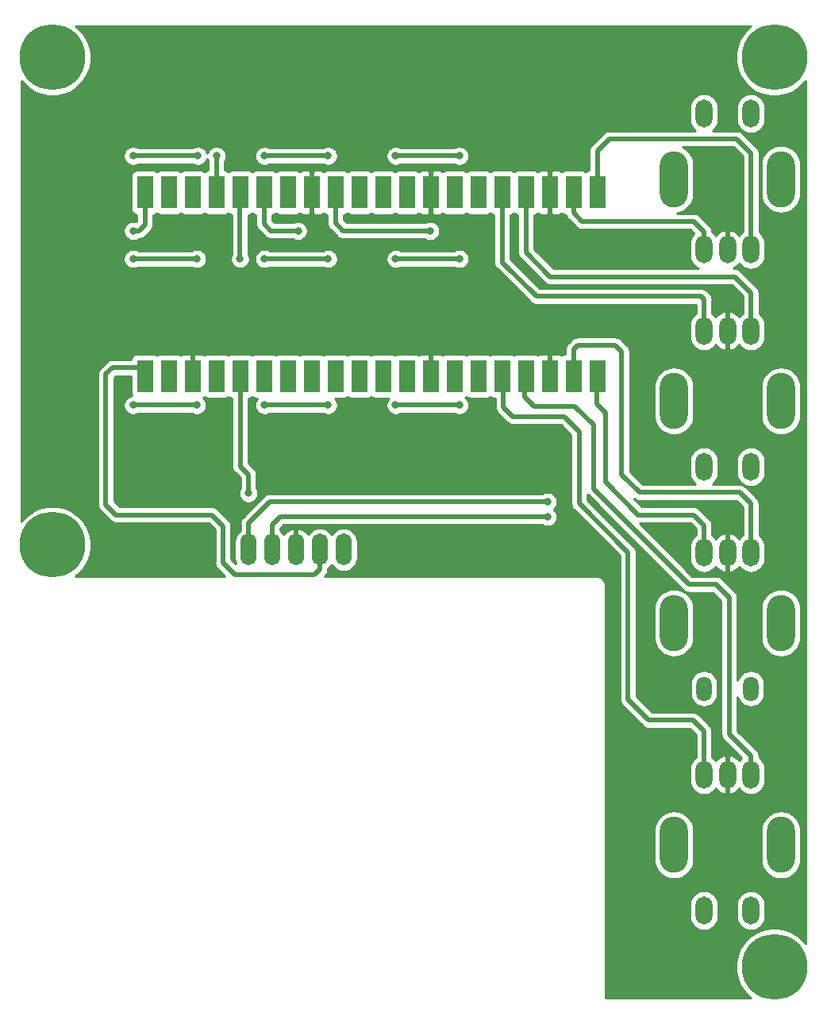
<source format=gbl>
G04 #@! TF.GenerationSoftware,KiCad,Pcbnew,(5.1.5)-3*
G04 #@! TF.CreationDate,2021-07-12T14:21:50+05:30*
G04 #@! TF.ProjectId,RB_Console,52425f43-6f6e-4736-9f6c-652e6b696361,rev?*
G04 #@! TF.SameCoordinates,Original*
G04 #@! TF.FileFunction,Copper,L2,Bot*
G04 #@! TF.FilePolarity,Positive*
%FSLAX46Y46*%
G04 Gerber Fmt 4.6, Leading zero omitted, Abs format (unit mm)*
G04 Created by KiCad (PCBNEW (5.1.5)-3) date 2021-07-12 14:21:50*
%MOMM*%
%LPD*%
G04 APERTURE LIST*
%ADD10R,1.700000X3.500000*%
%ADD11O,1.700000X3.400000*%
%ADD12O,3.000000X6.000000*%
%ADD13O,1.800000X3.000000*%
%ADD14O,1.650000X2.650000*%
%ADD15C,0.800000*%
%ADD16C,7.000000*%
%ADD17C,0.500000*%
%ADD18C,0.254000*%
G04 APERTURE END LIST*
D10*
X77870000Y-48410000D03*
X80410000Y-48410000D03*
X82950000Y-48410000D03*
X85490000Y-48410000D03*
X88030000Y-48410000D03*
X90570000Y-48410000D03*
X93110000Y-48410000D03*
X95650000Y-48410000D03*
X98190000Y-48410000D03*
X100730000Y-48410000D03*
X103270000Y-48410000D03*
X105810000Y-48410000D03*
X108350000Y-48410000D03*
X110890000Y-48410000D03*
X113430000Y-48410000D03*
X115970000Y-48410000D03*
X118510000Y-48410000D03*
X121050000Y-48410000D03*
X123590000Y-48410000D03*
X126130000Y-48410000D03*
X77870000Y-67990000D03*
X80410000Y-67990000D03*
X82950000Y-67990000D03*
X85490000Y-67990000D03*
X88030000Y-67990000D03*
X90570000Y-67990000D03*
X93110000Y-67990000D03*
X95650000Y-67990000D03*
X98190000Y-67990000D03*
X100730000Y-67990000D03*
X103270000Y-67990000D03*
X105810000Y-67990000D03*
X108350000Y-67990000D03*
X110890000Y-67990000D03*
X113430000Y-67990000D03*
X115970000Y-67990000D03*
X118510000Y-67990000D03*
X121050000Y-67990000D03*
X123590000Y-67990000D03*
X126130000Y-67990000D03*
D11*
X88900000Y-86500000D03*
X91440000Y-86500000D03*
X93980000Y-86500000D03*
X96520000Y-86500000D03*
X99060000Y-86500000D03*
D12*
X134300000Y-70660000D03*
X145700000Y-70660000D03*
D13*
X137500000Y-63160000D03*
X140000000Y-63160000D03*
X142500000Y-63160000D03*
X137500000Y-77660000D03*
X142500000Y-77660000D03*
X142500000Y-125000000D03*
X137500000Y-125000000D03*
X142500000Y-110500000D03*
X140000000Y-110500000D03*
X137500000Y-110500000D03*
D12*
X145700000Y-118000000D03*
X134300000Y-118000000D03*
D14*
X142500000Y-101330000D03*
X137500000Y-101330000D03*
D13*
X142500000Y-86830000D03*
X140000000Y-86830000D03*
X137500000Y-86830000D03*
D12*
X145700000Y-94330000D03*
X134300000Y-94330000D03*
X145700000Y-47000000D03*
X134300000Y-47000000D03*
D13*
X142500000Y-54500000D03*
X140000000Y-54500000D03*
X137500000Y-54500000D03*
X142500000Y-40000000D03*
X137500000Y-40000000D03*
D15*
X69856155Y-84143845D03*
X68000000Y-83375000D03*
X66143845Y-84143845D03*
X65375000Y-86000000D03*
X66143845Y-87856155D03*
X68000000Y-88625000D03*
X69856155Y-87856155D03*
X70625000Y-86000000D03*
D16*
X68000000Y-86000000D03*
X68000000Y-34000000D03*
D15*
X70625000Y-34000000D03*
X69856155Y-35856155D03*
X68000000Y-36625000D03*
X66143845Y-35856155D03*
X65375000Y-34000000D03*
X66143845Y-32143845D03*
X68000000Y-31375000D03*
X69856155Y-32143845D03*
X146856155Y-32143845D03*
X145000000Y-31375000D03*
X143143845Y-32143845D03*
X142375000Y-34000000D03*
X143143845Y-35856155D03*
X145000000Y-36625000D03*
X146856155Y-35856155D03*
X147625000Y-34000000D03*
D16*
X145000000Y-34000000D03*
X145000000Y-131000000D03*
D15*
X147625000Y-131000000D03*
X146856155Y-132856155D03*
X145000000Y-133625000D03*
X143143845Y-132856155D03*
X142375000Y-131000000D03*
X143143845Y-129143845D03*
X145000000Y-128375000D03*
X146856155Y-129143845D03*
X73400000Y-31300000D03*
X140100000Y-47000000D03*
X130100000Y-31300000D03*
X74400000Y-31300000D03*
X75400000Y-31300000D03*
X76400000Y-31300000D03*
X77400000Y-31300000D03*
X78400000Y-31300000D03*
X79400000Y-31300000D03*
X80400000Y-31300000D03*
X81400000Y-31300000D03*
X82400000Y-31300000D03*
X73400000Y-32300000D03*
X74400000Y-32300000D03*
X75400000Y-32300000D03*
X76400000Y-32300000D03*
X77400000Y-32300000D03*
X78400000Y-32300000D03*
X79400000Y-32300000D03*
X80400000Y-32300000D03*
X81400000Y-32300000D03*
X82400000Y-32300000D03*
X131100000Y-31300000D03*
X132100000Y-31300000D03*
X133100000Y-31300000D03*
X134100000Y-31300000D03*
X135100000Y-31300000D03*
X136100000Y-31300000D03*
X137100000Y-31300000D03*
X138100000Y-31300000D03*
X139100000Y-31300000D03*
X130100000Y-32300000D03*
X131100000Y-32300000D03*
X132100000Y-32300000D03*
X133100000Y-32300000D03*
X134100000Y-32300000D03*
X135100000Y-32300000D03*
X136100000Y-32300000D03*
X137100000Y-32300000D03*
X138100000Y-32300000D03*
X139100000Y-32300000D03*
X110900000Y-48400000D03*
X120800000Y-83000000D03*
X113400000Y-48400000D03*
X120800000Y-81400000D03*
X88900000Y-80500000D03*
X76600000Y-52500000D03*
X76600000Y-44500000D03*
X83500000Y-44500000D03*
X90600000Y-44500000D03*
X97400000Y-44500000D03*
X104600000Y-44500000D03*
X111400000Y-44500000D03*
X85500000Y-44500000D03*
X76600000Y-55500000D03*
X83400000Y-55500000D03*
X90600000Y-55500000D03*
X97400000Y-55500000D03*
X104600000Y-55500000D03*
X111400000Y-55500000D03*
X88000000Y-55500000D03*
X93200000Y-48700000D03*
X76600000Y-71100000D03*
X83400000Y-71100000D03*
X90600000Y-71100000D03*
X97400000Y-71100000D03*
X104600000Y-71100000D03*
X111400000Y-71100000D03*
X100700000Y-48500000D03*
X80000000Y-48400000D03*
X94200000Y-52500000D03*
X108300000Y-52500000D03*
X113500000Y-68100000D03*
D17*
X91440000Y-86500000D02*
X91440000Y-83860000D01*
X91440000Y-83860000D02*
X92300000Y-83000000D01*
X92300000Y-83000000D02*
X120800000Y-83000000D01*
X88900000Y-86500000D02*
X88900000Y-83700000D01*
X88900000Y-83700000D02*
X91200000Y-81400000D01*
X91200000Y-81400000D02*
X120800000Y-81400000D01*
X120800000Y-81400000D02*
X120800000Y-81400000D01*
X137500000Y-105900000D02*
X137500000Y-110500000D01*
X129400000Y-86800000D02*
X129400000Y-102500000D01*
X136300000Y-104700000D02*
X137500000Y-105900000D01*
X116100000Y-68400000D02*
X116100000Y-71300000D01*
X115900000Y-68200000D02*
X116100000Y-68400000D01*
X131600000Y-104700000D02*
X136300000Y-104700000D01*
X122600000Y-72300000D02*
X124200000Y-73900000D01*
X124200000Y-73900000D02*
X124200000Y-81600000D01*
X116100000Y-71300000D02*
X117100000Y-72300000D01*
X124200000Y-81600000D02*
X129400000Y-86800000D01*
X117100000Y-72300000D02*
X122600000Y-72300000D01*
X129400000Y-102500000D02*
X131600000Y-104700000D01*
X140200000Y-91600000D02*
X140200000Y-106200000D01*
X138800000Y-90200000D02*
X140200000Y-91600000D01*
X135900000Y-90200000D02*
X138800000Y-90200000D01*
X140200000Y-106200000D02*
X142500000Y-108500000D01*
X125700000Y-80000000D02*
X135900000Y-90200000D01*
X118400000Y-70210036D02*
X119389964Y-71200000D01*
X119389964Y-71200000D02*
X123700000Y-71200000D01*
X123700000Y-71200000D02*
X125700000Y-73200000D01*
X142500000Y-108500000D02*
X142500000Y-110500000D01*
X118400000Y-68000000D02*
X118400000Y-70210036D01*
X125700000Y-73200000D02*
X125700000Y-80000000D01*
X142500000Y-85100000D02*
X142500000Y-86830000D01*
X142500000Y-81600000D02*
X142500000Y-86830000D01*
X141300000Y-80400000D02*
X142500000Y-81600000D01*
X130600000Y-80400000D02*
X141300000Y-80400000D01*
X128700000Y-78500000D02*
X130600000Y-80400000D01*
X123590000Y-65110000D02*
X124000000Y-64700000D01*
X124000000Y-64700000D02*
X128050000Y-64700000D01*
X123590000Y-67090000D02*
X123590000Y-65110000D01*
X128050000Y-64700000D02*
X128700000Y-65350000D01*
X128700000Y-65350000D02*
X128700000Y-78500000D01*
X137500000Y-83900000D02*
X137500000Y-86830000D01*
X136400000Y-82800000D02*
X137500000Y-83900000D01*
X126100000Y-71000000D02*
X127000000Y-71900000D01*
X130500000Y-82800000D02*
X136400000Y-82800000D01*
X126100000Y-67900000D02*
X126100000Y-71000000D01*
X127000000Y-71900000D02*
X127000000Y-79300000D01*
X127000000Y-79300000D02*
X130500000Y-82800000D01*
X142500000Y-59100000D02*
X142500000Y-63160000D01*
X140800000Y-57400000D02*
X142500000Y-59100000D01*
X121100000Y-57400000D02*
X140800000Y-57400000D01*
X118510000Y-49310000D02*
X118510000Y-54810000D01*
X118510000Y-54810000D02*
X121100000Y-57400000D01*
X115970000Y-49310000D02*
X115970000Y-55870000D01*
X115970000Y-55870000D02*
X119600000Y-59500000D01*
X119600000Y-59500000D02*
X137200000Y-59500000D01*
X137500000Y-59800000D02*
X137500000Y-63160000D01*
X137200000Y-59500000D02*
X137500000Y-59800000D01*
X141000000Y-42700000D02*
X142500000Y-44200000D01*
X142500000Y-44200000D02*
X142500000Y-54500000D01*
X127400000Y-42700000D02*
X141000000Y-42700000D01*
X126130000Y-49310000D02*
X126130000Y-43970000D01*
X126130000Y-43970000D02*
X127400000Y-42700000D01*
X136400000Y-51500000D02*
X137500000Y-52600000D01*
X124500000Y-51500000D02*
X136400000Y-51500000D01*
X123590000Y-49310000D02*
X123590000Y-50590000D01*
X137500000Y-52600000D02*
X137500000Y-54500000D01*
X123590000Y-50590000D02*
X124500000Y-51500000D01*
X88030000Y-67090000D02*
X88030000Y-77630000D01*
X88900000Y-78500000D02*
X88900000Y-80500000D01*
X88030000Y-77630000D02*
X88900000Y-78500000D01*
X76600000Y-52500000D02*
X77200000Y-52500000D01*
X77870000Y-51830000D02*
X77870000Y-49310000D01*
X77200000Y-52500000D02*
X77870000Y-51830000D01*
X76600000Y-44500000D02*
X83500000Y-44500000D01*
X91900000Y-44500000D02*
X97400000Y-44500000D01*
X90600000Y-44500000D02*
X91900000Y-44500000D01*
X104600000Y-44500000D02*
X111400000Y-44500000D01*
X85490000Y-44510000D02*
X85500000Y-44500000D01*
X85490000Y-49310000D02*
X85490000Y-44510000D01*
X104600000Y-55500000D02*
X111400000Y-55500000D01*
X90600000Y-55500000D02*
X97400000Y-55500000D01*
X77900000Y-55500000D02*
X83400000Y-55500000D01*
X76600000Y-55500000D02*
X77900000Y-55500000D01*
X88000000Y-49340000D02*
X88000000Y-55500000D01*
X88030000Y-49310000D02*
X88000000Y-49340000D01*
X90600000Y-71100000D02*
X97400000Y-71100000D01*
X76600000Y-71100000D02*
X83400000Y-71100000D01*
X104600000Y-71100000D02*
X111400000Y-71100000D01*
X90570000Y-49310000D02*
X90570000Y-51770000D01*
X91300000Y-52500000D02*
X94200000Y-52500000D01*
X90570000Y-51770000D02*
X91300000Y-52500000D01*
X108300000Y-52500000D02*
X99000000Y-52500000D01*
X98190000Y-51690000D02*
X98190000Y-49310000D01*
X99000000Y-52500000D02*
X98190000Y-51690000D01*
X105900000Y-67500000D02*
X105900000Y-68700000D01*
X96520000Y-88580000D02*
X96520000Y-86500000D01*
X95900000Y-89200000D02*
X96520000Y-88580000D01*
X74410000Y-67090000D02*
X73700000Y-67800000D01*
X86188481Y-87888481D02*
X87500000Y-89200000D01*
X86188481Y-83988481D02*
X86188481Y-87888481D01*
X77870000Y-67090000D02*
X74410000Y-67090000D01*
X73700000Y-81700000D02*
X74800000Y-82800000D01*
X87500000Y-89200000D02*
X95900000Y-89200000D01*
X73700000Y-67800000D02*
X73700000Y-81700000D01*
X85000000Y-82800000D02*
X86188481Y-83988481D01*
X74800000Y-82800000D02*
X85000000Y-82800000D01*
X110890000Y-67090000D02*
X110890000Y-66690000D01*
D18*
G36*
X142364091Y-30788136D02*
G01*
X141788136Y-31364091D01*
X141335611Y-32041343D01*
X141023906Y-32793865D01*
X140865000Y-33592738D01*
X140865000Y-34407262D01*
X141023906Y-35206135D01*
X141335611Y-35958657D01*
X141788136Y-36635909D01*
X142364091Y-37211864D01*
X143041343Y-37664389D01*
X143793865Y-37976094D01*
X144592738Y-38135000D01*
X145407262Y-38135000D01*
X146206135Y-37976094D01*
X146958657Y-37664389D01*
X147635909Y-37211864D01*
X148211864Y-36635909D01*
X148315000Y-36481555D01*
X148315001Y-128518446D01*
X148211864Y-128364091D01*
X147635909Y-127788136D01*
X146958657Y-127335611D01*
X146206135Y-127023906D01*
X145407262Y-126865000D01*
X144592738Y-126865000D01*
X143793865Y-127023906D01*
X143041343Y-127335611D01*
X142364091Y-127788136D01*
X141788136Y-128364091D01*
X141335611Y-129041343D01*
X141023906Y-129793865D01*
X140865000Y-130592738D01*
X140865000Y-131407262D01*
X141023906Y-132206135D01*
X141335611Y-132958657D01*
X141788136Y-133635909D01*
X142364091Y-134211864D01*
X142518445Y-134315000D01*
X126985000Y-134315000D01*
X126985000Y-124324592D01*
X135965000Y-124324592D01*
X135965000Y-125675407D01*
X135987210Y-125900912D01*
X136074983Y-126190260D01*
X136217519Y-126456926D01*
X136409339Y-126690661D01*
X136643073Y-126882481D01*
X136909739Y-127025017D01*
X137199087Y-127112790D01*
X137500000Y-127142427D01*
X137800912Y-127112790D01*
X138090260Y-127025017D01*
X138356926Y-126882481D01*
X138590661Y-126690661D01*
X138782481Y-126456927D01*
X138925017Y-126190261D01*
X139012790Y-125900913D01*
X139035000Y-125675408D01*
X139035000Y-124324592D01*
X140965000Y-124324592D01*
X140965000Y-125675407D01*
X140987210Y-125900912D01*
X141074983Y-126190260D01*
X141217519Y-126456926D01*
X141409339Y-126690661D01*
X141643073Y-126882481D01*
X141909739Y-127025017D01*
X142199087Y-127112790D01*
X142500000Y-127142427D01*
X142800912Y-127112790D01*
X143090260Y-127025017D01*
X143356926Y-126882481D01*
X143590661Y-126690661D01*
X143782481Y-126456927D01*
X143925017Y-126190261D01*
X144012790Y-125900913D01*
X144035000Y-125675408D01*
X144035000Y-124324592D01*
X144012790Y-124099087D01*
X143925017Y-123809739D01*
X143782481Y-123543073D01*
X143590661Y-123309339D01*
X143356927Y-123117519D01*
X143090261Y-122974983D01*
X142800913Y-122887210D01*
X142500000Y-122857573D01*
X142199088Y-122887210D01*
X141909740Y-122974983D01*
X141643074Y-123117519D01*
X141409340Y-123309339D01*
X141217520Y-123543073D01*
X141074983Y-123809739D01*
X140987210Y-124099087D01*
X140965000Y-124324592D01*
X139035000Y-124324592D01*
X139012790Y-124099087D01*
X138925017Y-123809739D01*
X138782481Y-123543073D01*
X138590661Y-123309339D01*
X138356927Y-123117519D01*
X138090261Y-122974983D01*
X137800913Y-122887210D01*
X137500000Y-122857573D01*
X137199088Y-122887210D01*
X136909740Y-122974983D01*
X136643074Y-123117519D01*
X136409340Y-123309339D01*
X136217520Y-123543073D01*
X136074983Y-123809739D01*
X135987210Y-124099087D01*
X135965000Y-124324592D01*
X126985000Y-124324592D01*
X126985000Y-116395118D01*
X132165000Y-116395118D01*
X132165000Y-119604881D01*
X132195892Y-119918532D01*
X132317974Y-120320981D01*
X132516223Y-120691881D01*
X132783023Y-121016977D01*
X133108119Y-121283777D01*
X133479018Y-121482026D01*
X133881467Y-121604108D01*
X134300000Y-121645330D01*
X134718532Y-121604108D01*
X135120981Y-121482026D01*
X135491881Y-121283777D01*
X135816977Y-121016977D01*
X136083777Y-120691881D01*
X136282026Y-120320982D01*
X136404108Y-119918533D01*
X136435000Y-119604882D01*
X136435000Y-116395118D01*
X143565000Y-116395118D01*
X143565000Y-119604881D01*
X143595892Y-119918532D01*
X143717974Y-120320981D01*
X143916223Y-120691881D01*
X144183023Y-121016977D01*
X144508119Y-121283777D01*
X144879018Y-121482026D01*
X145281467Y-121604108D01*
X145700000Y-121645330D01*
X146118532Y-121604108D01*
X146520981Y-121482026D01*
X146891881Y-121283777D01*
X147216977Y-121016977D01*
X147483777Y-120691881D01*
X147682026Y-120320982D01*
X147804108Y-119918533D01*
X147835000Y-119604882D01*
X147835000Y-116395118D01*
X147804108Y-116081467D01*
X147682026Y-115679018D01*
X147483777Y-115308119D01*
X147216977Y-114983023D01*
X146891881Y-114716223D01*
X146520982Y-114517974D01*
X146118533Y-114395892D01*
X145700000Y-114354670D01*
X145281468Y-114395892D01*
X144879019Y-114517974D01*
X144508120Y-114716223D01*
X144183024Y-114983023D01*
X143916224Y-115308119D01*
X143717975Y-115679018D01*
X143595892Y-116081467D01*
X143565000Y-116395118D01*
X136435000Y-116395118D01*
X136404108Y-116081467D01*
X136282026Y-115679018D01*
X136083777Y-115308119D01*
X135816977Y-114983023D01*
X135491881Y-114716223D01*
X135120982Y-114517974D01*
X134718533Y-114395892D01*
X134300000Y-114354670D01*
X133881468Y-114395892D01*
X133479019Y-114517974D01*
X133108120Y-114716223D01*
X132783024Y-114983023D01*
X132516224Y-115308119D01*
X132317975Y-115679018D01*
X132195892Y-116081467D01*
X132165000Y-116395118D01*
X126985000Y-116395118D01*
X126985000Y-90266353D01*
X126982162Y-90237539D01*
X126982174Y-90235824D01*
X126981241Y-90226306D01*
X126978292Y-90198249D01*
X126975088Y-90165717D01*
X126973692Y-90161116D01*
X126962629Y-90107222D01*
X126951002Y-90046272D01*
X126948238Y-90037116D01*
X126930924Y-89981183D01*
X126906858Y-89923933D01*
X126883606Y-89866384D01*
X126879116Y-89857939D01*
X126851268Y-89806436D01*
X126816553Y-89754970D01*
X126782555Y-89703016D01*
X126776511Y-89695604D01*
X126739190Y-89650492D01*
X126695117Y-89606725D01*
X126651697Y-89562387D01*
X126644328Y-89556290D01*
X126598955Y-89519285D01*
X126547222Y-89484914D01*
X126496025Y-89449858D01*
X126487612Y-89445309D01*
X126487602Y-89445303D01*
X126487596Y-89445301D01*
X126435916Y-89417821D01*
X126378523Y-89394164D01*
X126321446Y-89369701D01*
X126312320Y-89366876D01*
X126312315Y-89366874D01*
X126312310Y-89366873D01*
X126256259Y-89349950D01*
X126195356Y-89337891D01*
X126134621Y-89324982D01*
X126134457Y-89324965D01*
X126134283Y-89324912D01*
X126129090Y-89324401D01*
X126125109Y-89323982D01*
X126066839Y-89318269D01*
X126066837Y-89318269D01*
X126033647Y-89315000D01*
X97036579Y-89315000D01*
X97115050Y-89236529D01*
X97148817Y-89208817D01*
X97179642Y-89171258D01*
X97259410Y-89074060D01*
X97259411Y-89074059D01*
X97341589Y-88920313D01*
X97392195Y-88753490D01*
X97405000Y-88623477D01*
X97405000Y-88623467D01*
X97409281Y-88580001D01*
X97405749Y-88544144D01*
X97575134Y-88405134D01*
X97760706Y-88179014D01*
X97790001Y-88124208D01*
X97819295Y-88179014D01*
X98004867Y-88405134D01*
X98230987Y-88590706D01*
X98488967Y-88728599D01*
X98768890Y-88813513D01*
X99060000Y-88842185D01*
X99351111Y-88813513D01*
X99631034Y-88728599D01*
X99889014Y-88590706D01*
X100115134Y-88405134D01*
X100300706Y-88179014D01*
X100438599Y-87921034D01*
X100523513Y-87641111D01*
X100545000Y-87422950D01*
X100545000Y-85577050D01*
X100523513Y-85358889D01*
X100438599Y-85078966D01*
X100300706Y-84820986D01*
X100115134Y-84594866D01*
X99889013Y-84409294D01*
X99631033Y-84271401D01*
X99351110Y-84186487D01*
X99060000Y-84157815D01*
X98768889Y-84186487D01*
X98488966Y-84271401D01*
X98230986Y-84409294D01*
X98004866Y-84594866D01*
X97819294Y-84820987D01*
X97790000Y-84875792D01*
X97760706Y-84820986D01*
X97575134Y-84594866D01*
X97349013Y-84409294D01*
X97091033Y-84271401D01*
X96811110Y-84186487D01*
X96520000Y-84157815D01*
X96228889Y-84186487D01*
X95948966Y-84271401D01*
X95690986Y-84409294D01*
X95464866Y-84594866D01*
X95279294Y-84820987D01*
X95248105Y-84879338D01*
X95144176Y-84719381D01*
X94940252Y-84510143D01*
X94699426Y-84344709D01*
X94430953Y-84229437D01*
X94336890Y-84208524D01*
X94107000Y-84329845D01*
X94107000Y-86373000D01*
X94127000Y-86373000D01*
X94127000Y-86627000D01*
X94107000Y-86627000D01*
X94107000Y-86647000D01*
X93853000Y-86647000D01*
X93853000Y-86627000D01*
X93833000Y-86627000D01*
X93833000Y-86373000D01*
X93853000Y-86373000D01*
X93853000Y-84329845D01*
X93623110Y-84208524D01*
X93529047Y-84229437D01*
X93260574Y-84344709D01*
X93019748Y-84510143D01*
X92815824Y-84719381D01*
X92711895Y-84879337D01*
X92680706Y-84820986D01*
X92495134Y-84594866D01*
X92325000Y-84455241D01*
X92325000Y-84226578D01*
X92666579Y-83885000D01*
X120261546Y-83885000D01*
X120309744Y-83917205D01*
X120498102Y-83995226D01*
X120698061Y-84035000D01*
X120901939Y-84035000D01*
X121101898Y-83995226D01*
X121290256Y-83917205D01*
X121459774Y-83803937D01*
X121603937Y-83659774D01*
X121717205Y-83490256D01*
X121795226Y-83301898D01*
X121835000Y-83101939D01*
X121835000Y-82898061D01*
X121795226Y-82698102D01*
X121717205Y-82509744D01*
X121603937Y-82340226D01*
X121463711Y-82200000D01*
X121603937Y-82059774D01*
X121717205Y-81890256D01*
X121795226Y-81701898D01*
X121835000Y-81501939D01*
X121835000Y-81298061D01*
X121795226Y-81098102D01*
X121717205Y-80909744D01*
X121603937Y-80740226D01*
X121459774Y-80596063D01*
X121290256Y-80482795D01*
X121101898Y-80404774D01*
X120901939Y-80365000D01*
X120698061Y-80365000D01*
X120498102Y-80404774D01*
X120309744Y-80482795D01*
X120261546Y-80515000D01*
X91243465Y-80515000D01*
X91199999Y-80510719D01*
X91156533Y-80515000D01*
X91156523Y-80515000D01*
X91026510Y-80527805D01*
X90859687Y-80578411D01*
X90705941Y-80660589D01*
X90705939Y-80660590D01*
X90705940Y-80660590D01*
X90604953Y-80743468D01*
X90604951Y-80743470D01*
X90571183Y-80771183D01*
X90543470Y-80804951D01*
X88304951Y-83043471D01*
X88271184Y-83071183D01*
X88243471Y-83104951D01*
X88243468Y-83104954D01*
X88160590Y-83205941D01*
X88078412Y-83359687D01*
X88027805Y-83526510D01*
X88010719Y-83700000D01*
X88015001Y-83743479D01*
X88015001Y-84455240D01*
X87844866Y-84594866D01*
X87659294Y-84820987D01*
X87521401Y-85078967D01*
X87436487Y-85358890D01*
X87415000Y-85577051D01*
X87415000Y-87422950D01*
X87436488Y-87641111D01*
X87521402Y-87921034D01*
X87577426Y-88025847D01*
X87073481Y-87521903D01*
X87073481Y-84031950D01*
X87077762Y-83988481D01*
X87073481Y-83945012D01*
X87073481Y-83945004D01*
X87060676Y-83814991D01*
X87010070Y-83648168D01*
X86927892Y-83494422D01*
X86817298Y-83359664D01*
X86783531Y-83331952D01*
X85656534Y-82204956D01*
X85628817Y-82171183D01*
X85494059Y-82060589D01*
X85340313Y-81978411D01*
X85173490Y-81927805D01*
X85043477Y-81915000D01*
X85043469Y-81915000D01*
X85000000Y-81910719D01*
X84956531Y-81915000D01*
X75166579Y-81915000D01*
X74585000Y-81333422D01*
X74585000Y-68166578D01*
X74776579Y-67975000D01*
X76381928Y-67975000D01*
X76381928Y-69740000D01*
X76394188Y-69864482D01*
X76430498Y-69984180D01*
X76476039Y-70069380D01*
X76298102Y-70104774D01*
X76109744Y-70182795D01*
X75940226Y-70296063D01*
X75796063Y-70440226D01*
X75682795Y-70609744D01*
X75604774Y-70798102D01*
X75565000Y-70998061D01*
X75565000Y-71201939D01*
X75604774Y-71401898D01*
X75682795Y-71590256D01*
X75796063Y-71759774D01*
X75940226Y-71903937D01*
X76109744Y-72017205D01*
X76298102Y-72095226D01*
X76498061Y-72135000D01*
X76701939Y-72135000D01*
X76901898Y-72095226D01*
X77090256Y-72017205D01*
X77138454Y-71985000D01*
X82861546Y-71985000D01*
X82909744Y-72017205D01*
X83098102Y-72095226D01*
X83298061Y-72135000D01*
X83501939Y-72135000D01*
X83701898Y-72095226D01*
X83890256Y-72017205D01*
X84059774Y-71903937D01*
X84203937Y-71759774D01*
X84317205Y-71590256D01*
X84395226Y-71401898D01*
X84435000Y-71201939D01*
X84435000Y-70998061D01*
X84395226Y-70798102D01*
X84317205Y-70609744D01*
X84203937Y-70440226D01*
X84076133Y-70312422D01*
X84154494Y-70270537D01*
X84220000Y-70216778D01*
X84285506Y-70270537D01*
X84395820Y-70329502D01*
X84515518Y-70365812D01*
X84640000Y-70378072D01*
X86340000Y-70378072D01*
X86464482Y-70365812D01*
X86584180Y-70329502D01*
X86694494Y-70270537D01*
X86760000Y-70216778D01*
X86825506Y-70270537D01*
X86935820Y-70329502D01*
X87055518Y-70365812D01*
X87145000Y-70374625D01*
X87145001Y-77586521D01*
X87140719Y-77630000D01*
X87157805Y-77803490D01*
X87208412Y-77970313D01*
X87290590Y-78124059D01*
X87373468Y-78225046D01*
X87373471Y-78225049D01*
X87401184Y-78258817D01*
X87434951Y-78286529D01*
X88015000Y-78866579D01*
X88015001Y-79961545D01*
X87982795Y-80009744D01*
X87904774Y-80198102D01*
X87865000Y-80398061D01*
X87865000Y-80601939D01*
X87904774Y-80801898D01*
X87982795Y-80990256D01*
X88096063Y-81159774D01*
X88240226Y-81303937D01*
X88409744Y-81417205D01*
X88598102Y-81495226D01*
X88798061Y-81535000D01*
X89001939Y-81535000D01*
X89201898Y-81495226D01*
X89390256Y-81417205D01*
X89559774Y-81303937D01*
X89703937Y-81159774D01*
X89817205Y-80990256D01*
X89895226Y-80801898D01*
X89935000Y-80601939D01*
X89935000Y-80398061D01*
X89895226Y-80198102D01*
X89817205Y-80009744D01*
X89785000Y-79961546D01*
X89785000Y-78543469D01*
X89789281Y-78500000D01*
X89785000Y-78456531D01*
X89785000Y-78456523D01*
X89772195Y-78326510D01*
X89721589Y-78159687D01*
X89639411Y-78005941D01*
X89528817Y-77871183D01*
X89495050Y-77843471D01*
X88915000Y-77263422D01*
X88915000Y-70374625D01*
X89004482Y-70365812D01*
X89124180Y-70329502D01*
X89234494Y-70270537D01*
X89300000Y-70216778D01*
X89365506Y-70270537D01*
X89475820Y-70329502D01*
X89595518Y-70365812D01*
X89720000Y-70378072D01*
X89858217Y-70378072D01*
X89796063Y-70440226D01*
X89682795Y-70609744D01*
X89604774Y-70798102D01*
X89565000Y-70998061D01*
X89565000Y-71201939D01*
X89604774Y-71401898D01*
X89682795Y-71590256D01*
X89796063Y-71759774D01*
X89940226Y-71903937D01*
X90109744Y-72017205D01*
X90298102Y-72095226D01*
X90498061Y-72135000D01*
X90701939Y-72135000D01*
X90901898Y-72095226D01*
X91090256Y-72017205D01*
X91138454Y-71985000D01*
X96861546Y-71985000D01*
X96909744Y-72017205D01*
X97098102Y-72095226D01*
X97298061Y-72135000D01*
X97501939Y-72135000D01*
X97701898Y-72095226D01*
X97890256Y-72017205D01*
X98059774Y-71903937D01*
X98203937Y-71759774D01*
X98317205Y-71590256D01*
X98395226Y-71401898D01*
X98435000Y-71201939D01*
X98435000Y-70998061D01*
X98395226Y-70798102D01*
X98317205Y-70609744D01*
X98203937Y-70440226D01*
X98141783Y-70378072D01*
X99040000Y-70378072D01*
X99164482Y-70365812D01*
X99284180Y-70329502D01*
X99394494Y-70270537D01*
X99460000Y-70216778D01*
X99525506Y-70270537D01*
X99635820Y-70329502D01*
X99755518Y-70365812D01*
X99880000Y-70378072D01*
X101580000Y-70378072D01*
X101704482Y-70365812D01*
X101824180Y-70329502D01*
X101934494Y-70270537D01*
X102000000Y-70216778D01*
X102065506Y-70270537D01*
X102175820Y-70329502D01*
X102295518Y-70365812D01*
X102420000Y-70378072D01*
X103858217Y-70378072D01*
X103796063Y-70440226D01*
X103682795Y-70609744D01*
X103604774Y-70798102D01*
X103565000Y-70998061D01*
X103565000Y-71201939D01*
X103604774Y-71401898D01*
X103682795Y-71590256D01*
X103796063Y-71759774D01*
X103940226Y-71903937D01*
X104109744Y-72017205D01*
X104298102Y-72095226D01*
X104498061Y-72135000D01*
X104701939Y-72135000D01*
X104901898Y-72095226D01*
X105090256Y-72017205D01*
X105138454Y-71985000D01*
X110861546Y-71985000D01*
X110909744Y-72017205D01*
X111098102Y-72095226D01*
X111298061Y-72135000D01*
X111501939Y-72135000D01*
X111701898Y-72095226D01*
X111890256Y-72017205D01*
X112059774Y-71903937D01*
X112203937Y-71759774D01*
X112317205Y-71590256D01*
X112395226Y-71401898D01*
X112435000Y-71201939D01*
X112435000Y-70998061D01*
X112395226Y-70798102D01*
X112317205Y-70609744D01*
X112203937Y-70440226D01*
X112059774Y-70296063D01*
X112053981Y-70292192D01*
X112094494Y-70270537D01*
X112160000Y-70216778D01*
X112225506Y-70270537D01*
X112335820Y-70329502D01*
X112455518Y-70365812D01*
X112580000Y-70378072D01*
X114280000Y-70378072D01*
X114404482Y-70365812D01*
X114524180Y-70329502D01*
X114634494Y-70270537D01*
X114700000Y-70216778D01*
X114765506Y-70270537D01*
X114875820Y-70329502D01*
X114995518Y-70365812D01*
X115120000Y-70378072D01*
X115215001Y-70378072D01*
X115215001Y-71256521D01*
X115210719Y-71300000D01*
X115227805Y-71473490D01*
X115278412Y-71640313D01*
X115360590Y-71794059D01*
X115443468Y-71895046D01*
X115443471Y-71895049D01*
X115471184Y-71928817D01*
X115504951Y-71956529D01*
X116443470Y-72895049D01*
X116471183Y-72928817D01*
X116504951Y-72956530D01*
X116504953Y-72956532D01*
X116605941Y-73039411D01*
X116759686Y-73121589D01*
X116874847Y-73156523D01*
X116926510Y-73172195D01*
X117056523Y-73185000D01*
X117056531Y-73185000D01*
X117100000Y-73189281D01*
X117143469Y-73185000D01*
X122233422Y-73185000D01*
X123315000Y-74266579D01*
X123315001Y-81556521D01*
X123310719Y-81600000D01*
X123327805Y-81773490D01*
X123378412Y-81940313D01*
X123460590Y-82094059D01*
X123543468Y-82195046D01*
X123543471Y-82195049D01*
X123571184Y-82228817D01*
X123604952Y-82256530D01*
X128515000Y-87166579D01*
X128515001Y-102456521D01*
X128510719Y-102500000D01*
X128527805Y-102673490D01*
X128578412Y-102840313D01*
X128660590Y-102994059D01*
X128743468Y-103095046D01*
X128743471Y-103095049D01*
X128771184Y-103128817D01*
X128804951Y-103156529D01*
X130943470Y-105295049D01*
X130971183Y-105328817D01*
X131004951Y-105356530D01*
X131004953Y-105356532D01*
X131031614Y-105378412D01*
X131105941Y-105439411D01*
X131259687Y-105521589D01*
X131426510Y-105572195D01*
X131556523Y-105585000D01*
X131556531Y-105585000D01*
X131600000Y-105589281D01*
X131643469Y-105585000D01*
X135933422Y-105585000D01*
X136615000Y-106266579D01*
X136615001Y-108640558D01*
X136409340Y-108809339D01*
X136217520Y-109043073D01*
X136074983Y-109309739D01*
X135987210Y-109599087D01*
X135965000Y-109824592D01*
X135965000Y-111175407D01*
X135987210Y-111400912D01*
X136074983Y-111690260D01*
X136217519Y-111956926D01*
X136409339Y-112190661D01*
X136643073Y-112382481D01*
X136909739Y-112525017D01*
X137199087Y-112612790D01*
X137500000Y-112642427D01*
X137800912Y-112612790D01*
X138090260Y-112525017D01*
X138356926Y-112382481D01*
X138590661Y-112190661D01*
X138752397Y-111993585D01*
X138794252Y-112058396D01*
X139004394Y-112275210D01*
X139252796Y-112446862D01*
X139529913Y-112566755D01*
X139635260Y-112591036D01*
X139873000Y-112470378D01*
X139873000Y-110627000D01*
X139853000Y-110627000D01*
X139853000Y-110373000D01*
X139873000Y-110373000D01*
X139873000Y-108529622D01*
X139635260Y-108408964D01*
X139529913Y-108433245D01*
X139252796Y-108553138D01*
X139004394Y-108724790D01*
X138794252Y-108941604D01*
X138752397Y-109006415D01*
X138590661Y-108809339D01*
X138385000Y-108640558D01*
X138385000Y-105943465D01*
X138389281Y-105899999D01*
X138385000Y-105856533D01*
X138385000Y-105856523D01*
X138372195Y-105726510D01*
X138321589Y-105559687D01*
X138239411Y-105405941D01*
X138198862Y-105356532D01*
X138156532Y-105304953D01*
X138156530Y-105304951D01*
X138128817Y-105271183D01*
X138095050Y-105243471D01*
X136956534Y-104104956D01*
X136928817Y-104071183D01*
X136794059Y-103960589D01*
X136640313Y-103878411D01*
X136473490Y-103827805D01*
X136343477Y-103815000D01*
X136343469Y-103815000D01*
X136300000Y-103810719D01*
X136256531Y-103815000D01*
X131966579Y-103815000D01*
X130285000Y-102133422D01*
X130285000Y-100758277D01*
X136040000Y-100758277D01*
X136040000Y-101901722D01*
X136061125Y-102116209D01*
X136144610Y-102391420D01*
X136280181Y-102645056D01*
X136462629Y-102867370D01*
X136684943Y-103049819D01*
X136938579Y-103185390D01*
X137213790Y-103268875D01*
X137500000Y-103297064D01*
X137786209Y-103268875D01*
X138061420Y-103185390D01*
X138315056Y-103049819D01*
X138537370Y-102867371D01*
X138719819Y-102645057D01*
X138855390Y-102391421D01*
X138938875Y-102116210D01*
X138960000Y-101901723D01*
X138960000Y-100758277D01*
X138938875Y-100543790D01*
X138855390Y-100268579D01*
X138719819Y-100014943D01*
X138537371Y-99792629D01*
X138315057Y-99610181D01*
X138061421Y-99474610D01*
X137786210Y-99391125D01*
X137500000Y-99362936D01*
X137213791Y-99391125D01*
X136938580Y-99474610D01*
X136684944Y-99610181D01*
X136462630Y-99792629D01*
X136280181Y-100014943D01*
X136144610Y-100268579D01*
X136061125Y-100543790D01*
X136040000Y-100758277D01*
X130285000Y-100758277D01*
X130285000Y-92725118D01*
X132165000Y-92725118D01*
X132165000Y-95934881D01*
X132195892Y-96248532D01*
X132317974Y-96650981D01*
X132516223Y-97021881D01*
X132783023Y-97346977D01*
X133108119Y-97613777D01*
X133479018Y-97812026D01*
X133881467Y-97934108D01*
X134300000Y-97975330D01*
X134718532Y-97934108D01*
X135120981Y-97812026D01*
X135491881Y-97613777D01*
X135816977Y-97346977D01*
X136083777Y-97021881D01*
X136282026Y-96650982D01*
X136404108Y-96248533D01*
X136435000Y-95934882D01*
X136435000Y-92725118D01*
X136404108Y-92411467D01*
X136282026Y-92009018D01*
X136083777Y-91638119D01*
X135816977Y-91313023D01*
X135491881Y-91046223D01*
X135120982Y-90847974D01*
X134718533Y-90725892D01*
X134300000Y-90684670D01*
X133881468Y-90725892D01*
X133479019Y-90847974D01*
X133108120Y-91046223D01*
X132783024Y-91313023D01*
X132516224Y-91638119D01*
X132317975Y-92009018D01*
X132195892Y-92411467D01*
X132165000Y-92725118D01*
X130285000Y-92725118D01*
X130285000Y-86843469D01*
X130289281Y-86800000D01*
X130285000Y-86756531D01*
X130285000Y-86756523D01*
X130272195Y-86626510D01*
X130230862Y-86490256D01*
X130221589Y-86459686D01*
X130139411Y-86305941D01*
X130056532Y-86204953D01*
X130056530Y-86204951D01*
X130028817Y-86171183D01*
X129995051Y-86143472D01*
X125085000Y-81233422D01*
X125085000Y-80640156D01*
X125104952Y-80656530D01*
X135243470Y-90795049D01*
X135271183Y-90828817D01*
X135304951Y-90856530D01*
X135304953Y-90856532D01*
X135376452Y-90915210D01*
X135405941Y-90939411D01*
X135559687Y-91021589D01*
X135726510Y-91072195D01*
X135856523Y-91085000D01*
X135856533Y-91085000D01*
X135899999Y-91089281D01*
X135943465Y-91085000D01*
X138433422Y-91085000D01*
X139315000Y-91966579D01*
X139315001Y-106156521D01*
X139310719Y-106200000D01*
X139327805Y-106373490D01*
X139378412Y-106540313D01*
X139460590Y-106694059D01*
X139543468Y-106795046D01*
X139543471Y-106795049D01*
X139571184Y-106828817D01*
X139604951Y-106856529D01*
X141490859Y-108742438D01*
X141409340Y-108809339D01*
X141247604Y-109006416D01*
X141205748Y-108941604D01*
X140995606Y-108724790D01*
X140747204Y-108553138D01*
X140470087Y-108433245D01*
X140364740Y-108408964D01*
X140127000Y-108529622D01*
X140127000Y-110373000D01*
X140147000Y-110373000D01*
X140147000Y-110627000D01*
X140127000Y-110627000D01*
X140127000Y-112470378D01*
X140364740Y-112591036D01*
X140470087Y-112566755D01*
X140747204Y-112446862D01*
X140995606Y-112275210D01*
X141205748Y-112058396D01*
X141247604Y-111993585D01*
X141409339Y-112190661D01*
X141643073Y-112382481D01*
X141909739Y-112525017D01*
X142199087Y-112612790D01*
X142500000Y-112642427D01*
X142800912Y-112612790D01*
X143090260Y-112525017D01*
X143356926Y-112382481D01*
X143590661Y-112190661D01*
X143782481Y-111956927D01*
X143925017Y-111690261D01*
X144012790Y-111400913D01*
X144035000Y-111175408D01*
X144035000Y-109824592D01*
X144012790Y-109599087D01*
X143925017Y-109309739D01*
X143782481Y-109043073D01*
X143590661Y-108809339D01*
X143385000Y-108640558D01*
X143385000Y-108543465D01*
X143389281Y-108499999D01*
X143385000Y-108456533D01*
X143385000Y-108456523D01*
X143372195Y-108326510D01*
X143321589Y-108159687D01*
X143239411Y-108005941D01*
X143128817Y-107871183D01*
X143095050Y-107843471D01*
X141085000Y-105833422D01*
X141085000Y-102194914D01*
X141144610Y-102391420D01*
X141280181Y-102645056D01*
X141462629Y-102867370D01*
X141684943Y-103049819D01*
X141938579Y-103185390D01*
X142213790Y-103268875D01*
X142500000Y-103297064D01*
X142786209Y-103268875D01*
X143061420Y-103185390D01*
X143315056Y-103049819D01*
X143537370Y-102867371D01*
X143719819Y-102645057D01*
X143855390Y-102391421D01*
X143938875Y-102116210D01*
X143960000Y-101901723D01*
X143960000Y-100758277D01*
X143938875Y-100543790D01*
X143855390Y-100268579D01*
X143719819Y-100014943D01*
X143537371Y-99792629D01*
X143315057Y-99610181D01*
X143061421Y-99474610D01*
X142786210Y-99391125D01*
X142500000Y-99362936D01*
X142213791Y-99391125D01*
X141938580Y-99474610D01*
X141684944Y-99610181D01*
X141462630Y-99792629D01*
X141280181Y-100014943D01*
X141144610Y-100268579D01*
X141085000Y-100465085D01*
X141085000Y-92725118D01*
X143565000Y-92725118D01*
X143565000Y-95934881D01*
X143595892Y-96248532D01*
X143717974Y-96650981D01*
X143916223Y-97021881D01*
X144183023Y-97346977D01*
X144508119Y-97613777D01*
X144879018Y-97812026D01*
X145281467Y-97934108D01*
X145700000Y-97975330D01*
X146118532Y-97934108D01*
X146520981Y-97812026D01*
X146891881Y-97613777D01*
X147216977Y-97346977D01*
X147483777Y-97021881D01*
X147682026Y-96650982D01*
X147804108Y-96248533D01*
X147835000Y-95934882D01*
X147835000Y-92725118D01*
X147804108Y-92411467D01*
X147682026Y-92009018D01*
X147483777Y-91638119D01*
X147216977Y-91313023D01*
X146891881Y-91046223D01*
X146520982Y-90847974D01*
X146118533Y-90725892D01*
X145700000Y-90684670D01*
X145281468Y-90725892D01*
X144879019Y-90847974D01*
X144508120Y-91046223D01*
X144183024Y-91313023D01*
X143916224Y-91638119D01*
X143717975Y-92009018D01*
X143595892Y-92411467D01*
X143565000Y-92725118D01*
X141085000Y-92725118D01*
X141085000Y-91643469D01*
X141089281Y-91600000D01*
X141085000Y-91556531D01*
X141085000Y-91556523D01*
X141072195Y-91426510D01*
X141021589Y-91259687D01*
X140939411Y-91105941D01*
X140890401Y-91046223D01*
X140856532Y-91004953D01*
X140856530Y-91004951D01*
X140828817Y-90971183D01*
X140795050Y-90943471D01*
X139456534Y-89604956D01*
X139428817Y-89571183D01*
X139294059Y-89460589D01*
X139140313Y-89378411D01*
X138973490Y-89327805D01*
X138843477Y-89315000D01*
X138843469Y-89315000D01*
X138800000Y-89310719D01*
X138756531Y-89315000D01*
X136266579Y-89315000D01*
X130636578Y-83685000D01*
X136033422Y-83685000D01*
X136615000Y-84266579D01*
X136615000Y-84970558D01*
X136409340Y-85139339D01*
X136217520Y-85373073D01*
X136074983Y-85639739D01*
X135987210Y-85929087D01*
X135965000Y-86154592D01*
X135965000Y-87505407D01*
X135987210Y-87730912D01*
X136074983Y-88020260D01*
X136217519Y-88286926D01*
X136409339Y-88520661D01*
X136643073Y-88712481D01*
X136909739Y-88855017D01*
X137199087Y-88942790D01*
X137500000Y-88972427D01*
X137800912Y-88942790D01*
X138090260Y-88855017D01*
X138356926Y-88712481D01*
X138590661Y-88520661D01*
X138752397Y-88323585D01*
X138794252Y-88388396D01*
X139004394Y-88605210D01*
X139252796Y-88776862D01*
X139529913Y-88896755D01*
X139635260Y-88921036D01*
X139873000Y-88800378D01*
X139873000Y-86957000D01*
X139853000Y-86957000D01*
X139853000Y-86703000D01*
X139873000Y-86703000D01*
X139873000Y-84859622D01*
X139635260Y-84738964D01*
X139529913Y-84763245D01*
X139252796Y-84883138D01*
X139004394Y-85054790D01*
X138794252Y-85271604D01*
X138752397Y-85336415D01*
X138590661Y-85139339D01*
X138385000Y-84970558D01*
X138385000Y-83943469D01*
X138389281Y-83900000D01*
X138385000Y-83856531D01*
X138385000Y-83856523D01*
X138372195Y-83726510D01*
X138321589Y-83559687D01*
X138239411Y-83405941D01*
X138128817Y-83271183D01*
X138095050Y-83243471D01*
X137056534Y-82204956D01*
X137028817Y-82171183D01*
X136894059Y-82060589D01*
X136740313Y-81978411D01*
X136573490Y-81927805D01*
X136443477Y-81915000D01*
X136443469Y-81915000D01*
X136400000Y-81910719D01*
X136356531Y-81915000D01*
X130866579Y-81915000D01*
X130022562Y-81070984D01*
X130055606Y-81098102D01*
X130105941Y-81139411D01*
X130259687Y-81221589D01*
X130426510Y-81272195D01*
X130556523Y-81285000D01*
X130556531Y-81285000D01*
X130600000Y-81289281D01*
X130643469Y-81285000D01*
X140933422Y-81285000D01*
X141615000Y-81966579D01*
X141615001Y-84970558D01*
X141409340Y-85139339D01*
X141247604Y-85336416D01*
X141205748Y-85271604D01*
X140995606Y-85054790D01*
X140747204Y-84883138D01*
X140470087Y-84763245D01*
X140364740Y-84738964D01*
X140127000Y-84859622D01*
X140127000Y-86703000D01*
X140147000Y-86703000D01*
X140147000Y-86957000D01*
X140127000Y-86957000D01*
X140127000Y-88800378D01*
X140364740Y-88921036D01*
X140470087Y-88896755D01*
X140747204Y-88776862D01*
X140995606Y-88605210D01*
X141205748Y-88388396D01*
X141247604Y-88323585D01*
X141409339Y-88520661D01*
X141643073Y-88712481D01*
X141909739Y-88855017D01*
X142199087Y-88942790D01*
X142500000Y-88972427D01*
X142800912Y-88942790D01*
X143090260Y-88855017D01*
X143356926Y-88712481D01*
X143590661Y-88520661D01*
X143782481Y-88286927D01*
X143925017Y-88020261D01*
X144012790Y-87730913D01*
X144035000Y-87505408D01*
X144035000Y-86154592D01*
X144012790Y-85929087D01*
X143925017Y-85639739D01*
X143782481Y-85373073D01*
X143590661Y-85139339D01*
X143385000Y-84970558D01*
X143385000Y-81643465D01*
X143389281Y-81599999D01*
X143385000Y-81556533D01*
X143385000Y-81556523D01*
X143372195Y-81426510D01*
X143321589Y-81259687D01*
X143239411Y-81105941D01*
X143188140Y-81043468D01*
X143156532Y-81004953D01*
X143156530Y-81004951D01*
X143128817Y-80971183D01*
X143095050Y-80943471D01*
X141956534Y-79804956D01*
X141928817Y-79771183D01*
X141794059Y-79660589D01*
X141640313Y-79578411D01*
X141473490Y-79527805D01*
X141343477Y-79515000D01*
X141343469Y-79515000D01*
X141300000Y-79510719D01*
X141256531Y-79515000D01*
X138390412Y-79515000D01*
X138590661Y-79350661D01*
X138782481Y-79116927D01*
X138925017Y-78850261D01*
X139012790Y-78560913D01*
X139035000Y-78335408D01*
X139035000Y-76984592D01*
X140965000Y-76984592D01*
X140965000Y-78335407D01*
X140987210Y-78560912D01*
X141074983Y-78850260D01*
X141217519Y-79116926D01*
X141409339Y-79350661D01*
X141643073Y-79542481D01*
X141909739Y-79685017D01*
X142199087Y-79772790D01*
X142500000Y-79802427D01*
X142800912Y-79772790D01*
X143090260Y-79685017D01*
X143356926Y-79542481D01*
X143590661Y-79350661D01*
X143782481Y-79116927D01*
X143925017Y-78850261D01*
X144012790Y-78560913D01*
X144035000Y-78335408D01*
X144035000Y-76984592D01*
X144012790Y-76759087D01*
X143925017Y-76469739D01*
X143782481Y-76203073D01*
X143590661Y-75969339D01*
X143356927Y-75777519D01*
X143090261Y-75634983D01*
X142800913Y-75547210D01*
X142500000Y-75517573D01*
X142199088Y-75547210D01*
X141909740Y-75634983D01*
X141643074Y-75777519D01*
X141409340Y-75969339D01*
X141217520Y-76203073D01*
X141074983Y-76469739D01*
X140987210Y-76759087D01*
X140965000Y-76984592D01*
X139035000Y-76984592D01*
X139012790Y-76759087D01*
X138925017Y-76469739D01*
X138782481Y-76203073D01*
X138590661Y-75969339D01*
X138356927Y-75777519D01*
X138090261Y-75634983D01*
X137800913Y-75547210D01*
X137500000Y-75517573D01*
X137199088Y-75547210D01*
X136909740Y-75634983D01*
X136643074Y-75777519D01*
X136409340Y-75969339D01*
X136217520Y-76203073D01*
X136074983Y-76469739D01*
X135987210Y-76759087D01*
X135965000Y-76984592D01*
X135965000Y-78335407D01*
X135987210Y-78560912D01*
X136074983Y-78850260D01*
X136217519Y-79116926D01*
X136409339Y-79350661D01*
X136609587Y-79515000D01*
X130966579Y-79515000D01*
X129585000Y-78133422D01*
X129585000Y-69055118D01*
X132165000Y-69055118D01*
X132165000Y-72264881D01*
X132195892Y-72578532D01*
X132317974Y-72980981D01*
X132516223Y-73351881D01*
X132783023Y-73676977D01*
X133108119Y-73943777D01*
X133479018Y-74142026D01*
X133881467Y-74264108D01*
X134300000Y-74305330D01*
X134718532Y-74264108D01*
X135120981Y-74142026D01*
X135491881Y-73943777D01*
X135816977Y-73676977D01*
X136083777Y-73351881D01*
X136282026Y-72980982D01*
X136404108Y-72578533D01*
X136435000Y-72264882D01*
X136435000Y-69055118D01*
X143565000Y-69055118D01*
X143565000Y-72264881D01*
X143595892Y-72578532D01*
X143717974Y-72980981D01*
X143916223Y-73351881D01*
X144183023Y-73676977D01*
X144508119Y-73943777D01*
X144879018Y-74142026D01*
X145281467Y-74264108D01*
X145700000Y-74305330D01*
X146118532Y-74264108D01*
X146520981Y-74142026D01*
X146891881Y-73943777D01*
X147216977Y-73676977D01*
X147483777Y-73351881D01*
X147682026Y-72980982D01*
X147804108Y-72578533D01*
X147835000Y-72264882D01*
X147835000Y-69055118D01*
X147804108Y-68741467D01*
X147682026Y-68339018D01*
X147483777Y-67968119D01*
X147216977Y-67643023D01*
X146891881Y-67376223D01*
X146520982Y-67177974D01*
X146118533Y-67055892D01*
X145700000Y-67014670D01*
X145281468Y-67055892D01*
X144879019Y-67177974D01*
X144508120Y-67376223D01*
X144183024Y-67643023D01*
X143916224Y-67968119D01*
X143717975Y-68339018D01*
X143595892Y-68741467D01*
X143565000Y-69055118D01*
X136435000Y-69055118D01*
X136404108Y-68741467D01*
X136282026Y-68339018D01*
X136083777Y-67968119D01*
X135816977Y-67643023D01*
X135491881Y-67376223D01*
X135120982Y-67177974D01*
X134718533Y-67055892D01*
X134300000Y-67014670D01*
X133881468Y-67055892D01*
X133479019Y-67177974D01*
X133108120Y-67376223D01*
X132783024Y-67643023D01*
X132516224Y-67968119D01*
X132317975Y-68339018D01*
X132195892Y-68741467D01*
X132165000Y-69055118D01*
X129585000Y-69055118D01*
X129585000Y-65393469D01*
X129589281Y-65350000D01*
X129585000Y-65306531D01*
X129585000Y-65306523D01*
X129572195Y-65176510D01*
X129521589Y-65009687D01*
X129439411Y-64855941D01*
X129328817Y-64721183D01*
X129295050Y-64693471D01*
X128706534Y-64104956D01*
X128678817Y-64071183D01*
X128544059Y-63960589D01*
X128390313Y-63878411D01*
X128223490Y-63827805D01*
X128093477Y-63815000D01*
X128093469Y-63815000D01*
X128050000Y-63810719D01*
X128006531Y-63815000D01*
X124043469Y-63815000D01*
X124000000Y-63810719D01*
X123956531Y-63815000D01*
X123956523Y-63815000D01*
X123826510Y-63827805D01*
X123659686Y-63878411D01*
X123620398Y-63899411D01*
X123505941Y-63960589D01*
X123371183Y-64071183D01*
X123343466Y-64104956D01*
X122994952Y-64453470D01*
X122961184Y-64481183D01*
X122933471Y-64514951D01*
X122933468Y-64514954D01*
X122850590Y-64615941D01*
X122768412Y-64769687D01*
X122717805Y-64936510D01*
X122700719Y-65110000D01*
X122705001Y-65153479D01*
X122705001Y-65605375D01*
X122615518Y-65614188D01*
X122495820Y-65650498D01*
X122385506Y-65709463D01*
X122320000Y-65763222D01*
X122254494Y-65709463D01*
X122144180Y-65650498D01*
X122024482Y-65614188D01*
X121900000Y-65601928D01*
X121335750Y-65605000D01*
X121177000Y-65763750D01*
X121177000Y-67863000D01*
X121197000Y-67863000D01*
X121197000Y-68117000D01*
X121177000Y-68117000D01*
X121177000Y-68137000D01*
X120923000Y-68137000D01*
X120923000Y-68117000D01*
X120903000Y-68117000D01*
X120903000Y-67863000D01*
X120923000Y-67863000D01*
X120923000Y-65763750D01*
X120764250Y-65605000D01*
X120200000Y-65601928D01*
X120075518Y-65614188D01*
X119955820Y-65650498D01*
X119845506Y-65709463D01*
X119780000Y-65763222D01*
X119714494Y-65709463D01*
X119604180Y-65650498D01*
X119484482Y-65614188D01*
X119360000Y-65601928D01*
X117660000Y-65601928D01*
X117535518Y-65614188D01*
X117415820Y-65650498D01*
X117305506Y-65709463D01*
X117240000Y-65763222D01*
X117174494Y-65709463D01*
X117064180Y-65650498D01*
X116944482Y-65614188D01*
X116820000Y-65601928D01*
X115120000Y-65601928D01*
X114995518Y-65614188D01*
X114875820Y-65650498D01*
X114765506Y-65709463D01*
X114700000Y-65763222D01*
X114634494Y-65709463D01*
X114524180Y-65650498D01*
X114404482Y-65614188D01*
X114280000Y-65601928D01*
X112580000Y-65601928D01*
X112455518Y-65614188D01*
X112335820Y-65650498D01*
X112225506Y-65709463D01*
X112160000Y-65763222D01*
X112094494Y-65709463D01*
X111984180Y-65650498D01*
X111864482Y-65614188D01*
X111740000Y-65601928D01*
X110040000Y-65601928D01*
X109915518Y-65614188D01*
X109795820Y-65650498D01*
X109685506Y-65709463D01*
X109620000Y-65763222D01*
X109554494Y-65709463D01*
X109444180Y-65650498D01*
X109324482Y-65614188D01*
X109200000Y-65601928D01*
X108635750Y-65605000D01*
X108477000Y-65763750D01*
X108477000Y-67863000D01*
X108497000Y-67863000D01*
X108497000Y-68117000D01*
X108477000Y-68117000D01*
X108477000Y-68137000D01*
X108223000Y-68137000D01*
X108223000Y-68117000D01*
X108203000Y-68117000D01*
X108203000Y-67863000D01*
X108223000Y-67863000D01*
X108223000Y-65763750D01*
X108064250Y-65605000D01*
X107500000Y-65601928D01*
X107375518Y-65614188D01*
X107255820Y-65650498D01*
X107145506Y-65709463D01*
X107080000Y-65763222D01*
X107014494Y-65709463D01*
X106904180Y-65650498D01*
X106784482Y-65614188D01*
X106660000Y-65601928D01*
X104960000Y-65601928D01*
X104835518Y-65614188D01*
X104715820Y-65650498D01*
X104605506Y-65709463D01*
X104540000Y-65763222D01*
X104474494Y-65709463D01*
X104364180Y-65650498D01*
X104244482Y-65614188D01*
X104120000Y-65601928D01*
X102420000Y-65601928D01*
X102295518Y-65614188D01*
X102175820Y-65650498D01*
X102065506Y-65709463D01*
X102000000Y-65763222D01*
X101934494Y-65709463D01*
X101824180Y-65650498D01*
X101704482Y-65614188D01*
X101580000Y-65601928D01*
X99880000Y-65601928D01*
X99755518Y-65614188D01*
X99635820Y-65650498D01*
X99525506Y-65709463D01*
X99460000Y-65763222D01*
X99394494Y-65709463D01*
X99284180Y-65650498D01*
X99164482Y-65614188D01*
X99040000Y-65601928D01*
X97340000Y-65601928D01*
X97215518Y-65614188D01*
X97095820Y-65650498D01*
X96985506Y-65709463D01*
X96920000Y-65763222D01*
X96854494Y-65709463D01*
X96744180Y-65650498D01*
X96624482Y-65614188D01*
X96500000Y-65601928D01*
X94800000Y-65601928D01*
X94675518Y-65614188D01*
X94555820Y-65650498D01*
X94445506Y-65709463D01*
X94380000Y-65763222D01*
X94314494Y-65709463D01*
X94204180Y-65650498D01*
X94084482Y-65614188D01*
X93960000Y-65601928D01*
X92260000Y-65601928D01*
X92135518Y-65614188D01*
X92015820Y-65650498D01*
X91905506Y-65709463D01*
X91840000Y-65763222D01*
X91774494Y-65709463D01*
X91664180Y-65650498D01*
X91544482Y-65614188D01*
X91420000Y-65601928D01*
X89720000Y-65601928D01*
X89595518Y-65614188D01*
X89475820Y-65650498D01*
X89365506Y-65709463D01*
X89300000Y-65763222D01*
X89234494Y-65709463D01*
X89124180Y-65650498D01*
X89004482Y-65614188D01*
X88880000Y-65601928D01*
X87180000Y-65601928D01*
X87055518Y-65614188D01*
X86935820Y-65650498D01*
X86825506Y-65709463D01*
X86760000Y-65763222D01*
X86694494Y-65709463D01*
X86584180Y-65650498D01*
X86464482Y-65614188D01*
X86340000Y-65601928D01*
X84640000Y-65601928D01*
X84515518Y-65614188D01*
X84395820Y-65650498D01*
X84285506Y-65709463D01*
X84220000Y-65763222D01*
X84154494Y-65709463D01*
X84044180Y-65650498D01*
X83924482Y-65614188D01*
X83800000Y-65601928D01*
X83235750Y-65605000D01*
X83077000Y-65763750D01*
X83077000Y-67863000D01*
X83097000Y-67863000D01*
X83097000Y-68117000D01*
X83077000Y-68117000D01*
X83077000Y-68137000D01*
X82823000Y-68137000D01*
X82823000Y-68117000D01*
X82803000Y-68117000D01*
X82803000Y-67863000D01*
X82823000Y-67863000D01*
X82823000Y-65763750D01*
X82664250Y-65605000D01*
X82100000Y-65601928D01*
X81975518Y-65614188D01*
X81855820Y-65650498D01*
X81745506Y-65709463D01*
X81680000Y-65763222D01*
X81614494Y-65709463D01*
X81504180Y-65650498D01*
X81384482Y-65614188D01*
X81260000Y-65601928D01*
X79560000Y-65601928D01*
X79435518Y-65614188D01*
X79315820Y-65650498D01*
X79205506Y-65709463D01*
X79140000Y-65763222D01*
X79074494Y-65709463D01*
X78964180Y-65650498D01*
X78844482Y-65614188D01*
X78720000Y-65601928D01*
X77020000Y-65601928D01*
X76895518Y-65614188D01*
X76775820Y-65650498D01*
X76665506Y-65709463D01*
X76568815Y-65788815D01*
X76489463Y-65885506D01*
X76430498Y-65995820D01*
X76394188Y-66115518D01*
X76385375Y-66205000D01*
X74453469Y-66205000D01*
X74410000Y-66200719D01*
X74366531Y-66205000D01*
X74366523Y-66205000D01*
X74236510Y-66217805D01*
X74069686Y-66268411D01*
X73915941Y-66350589D01*
X73814953Y-66433468D01*
X73814951Y-66433470D01*
X73781183Y-66461183D01*
X73753470Y-66494951D01*
X73104956Y-67143466D01*
X73071183Y-67171183D01*
X72960589Y-67305942D01*
X72878411Y-67459688D01*
X72827805Y-67626511D01*
X72815000Y-67756524D01*
X72815000Y-67756531D01*
X72810719Y-67800000D01*
X72815000Y-67843469D01*
X72815001Y-81656521D01*
X72810719Y-81700000D01*
X72827805Y-81873490D01*
X72878412Y-82040313D01*
X72960590Y-82194059D01*
X73043468Y-82295046D01*
X73043471Y-82295049D01*
X73071184Y-82328817D01*
X73104951Y-82356529D01*
X74143470Y-83395049D01*
X74171183Y-83428817D01*
X74204951Y-83456530D01*
X74204953Y-83456532D01*
X74246046Y-83490256D01*
X74305941Y-83539411D01*
X74459687Y-83621589D01*
X74565175Y-83653589D01*
X74626509Y-83672195D01*
X74641306Y-83673652D01*
X74756523Y-83685000D01*
X74756531Y-83685000D01*
X74800000Y-83689281D01*
X74843469Y-83685000D01*
X84633422Y-83685000D01*
X85303481Y-84355060D01*
X85303482Y-87845002D01*
X85299200Y-87888481D01*
X85316286Y-88061971D01*
X85366893Y-88228794D01*
X85449071Y-88382540D01*
X85531949Y-88483527D01*
X85531952Y-88483530D01*
X85559665Y-88517298D01*
X85593432Y-88545010D01*
X86363421Y-89315000D01*
X70481555Y-89315000D01*
X70635909Y-89211864D01*
X71211864Y-88635909D01*
X71664389Y-87958657D01*
X71976094Y-87206135D01*
X72135000Y-86407262D01*
X72135000Y-85592738D01*
X71976094Y-84793865D01*
X71664389Y-84041343D01*
X71211864Y-83364091D01*
X70635909Y-82788136D01*
X69958657Y-82335611D01*
X69206135Y-82023906D01*
X68407262Y-81865000D01*
X67592738Y-81865000D01*
X66793865Y-82023906D01*
X66041343Y-82335611D01*
X65364091Y-82788136D01*
X64788136Y-83364091D01*
X64685000Y-83518445D01*
X64685000Y-55398061D01*
X75565000Y-55398061D01*
X75565000Y-55601939D01*
X75604774Y-55801898D01*
X75682795Y-55990256D01*
X75796063Y-56159774D01*
X75940226Y-56303937D01*
X76109744Y-56417205D01*
X76298102Y-56495226D01*
X76498061Y-56535000D01*
X76701939Y-56535000D01*
X76901898Y-56495226D01*
X77090256Y-56417205D01*
X77138454Y-56385000D01*
X82861546Y-56385000D01*
X82909744Y-56417205D01*
X83098102Y-56495226D01*
X83298061Y-56535000D01*
X83501939Y-56535000D01*
X83701898Y-56495226D01*
X83890256Y-56417205D01*
X84059774Y-56303937D01*
X84203937Y-56159774D01*
X84317205Y-55990256D01*
X84395226Y-55801898D01*
X84435000Y-55601939D01*
X84435000Y-55398061D01*
X84395226Y-55198102D01*
X84317205Y-55009744D01*
X84203937Y-54840226D01*
X84059774Y-54696063D01*
X83890256Y-54582795D01*
X83701898Y-54504774D01*
X83501939Y-54465000D01*
X83298061Y-54465000D01*
X83098102Y-54504774D01*
X82909744Y-54582795D01*
X82861546Y-54615000D01*
X77138454Y-54615000D01*
X77090256Y-54582795D01*
X76901898Y-54504774D01*
X76701939Y-54465000D01*
X76498061Y-54465000D01*
X76298102Y-54504774D01*
X76109744Y-54582795D01*
X75940226Y-54696063D01*
X75796063Y-54840226D01*
X75682795Y-55009744D01*
X75604774Y-55198102D01*
X75565000Y-55398061D01*
X64685000Y-55398061D01*
X64685000Y-44398061D01*
X75565000Y-44398061D01*
X75565000Y-44601939D01*
X75604774Y-44801898D01*
X75682795Y-44990256D01*
X75796063Y-45159774D01*
X75940226Y-45303937D01*
X76109744Y-45417205D01*
X76298102Y-45495226D01*
X76498061Y-45535000D01*
X76701939Y-45535000D01*
X76901898Y-45495226D01*
X77090256Y-45417205D01*
X77138454Y-45385000D01*
X82961546Y-45385000D01*
X83009744Y-45417205D01*
X83198102Y-45495226D01*
X83398061Y-45535000D01*
X83601939Y-45535000D01*
X83801898Y-45495226D01*
X83990256Y-45417205D01*
X84159774Y-45303937D01*
X84303937Y-45159774D01*
X84417205Y-44990256D01*
X84495226Y-44801898D01*
X84500000Y-44777897D01*
X84504774Y-44801898D01*
X84582795Y-44990256D01*
X84605001Y-45023490D01*
X84605001Y-46025375D01*
X84515518Y-46034188D01*
X84395820Y-46070498D01*
X84285506Y-46129463D01*
X84220000Y-46183222D01*
X84154494Y-46129463D01*
X84044180Y-46070498D01*
X83924482Y-46034188D01*
X83800000Y-46021928D01*
X82100000Y-46021928D01*
X81975518Y-46034188D01*
X81855820Y-46070498D01*
X81745506Y-46129463D01*
X81680000Y-46183222D01*
X81614494Y-46129463D01*
X81504180Y-46070498D01*
X81384482Y-46034188D01*
X81260000Y-46021928D01*
X79560000Y-46021928D01*
X79435518Y-46034188D01*
X79315820Y-46070498D01*
X79205506Y-46129463D01*
X79140000Y-46183222D01*
X79074494Y-46129463D01*
X78964180Y-46070498D01*
X78844482Y-46034188D01*
X78720000Y-46021928D01*
X77020000Y-46021928D01*
X76895518Y-46034188D01*
X76775820Y-46070498D01*
X76665506Y-46129463D01*
X76568815Y-46208815D01*
X76489463Y-46305506D01*
X76430498Y-46415820D01*
X76394188Y-46535518D01*
X76381928Y-46660000D01*
X76381928Y-50160000D01*
X76394188Y-50284482D01*
X76430498Y-50404180D01*
X76489463Y-50514494D01*
X76568815Y-50611185D01*
X76665506Y-50690537D01*
X76775820Y-50749502D01*
X76895518Y-50785812D01*
X76985000Y-50794625D01*
X76985000Y-51463421D01*
X76931419Y-51517002D01*
X76901898Y-51504774D01*
X76701939Y-51465000D01*
X76498061Y-51465000D01*
X76298102Y-51504774D01*
X76109744Y-51582795D01*
X75940226Y-51696063D01*
X75796063Y-51840226D01*
X75682795Y-52009744D01*
X75604774Y-52198102D01*
X75565000Y-52398061D01*
X75565000Y-52601939D01*
X75604774Y-52801898D01*
X75682795Y-52990256D01*
X75796063Y-53159774D01*
X75940226Y-53303937D01*
X76109744Y-53417205D01*
X76298102Y-53495226D01*
X76498061Y-53535000D01*
X76701939Y-53535000D01*
X76901898Y-53495226D01*
X77090256Y-53417205D01*
X77138454Y-53385000D01*
X77156531Y-53385000D01*
X77200000Y-53389281D01*
X77243469Y-53385000D01*
X77243477Y-53385000D01*
X77373490Y-53372195D01*
X77540313Y-53321589D01*
X77694059Y-53239411D01*
X77828817Y-53128817D01*
X77856534Y-53095044D01*
X78465050Y-52486529D01*
X78498817Y-52458817D01*
X78569907Y-52372195D01*
X78609410Y-52324060D01*
X78609411Y-52324059D01*
X78691589Y-52170313D01*
X78742195Y-52003490D01*
X78755000Y-51873477D01*
X78755000Y-51873467D01*
X78759281Y-51830001D01*
X78755000Y-51786534D01*
X78755000Y-50794625D01*
X78844482Y-50785812D01*
X78964180Y-50749502D01*
X79074494Y-50690537D01*
X79140000Y-50636778D01*
X79205506Y-50690537D01*
X79315820Y-50749502D01*
X79435518Y-50785812D01*
X79560000Y-50798072D01*
X81260000Y-50798072D01*
X81384482Y-50785812D01*
X81504180Y-50749502D01*
X81614494Y-50690537D01*
X81680000Y-50636778D01*
X81745506Y-50690537D01*
X81855820Y-50749502D01*
X81975518Y-50785812D01*
X82100000Y-50798072D01*
X83800000Y-50798072D01*
X83924482Y-50785812D01*
X84044180Y-50749502D01*
X84154494Y-50690537D01*
X84220000Y-50636778D01*
X84285506Y-50690537D01*
X84395820Y-50749502D01*
X84515518Y-50785812D01*
X84640000Y-50798072D01*
X86340000Y-50798072D01*
X86464482Y-50785812D01*
X86584180Y-50749502D01*
X86694494Y-50690537D01*
X86760000Y-50636778D01*
X86825506Y-50690537D01*
X86935820Y-50749502D01*
X87055518Y-50785812D01*
X87115000Y-50791670D01*
X87115001Y-54961544D01*
X87082795Y-55009744D01*
X87004774Y-55198102D01*
X86965000Y-55398061D01*
X86965000Y-55601939D01*
X87004774Y-55801898D01*
X87082795Y-55990256D01*
X87196063Y-56159774D01*
X87340226Y-56303937D01*
X87509744Y-56417205D01*
X87698102Y-56495226D01*
X87898061Y-56535000D01*
X88101939Y-56535000D01*
X88301898Y-56495226D01*
X88490256Y-56417205D01*
X88659774Y-56303937D01*
X88803937Y-56159774D01*
X88917205Y-55990256D01*
X88995226Y-55801898D01*
X89035000Y-55601939D01*
X89035000Y-55398061D01*
X89565000Y-55398061D01*
X89565000Y-55601939D01*
X89604774Y-55801898D01*
X89682795Y-55990256D01*
X89796063Y-56159774D01*
X89940226Y-56303937D01*
X90109744Y-56417205D01*
X90298102Y-56495226D01*
X90498061Y-56535000D01*
X90701939Y-56535000D01*
X90901898Y-56495226D01*
X91090256Y-56417205D01*
X91138454Y-56385000D01*
X96861546Y-56385000D01*
X96909744Y-56417205D01*
X97098102Y-56495226D01*
X97298061Y-56535000D01*
X97501939Y-56535000D01*
X97701898Y-56495226D01*
X97890256Y-56417205D01*
X98059774Y-56303937D01*
X98203937Y-56159774D01*
X98317205Y-55990256D01*
X98395226Y-55801898D01*
X98435000Y-55601939D01*
X98435000Y-55398061D01*
X103565000Y-55398061D01*
X103565000Y-55601939D01*
X103604774Y-55801898D01*
X103682795Y-55990256D01*
X103796063Y-56159774D01*
X103940226Y-56303937D01*
X104109744Y-56417205D01*
X104298102Y-56495226D01*
X104498061Y-56535000D01*
X104701939Y-56535000D01*
X104901898Y-56495226D01*
X105090256Y-56417205D01*
X105138454Y-56385000D01*
X110861546Y-56385000D01*
X110909744Y-56417205D01*
X111098102Y-56495226D01*
X111298061Y-56535000D01*
X111501939Y-56535000D01*
X111701898Y-56495226D01*
X111890256Y-56417205D01*
X112059774Y-56303937D01*
X112203937Y-56159774D01*
X112317205Y-55990256D01*
X112395226Y-55801898D01*
X112435000Y-55601939D01*
X112435000Y-55398061D01*
X112395226Y-55198102D01*
X112317205Y-55009744D01*
X112203937Y-54840226D01*
X112059774Y-54696063D01*
X111890256Y-54582795D01*
X111701898Y-54504774D01*
X111501939Y-54465000D01*
X111298061Y-54465000D01*
X111098102Y-54504774D01*
X110909744Y-54582795D01*
X110861546Y-54615000D01*
X105138454Y-54615000D01*
X105090256Y-54582795D01*
X104901898Y-54504774D01*
X104701939Y-54465000D01*
X104498061Y-54465000D01*
X104298102Y-54504774D01*
X104109744Y-54582795D01*
X103940226Y-54696063D01*
X103796063Y-54840226D01*
X103682795Y-55009744D01*
X103604774Y-55198102D01*
X103565000Y-55398061D01*
X98435000Y-55398061D01*
X98395226Y-55198102D01*
X98317205Y-55009744D01*
X98203937Y-54840226D01*
X98059774Y-54696063D01*
X97890256Y-54582795D01*
X97701898Y-54504774D01*
X97501939Y-54465000D01*
X97298061Y-54465000D01*
X97098102Y-54504774D01*
X96909744Y-54582795D01*
X96861546Y-54615000D01*
X91138454Y-54615000D01*
X91090256Y-54582795D01*
X90901898Y-54504774D01*
X90701939Y-54465000D01*
X90498061Y-54465000D01*
X90298102Y-54504774D01*
X90109744Y-54582795D01*
X89940226Y-54696063D01*
X89796063Y-54840226D01*
X89682795Y-55009744D01*
X89604774Y-55198102D01*
X89565000Y-55398061D01*
X89035000Y-55398061D01*
X88995226Y-55198102D01*
X88917205Y-55009744D01*
X88885000Y-54961546D01*
X88885000Y-50797580D01*
X89004482Y-50785812D01*
X89124180Y-50749502D01*
X89234494Y-50690537D01*
X89300000Y-50636778D01*
X89365506Y-50690537D01*
X89475820Y-50749502D01*
X89595518Y-50785812D01*
X89685001Y-50794625D01*
X89685001Y-51726521D01*
X89680719Y-51770000D01*
X89697805Y-51943490D01*
X89748412Y-52110313D01*
X89830590Y-52264059D01*
X89913468Y-52365046D01*
X89913471Y-52365049D01*
X89941184Y-52398817D01*
X89974951Y-52426529D01*
X90643470Y-53095049D01*
X90671183Y-53128817D01*
X90704951Y-53156530D01*
X90704953Y-53156532D01*
X90752130Y-53195249D01*
X90805941Y-53239411D01*
X90959687Y-53321589D01*
X91126510Y-53372195D01*
X91256523Y-53385000D01*
X91256531Y-53385000D01*
X91300000Y-53389281D01*
X91343469Y-53385000D01*
X93661546Y-53385000D01*
X93709744Y-53417205D01*
X93898102Y-53495226D01*
X94098061Y-53535000D01*
X94301939Y-53535000D01*
X94501898Y-53495226D01*
X94690256Y-53417205D01*
X94859774Y-53303937D01*
X95003937Y-53159774D01*
X95117205Y-52990256D01*
X95195226Y-52801898D01*
X95235000Y-52601939D01*
X95235000Y-52398061D01*
X95195226Y-52198102D01*
X95117205Y-52009744D01*
X95003937Y-51840226D01*
X94859774Y-51696063D01*
X94690256Y-51582795D01*
X94501898Y-51504774D01*
X94301939Y-51465000D01*
X94098061Y-51465000D01*
X93898102Y-51504774D01*
X93709744Y-51582795D01*
X93661546Y-51615000D01*
X91666579Y-51615000D01*
X91455000Y-51403422D01*
X91455000Y-50794625D01*
X91544482Y-50785812D01*
X91664180Y-50749502D01*
X91774494Y-50690537D01*
X91840000Y-50636778D01*
X91905506Y-50690537D01*
X92015820Y-50749502D01*
X92135518Y-50785812D01*
X92260000Y-50798072D01*
X93960000Y-50798072D01*
X94084482Y-50785812D01*
X94204180Y-50749502D01*
X94314494Y-50690537D01*
X94380000Y-50636778D01*
X94445506Y-50690537D01*
X94555820Y-50749502D01*
X94675518Y-50785812D01*
X94800000Y-50798072D01*
X95364250Y-50795000D01*
X95523000Y-50636250D01*
X95523000Y-48537000D01*
X95503000Y-48537000D01*
X95503000Y-48283000D01*
X95523000Y-48283000D01*
X95523000Y-46183750D01*
X95777000Y-46183750D01*
X95777000Y-48283000D01*
X95797000Y-48283000D01*
X95797000Y-48537000D01*
X95777000Y-48537000D01*
X95777000Y-50636250D01*
X95935750Y-50795000D01*
X96500000Y-50798072D01*
X96624482Y-50785812D01*
X96744180Y-50749502D01*
X96854494Y-50690537D01*
X96920000Y-50636778D01*
X96985506Y-50690537D01*
X97095820Y-50749502D01*
X97215518Y-50785812D01*
X97305000Y-50794625D01*
X97305000Y-51646531D01*
X97300719Y-51690000D01*
X97305000Y-51733469D01*
X97305000Y-51733476D01*
X97314507Y-51830001D01*
X97317805Y-51863490D01*
X97320835Y-51873477D01*
X97368411Y-52030312D01*
X97450589Y-52184058D01*
X97561183Y-52318817D01*
X97594956Y-52346534D01*
X98343470Y-53095049D01*
X98371183Y-53128817D01*
X98404951Y-53156530D01*
X98404953Y-53156532D01*
X98452130Y-53195249D01*
X98505941Y-53239411D01*
X98659687Y-53321589D01*
X98775903Y-53356843D01*
X98826509Y-53372195D01*
X98841306Y-53373652D01*
X98956523Y-53385000D01*
X98956531Y-53385000D01*
X99000000Y-53389281D01*
X99043469Y-53385000D01*
X107761546Y-53385000D01*
X107809744Y-53417205D01*
X107998102Y-53495226D01*
X108198061Y-53535000D01*
X108401939Y-53535000D01*
X108601898Y-53495226D01*
X108790256Y-53417205D01*
X108959774Y-53303937D01*
X109103937Y-53159774D01*
X109217205Y-52990256D01*
X109295226Y-52801898D01*
X109335000Y-52601939D01*
X109335000Y-52398061D01*
X109295226Y-52198102D01*
X109217205Y-52009744D01*
X109103937Y-51840226D01*
X108959774Y-51696063D01*
X108790256Y-51582795D01*
X108601898Y-51504774D01*
X108401939Y-51465000D01*
X108198061Y-51465000D01*
X107998102Y-51504774D01*
X107809744Y-51582795D01*
X107761546Y-51615000D01*
X99366579Y-51615000D01*
X99075000Y-51323422D01*
X99075000Y-50794625D01*
X99164482Y-50785812D01*
X99284180Y-50749502D01*
X99394494Y-50690537D01*
X99460000Y-50636778D01*
X99525506Y-50690537D01*
X99635820Y-50749502D01*
X99755518Y-50785812D01*
X99880000Y-50798072D01*
X101580000Y-50798072D01*
X101704482Y-50785812D01*
X101824180Y-50749502D01*
X101934494Y-50690537D01*
X102000000Y-50636778D01*
X102065506Y-50690537D01*
X102175820Y-50749502D01*
X102295518Y-50785812D01*
X102420000Y-50798072D01*
X104120000Y-50798072D01*
X104244482Y-50785812D01*
X104364180Y-50749502D01*
X104474494Y-50690537D01*
X104540000Y-50636778D01*
X104605506Y-50690537D01*
X104715820Y-50749502D01*
X104835518Y-50785812D01*
X104960000Y-50798072D01*
X106660000Y-50798072D01*
X106784482Y-50785812D01*
X106904180Y-50749502D01*
X107014494Y-50690537D01*
X107080000Y-50636778D01*
X107145506Y-50690537D01*
X107255820Y-50749502D01*
X107375518Y-50785812D01*
X107500000Y-50798072D01*
X108064250Y-50795000D01*
X108223000Y-50636250D01*
X108223000Y-48537000D01*
X108203000Y-48537000D01*
X108203000Y-48283000D01*
X108223000Y-48283000D01*
X108223000Y-46183750D01*
X108477000Y-46183750D01*
X108477000Y-48283000D01*
X108497000Y-48283000D01*
X108497000Y-48537000D01*
X108477000Y-48537000D01*
X108477000Y-50636250D01*
X108635750Y-50795000D01*
X109200000Y-50798072D01*
X109324482Y-50785812D01*
X109444180Y-50749502D01*
X109554494Y-50690537D01*
X109620000Y-50636778D01*
X109685506Y-50690537D01*
X109795820Y-50749502D01*
X109915518Y-50785812D01*
X110040000Y-50798072D01*
X111740000Y-50798072D01*
X111864482Y-50785812D01*
X111984180Y-50749502D01*
X112094494Y-50690537D01*
X112160000Y-50636778D01*
X112225506Y-50690537D01*
X112335820Y-50749502D01*
X112455518Y-50785812D01*
X112580000Y-50798072D01*
X114280000Y-50798072D01*
X114404482Y-50785812D01*
X114524180Y-50749502D01*
X114634494Y-50690537D01*
X114700000Y-50636778D01*
X114765506Y-50690537D01*
X114875820Y-50749502D01*
X114995518Y-50785812D01*
X115085000Y-50794625D01*
X115085001Y-55826521D01*
X115080719Y-55870000D01*
X115097805Y-56043490D01*
X115148412Y-56210313D01*
X115230590Y-56364059D01*
X115313468Y-56465046D01*
X115313471Y-56465049D01*
X115341184Y-56498817D01*
X115374951Y-56526529D01*
X118943470Y-60095049D01*
X118971183Y-60128817D01*
X119004951Y-60156530D01*
X119004953Y-60156532D01*
X119076452Y-60215210D01*
X119105941Y-60239411D01*
X119259687Y-60321589D01*
X119426510Y-60372195D01*
X119556523Y-60385000D01*
X119556533Y-60385000D01*
X119599999Y-60389281D01*
X119643465Y-60385000D01*
X136615000Y-60385000D01*
X136615000Y-61300558D01*
X136409340Y-61469339D01*
X136217520Y-61703073D01*
X136074983Y-61969739D01*
X135987210Y-62259087D01*
X135965000Y-62484592D01*
X135965000Y-63835407D01*
X135987210Y-64060912D01*
X136074983Y-64350260D01*
X136217519Y-64616926D01*
X136409339Y-64850661D01*
X136643073Y-65042481D01*
X136909739Y-65185017D01*
X137199087Y-65272790D01*
X137500000Y-65302427D01*
X137800912Y-65272790D01*
X138090260Y-65185017D01*
X138356926Y-65042481D01*
X138590661Y-64850661D01*
X138752397Y-64653585D01*
X138794252Y-64718396D01*
X139004394Y-64935210D01*
X139252796Y-65106862D01*
X139529913Y-65226755D01*
X139635260Y-65251036D01*
X139873000Y-65130378D01*
X139873000Y-63287000D01*
X139853000Y-63287000D01*
X139853000Y-63033000D01*
X139873000Y-63033000D01*
X139873000Y-61189622D01*
X139635260Y-61068964D01*
X139529913Y-61093245D01*
X139252796Y-61213138D01*
X139004394Y-61384790D01*
X138794252Y-61601604D01*
X138752397Y-61666415D01*
X138590661Y-61469339D01*
X138385000Y-61300558D01*
X138385000Y-59843466D01*
X138389281Y-59799999D01*
X138385000Y-59756532D01*
X138385000Y-59756523D01*
X138372195Y-59626510D01*
X138321589Y-59459687D01*
X138239411Y-59305941D01*
X138128817Y-59171183D01*
X138095045Y-59143467D01*
X137856534Y-58904956D01*
X137828817Y-58871183D01*
X137694059Y-58760589D01*
X137540313Y-58678411D01*
X137373490Y-58627805D01*
X137243477Y-58615000D01*
X137243469Y-58615000D01*
X137200000Y-58610719D01*
X137156531Y-58615000D01*
X119966579Y-58615000D01*
X116855000Y-55503422D01*
X116855000Y-50794625D01*
X116944482Y-50785812D01*
X117064180Y-50749502D01*
X117174494Y-50690537D01*
X117240000Y-50636778D01*
X117305506Y-50690537D01*
X117415820Y-50749502D01*
X117535518Y-50785812D01*
X117625000Y-50794625D01*
X117625001Y-54766521D01*
X117620719Y-54810000D01*
X117637805Y-54983490D01*
X117688412Y-55150313D01*
X117770590Y-55304059D01*
X117853468Y-55405046D01*
X117853471Y-55405049D01*
X117881184Y-55438817D01*
X117914951Y-55466529D01*
X120443470Y-57995049D01*
X120471183Y-58028817D01*
X120504951Y-58056530D01*
X120504953Y-58056532D01*
X120576452Y-58115210D01*
X120605941Y-58139411D01*
X120759687Y-58221589D01*
X120926510Y-58272195D01*
X121056523Y-58285000D01*
X121056533Y-58285000D01*
X121099999Y-58289281D01*
X121143465Y-58285000D01*
X140433422Y-58285000D01*
X141615000Y-59466579D01*
X141615001Y-61300558D01*
X141409340Y-61469339D01*
X141247604Y-61666416D01*
X141205748Y-61601604D01*
X140995606Y-61384790D01*
X140747204Y-61213138D01*
X140470087Y-61093245D01*
X140364740Y-61068964D01*
X140127000Y-61189622D01*
X140127000Y-63033000D01*
X140147000Y-63033000D01*
X140147000Y-63287000D01*
X140127000Y-63287000D01*
X140127000Y-65130378D01*
X140364740Y-65251036D01*
X140470087Y-65226755D01*
X140747204Y-65106862D01*
X140995606Y-64935210D01*
X141205748Y-64718396D01*
X141247604Y-64653585D01*
X141409339Y-64850661D01*
X141643073Y-65042481D01*
X141909739Y-65185017D01*
X142199087Y-65272790D01*
X142500000Y-65302427D01*
X142800912Y-65272790D01*
X143090260Y-65185017D01*
X143356926Y-65042481D01*
X143590661Y-64850661D01*
X143782481Y-64616927D01*
X143925017Y-64350261D01*
X144012790Y-64060913D01*
X144035000Y-63835408D01*
X144035000Y-62484592D01*
X144012790Y-62259087D01*
X143925017Y-61969739D01*
X143782481Y-61703073D01*
X143590661Y-61469339D01*
X143385000Y-61300558D01*
X143385000Y-59143466D01*
X143389281Y-59099999D01*
X143385000Y-59056533D01*
X143385000Y-59056523D01*
X143372195Y-58926510D01*
X143321589Y-58759687D01*
X143239411Y-58605941D01*
X143128817Y-58471183D01*
X143095050Y-58443471D01*
X141456534Y-56804956D01*
X141428817Y-56771183D01*
X141294059Y-56660589D01*
X141140313Y-56578411D01*
X140973490Y-56527805D01*
X140843477Y-56515000D01*
X140843469Y-56515000D01*
X140800000Y-56510719D01*
X140756531Y-56515000D01*
X140589712Y-56515000D01*
X140747204Y-56446862D01*
X140995606Y-56275210D01*
X141205748Y-56058396D01*
X141247604Y-55993584D01*
X141409340Y-56190661D01*
X141643074Y-56382481D01*
X141909740Y-56525017D01*
X142199088Y-56612790D01*
X142500000Y-56642427D01*
X142800913Y-56612790D01*
X143090261Y-56525017D01*
X143356927Y-56382481D01*
X143590661Y-56190661D01*
X143782481Y-55956927D01*
X143925017Y-55690261D01*
X144012790Y-55400913D01*
X144035000Y-55175408D01*
X144035000Y-53824592D01*
X144012790Y-53599087D01*
X143925017Y-53309739D01*
X143782481Y-53043073D01*
X143590661Y-52809339D01*
X143385000Y-52640559D01*
X143385000Y-45395119D01*
X143565000Y-45395119D01*
X143565000Y-48604882D01*
X143595892Y-48918533D01*
X143717975Y-49320982D01*
X143916224Y-49691881D01*
X144183024Y-50016977D01*
X144508120Y-50283777D01*
X144879019Y-50482026D01*
X145281468Y-50604108D01*
X145700000Y-50645330D01*
X146118533Y-50604108D01*
X146520982Y-50482026D01*
X146891881Y-50283777D01*
X147216977Y-50016977D01*
X147483777Y-49691881D01*
X147682026Y-49320982D01*
X147804108Y-48918533D01*
X147835000Y-48604882D01*
X147835000Y-45395118D01*
X147804108Y-45081467D01*
X147682026Y-44679018D01*
X147483777Y-44308119D01*
X147216977Y-43983023D01*
X146891881Y-43716223D01*
X146520981Y-43517974D01*
X146118532Y-43395892D01*
X145700000Y-43354670D01*
X145281467Y-43395892D01*
X144879018Y-43517974D01*
X144508119Y-43716223D01*
X144183023Y-43983023D01*
X143916223Y-44308119D01*
X143717974Y-44679019D01*
X143595892Y-45081468D01*
X143565000Y-45395119D01*
X143385000Y-45395119D01*
X143385000Y-44243465D01*
X143389281Y-44199999D01*
X143385000Y-44156533D01*
X143385000Y-44156523D01*
X143372195Y-44026510D01*
X143321589Y-43859687D01*
X143239411Y-43705941D01*
X143183493Y-43637805D01*
X143156532Y-43604953D01*
X143156530Y-43604951D01*
X143128817Y-43571183D01*
X143095050Y-43543471D01*
X141656534Y-42104956D01*
X141628817Y-42071183D01*
X141494059Y-41960589D01*
X141340313Y-41878411D01*
X141173490Y-41827805D01*
X141043477Y-41815000D01*
X141043469Y-41815000D01*
X141000000Y-41810719D01*
X140956531Y-41815000D01*
X138439153Y-41815000D01*
X138590661Y-41690661D01*
X138782481Y-41456927D01*
X138925017Y-41190261D01*
X139012790Y-40900913D01*
X139035000Y-40675408D01*
X139035000Y-39324593D01*
X140965000Y-39324593D01*
X140965000Y-40675408D01*
X140987210Y-40900913D01*
X141074983Y-41190261D01*
X141217520Y-41456927D01*
X141409340Y-41690661D01*
X141643074Y-41882481D01*
X141909740Y-42025017D01*
X142199088Y-42112790D01*
X142500000Y-42142427D01*
X142800913Y-42112790D01*
X143090261Y-42025017D01*
X143356927Y-41882481D01*
X143590661Y-41690661D01*
X143782481Y-41456927D01*
X143925017Y-41190261D01*
X144012790Y-40900913D01*
X144035000Y-40675408D01*
X144035000Y-39324592D01*
X144012790Y-39099087D01*
X143925017Y-38809739D01*
X143782481Y-38543073D01*
X143590661Y-38309339D01*
X143356926Y-38117519D01*
X143090260Y-37974983D01*
X142800912Y-37887210D01*
X142500000Y-37857573D01*
X142199087Y-37887210D01*
X141909739Y-37974983D01*
X141643073Y-38117519D01*
X141409339Y-38309339D01*
X141217519Y-38543074D01*
X141074983Y-38809740D01*
X140987210Y-39099088D01*
X140965000Y-39324593D01*
X139035000Y-39324593D01*
X139035000Y-39324592D01*
X139012790Y-39099087D01*
X138925017Y-38809739D01*
X138782481Y-38543073D01*
X138590661Y-38309339D01*
X138356926Y-38117519D01*
X138090260Y-37974983D01*
X137800912Y-37887210D01*
X137500000Y-37857573D01*
X137199087Y-37887210D01*
X136909739Y-37974983D01*
X136643073Y-38117519D01*
X136409339Y-38309339D01*
X136217519Y-38543074D01*
X136074983Y-38809740D01*
X135987210Y-39099088D01*
X135965000Y-39324593D01*
X135965000Y-40675408D01*
X135987210Y-40900913D01*
X136074983Y-41190261D01*
X136217520Y-41456927D01*
X136409340Y-41690661D01*
X136560848Y-41815000D01*
X127443465Y-41815000D01*
X127399999Y-41810719D01*
X127356533Y-41815000D01*
X127356523Y-41815000D01*
X127226510Y-41827805D01*
X127059687Y-41878411D01*
X126905941Y-41960589D01*
X126905939Y-41960590D01*
X126905940Y-41960590D01*
X126804953Y-42043468D01*
X126804951Y-42043470D01*
X126771183Y-42071183D01*
X126743470Y-42104951D01*
X125534951Y-43313471D01*
X125501184Y-43341183D01*
X125473471Y-43374951D01*
X125473468Y-43374954D01*
X125390590Y-43475941D01*
X125308412Y-43629687D01*
X125257805Y-43796510D01*
X125240719Y-43970000D01*
X125245001Y-44013479D01*
X125245001Y-46025375D01*
X125155518Y-46034188D01*
X125035820Y-46070498D01*
X124925506Y-46129463D01*
X124860000Y-46183222D01*
X124794494Y-46129463D01*
X124684180Y-46070498D01*
X124564482Y-46034188D01*
X124440000Y-46021928D01*
X122740000Y-46021928D01*
X122615518Y-46034188D01*
X122495820Y-46070498D01*
X122385506Y-46129463D01*
X122320000Y-46183222D01*
X122254494Y-46129463D01*
X122144180Y-46070498D01*
X122024482Y-46034188D01*
X121900000Y-46021928D01*
X121335750Y-46025000D01*
X121177000Y-46183750D01*
X121177000Y-48283000D01*
X121197000Y-48283000D01*
X121197000Y-48537000D01*
X121177000Y-48537000D01*
X121177000Y-50636250D01*
X121335750Y-50795000D01*
X121900000Y-50798072D01*
X122024482Y-50785812D01*
X122144180Y-50749502D01*
X122254494Y-50690537D01*
X122320000Y-50636778D01*
X122385506Y-50690537D01*
X122495820Y-50749502D01*
X122615518Y-50785812D01*
X122727935Y-50796884D01*
X122768412Y-50930313D01*
X122850590Y-51084059D01*
X122933468Y-51185046D01*
X122933471Y-51185049D01*
X122961184Y-51218817D01*
X122994951Y-51246529D01*
X123843470Y-52095049D01*
X123871183Y-52128817D01*
X123904951Y-52156530D01*
X123904953Y-52156532D01*
X123938495Y-52184059D01*
X124005941Y-52239411D01*
X124159687Y-52321589D01*
X124326510Y-52372195D01*
X124456523Y-52385000D01*
X124456533Y-52385000D01*
X124499999Y-52389281D01*
X124543465Y-52385000D01*
X136033422Y-52385000D01*
X136435934Y-52787513D01*
X136409339Y-52809339D01*
X136217519Y-53043074D01*
X136074983Y-53309740D01*
X135987210Y-53599088D01*
X135965000Y-53824593D01*
X135965000Y-55175408D01*
X135987210Y-55400913D01*
X136074983Y-55690261D01*
X136217520Y-55956927D01*
X136409340Y-56190661D01*
X136643074Y-56382481D01*
X136891000Y-56515000D01*
X121466579Y-56515000D01*
X119395000Y-54443422D01*
X119395000Y-50794625D01*
X119484482Y-50785812D01*
X119604180Y-50749502D01*
X119714494Y-50690537D01*
X119780000Y-50636778D01*
X119845506Y-50690537D01*
X119955820Y-50749502D01*
X120075518Y-50785812D01*
X120200000Y-50798072D01*
X120764250Y-50795000D01*
X120923000Y-50636250D01*
X120923000Y-48537000D01*
X120903000Y-48537000D01*
X120903000Y-48283000D01*
X120923000Y-48283000D01*
X120923000Y-46183750D01*
X120764250Y-46025000D01*
X120200000Y-46021928D01*
X120075518Y-46034188D01*
X119955820Y-46070498D01*
X119845506Y-46129463D01*
X119780000Y-46183222D01*
X119714494Y-46129463D01*
X119604180Y-46070498D01*
X119484482Y-46034188D01*
X119360000Y-46021928D01*
X117660000Y-46021928D01*
X117535518Y-46034188D01*
X117415820Y-46070498D01*
X117305506Y-46129463D01*
X117240000Y-46183222D01*
X117174494Y-46129463D01*
X117064180Y-46070498D01*
X116944482Y-46034188D01*
X116820000Y-46021928D01*
X115120000Y-46021928D01*
X114995518Y-46034188D01*
X114875820Y-46070498D01*
X114765506Y-46129463D01*
X114700000Y-46183222D01*
X114634494Y-46129463D01*
X114524180Y-46070498D01*
X114404482Y-46034188D01*
X114280000Y-46021928D01*
X112580000Y-46021928D01*
X112455518Y-46034188D01*
X112335820Y-46070498D01*
X112225506Y-46129463D01*
X112160000Y-46183222D01*
X112094494Y-46129463D01*
X111984180Y-46070498D01*
X111864482Y-46034188D01*
X111740000Y-46021928D01*
X110040000Y-46021928D01*
X109915518Y-46034188D01*
X109795820Y-46070498D01*
X109685506Y-46129463D01*
X109620000Y-46183222D01*
X109554494Y-46129463D01*
X109444180Y-46070498D01*
X109324482Y-46034188D01*
X109200000Y-46021928D01*
X108635750Y-46025000D01*
X108477000Y-46183750D01*
X108223000Y-46183750D01*
X108064250Y-46025000D01*
X107500000Y-46021928D01*
X107375518Y-46034188D01*
X107255820Y-46070498D01*
X107145506Y-46129463D01*
X107080000Y-46183222D01*
X107014494Y-46129463D01*
X106904180Y-46070498D01*
X106784482Y-46034188D01*
X106660000Y-46021928D01*
X104960000Y-46021928D01*
X104835518Y-46034188D01*
X104715820Y-46070498D01*
X104605506Y-46129463D01*
X104540000Y-46183222D01*
X104474494Y-46129463D01*
X104364180Y-46070498D01*
X104244482Y-46034188D01*
X104120000Y-46021928D01*
X102420000Y-46021928D01*
X102295518Y-46034188D01*
X102175820Y-46070498D01*
X102065506Y-46129463D01*
X102000000Y-46183222D01*
X101934494Y-46129463D01*
X101824180Y-46070498D01*
X101704482Y-46034188D01*
X101580000Y-46021928D01*
X99880000Y-46021928D01*
X99755518Y-46034188D01*
X99635820Y-46070498D01*
X99525506Y-46129463D01*
X99460000Y-46183222D01*
X99394494Y-46129463D01*
X99284180Y-46070498D01*
X99164482Y-46034188D01*
X99040000Y-46021928D01*
X97340000Y-46021928D01*
X97215518Y-46034188D01*
X97095820Y-46070498D01*
X96985506Y-46129463D01*
X96920000Y-46183222D01*
X96854494Y-46129463D01*
X96744180Y-46070498D01*
X96624482Y-46034188D01*
X96500000Y-46021928D01*
X95935750Y-46025000D01*
X95777000Y-46183750D01*
X95523000Y-46183750D01*
X95364250Y-46025000D01*
X94800000Y-46021928D01*
X94675518Y-46034188D01*
X94555820Y-46070498D01*
X94445506Y-46129463D01*
X94380000Y-46183222D01*
X94314494Y-46129463D01*
X94204180Y-46070498D01*
X94084482Y-46034188D01*
X93960000Y-46021928D01*
X92260000Y-46021928D01*
X92135518Y-46034188D01*
X92015820Y-46070498D01*
X91905506Y-46129463D01*
X91840000Y-46183222D01*
X91774494Y-46129463D01*
X91664180Y-46070498D01*
X91544482Y-46034188D01*
X91420000Y-46021928D01*
X89720000Y-46021928D01*
X89595518Y-46034188D01*
X89475820Y-46070498D01*
X89365506Y-46129463D01*
X89300000Y-46183222D01*
X89234494Y-46129463D01*
X89124180Y-46070498D01*
X89004482Y-46034188D01*
X88880000Y-46021928D01*
X87180000Y-46021928D01*
X87055518Y-46034188D01*
X86935820Y-46070498D01*
X86825506Y-46129463D01*
X86760000Y-46183222D01*
X86694494Y-46129463D01*
X86584180Y-46070498D01*
X86464482Y-46034188D01*
X86375000Y-46025375D01*
X86375000Y-45053420D01*
X86417205Y-44990256D01*
X86495226Y-44801898D01*
X86535000Y-44601939D01*
X86535000Y-44398061D01*
X89565000Y-44398061D01*
X89565000Y-44601939D01*
X89604774Y-44801898D01*
X89682795Y-44990256D01*
X89796063Y-45159774D01*
X89940226Y-45303937D01*
X90109744Y-45417205D01*
X90298102Y-45495226D01*
X90498061Y-45535000D01*
X90701939Y-45535000D01*
X90901898Y-45495226D01*
X91090256Y-45417205D01*
X91138454Y-45385000D01*
X96861546Y-45385000D01*
X96909744Y-45417205D01*
X97098102Y-45495226D01*
X97298061Y-45535000D01*
X97501939Y-45535000D01*
X97701898Y-45495226D01*
X97890256Y-45417205D01*
X98059774Y-45303937D01*
X98203937Y-45159774D01*
X98317205Y-44990256D01*
X98395226Y-44801898D01*
X98435000Y-44601939D01*
X98435000Y-44398061D01*
X103565000Y-44398061D01*
X103565000Y-44601939D01*
X103604774Y-44801898D01*
X103682795Y-44990256D01*
X103796063Y-45159774D01*
X103940226Y-45303937D01*
X104109744Y-45417205D01*
X104298102Y-45495226D01*
X104498061Y-45535000D01*
X104701939Y-45535000D01*
X104901898Y-45495226D01*
X105090256Y-45417205D01*
X105138454Y-45385000D01*
X110861546Y-45385000D01*
X110909744Y-45417205D01*
X111098102Y-45495226D01*
X111298061Y-45535000D01*
X111501939Y-45535000D01*
X111701898Y-45495226D01*
X111890256Y-45417205D01*
X112059774Y-45303937D01*
X112203937Y-45159774D01*
X112317205Y-44990256D01*
X112395226Y-44801898D01*
X112435000Y-44601939D01*
X112435000Y-44398061D01*
X112395226Y-44198102D01*
X112317205Y-44009744D01*
X112203937Y-43840226D01*
X112059774Y-43696063D01*
X111890256Y-43582795D01*
X111701898Y-43504774D01*
X111501939Y-43465000D01*
X111298061Y-43465000D01*
X111098102Y-43504774D01*
X110909744Y-43582795D01*
X110861546Y-43615000D01*
X105138454Y-43615000D01*
X105090256Y-43582795D01*
X104901898Y-43504774D01*
X104701939Y-43465000D01*
X104498061Y-43465000D01*
X104298102Y-43504774D01*
X104109744Y-43582795D01*
X103940226Y-43696063D01*
X103796063Y-43840226D01*
X103682795Y-44009744D01*
X103604774Y-44198102D01*
X103565000Y-44398061D01*
X98435000Y-44398061D01*
X98395226Y-44198102D01*
X98317205Y-44009744D01*
X98203937Y-43840226D01*
X98059774Y-43696063D01*
X97890256Y-43582795D01*
X97701898Y-43504774D01*
X97501939Y-43465000D01*
X97298061Y-43465000D01*
X97098102Y-43504774D01*
X96909744Y-43582795D01*
X96861546Y-43615000D01*
X91138454Y-43615000D01*
X91090256Y-43582795D01*
X90901898Y-43504774D01*
X90701939Y-43465000D01*
X90498061Y-43465000D01*
X90298102Y-43504774D01*
X90109744Y-43582795D01*
X89940226Y-43696063D01*
X89796063Y-43840226D01*
X89682795Y-44009744D01*
X89604774Y-44198102D01*
X89565000Y-44398061D01*
X86535000Y-44398061D01*
X86495226Y-44198102D01*
X86417205Y-44009744D01*
X86303937Y-43840226D01*
X86159774Y-43696063D01*
X85990256Y-43582795D01*
X85801898Y-43504774D01*
X85601939Y-43465000D01*
X85398061Y-43465000D01*
X85198102Y-43504774D01*
X85009744Y-43582795D01*
X84840226Y-43696063D01*
X84696063Y-43840226D01*
X84582795Y-44009744D01*
X84504774Y-44198102D01*
X84500000Y-44222103D01*
X84495226Y-44198102D01*
X84417205Y-44009744D01*
X84303937Y-43840226D01*
X84159774Y-43696063D01*
X83990256Y-43582795D01*
X83801898Y-43504774D01*
X83601939Y-43465000D01*
X83398061Y-43465000D01*
X83198102Y-43504774D01*
X83009744Y-43582795D01*
X82961546Y-43615000D01*
X77138454Y-43615000D01*
X77090256Y-43582795D01*
X76901898Y-43504774D01*
X76701939Y-43465000D01*
X76498061Y-43465000D01*
X76298102Y-43504774D01*
X76109744Y-43582795D01*
X75940226Y-43696063D01*
X75796063Y-43840226D01*
X75682795Y-44009744D01*
X75604774Y-44198102D01*
X75565000Y-44398061D01*
X64685000Y-44398061D01*
X64685000Y-36481555D01*
X64788136Y-36635909D01*
X65364091Y-37211864D01*
X66041343Y-37664389D01*
X66793865Y-37976094D01*
X67592738Y-38135000D01*
X68407262Y-38135000D01*
X69206135Y-37976094D01*
X69958657Y-37664389D01*
X70635909Y-37211864D01*
X71211864Y-36635909D01*
X71664389Y-35958657D01*
X71976094Y-35206135D01*
X72135000Y-34407262D01*
X72135000Y-33592738D01*
X71976094Y-32793865D01*
X71664389Y-32041343D01*
X71211864Y-31364091D01*
X70635909Y-30788136D01*
X70481555Y-30685000D01*
X142518445Y-30685000D01*
X142364091Y-30788136D01*
G37*
X142364091Y-30788136D02*
X141788136Y-31364091D01*
X141335611Y-32041343D01*
X141023906Y-32793865D01*
X140865000Y-33592738D01*
X140865000Y-34407262D01*
X141023906Y-35206135D01*
X141335611Y-35958657D01*
X141788136Y-36635909D01*
X142364091Y-37211864D01*
X143041343Y-37664389D01*
X143793865Y-37976094D01*
X144592738Y-38135000D01*
X145407262Y-38135000D01*
X146206135Y-37976094D01*
X146958657Y-37664389D01*
X147635909Y-37211864D01*
X148211864Y-36635909D01*
X148315000Y-36481555D01*
X148315001Y-128518446D01*
X148211864Y-128364091D01*
X147635909Y-127788136D01*
X146958657Y-127335611D01*
X146206135Y-127023906D01*
X145407262Y-126865000D01*
X144592738Y-126865000D01*
X143793865Y-127023906D01*
X143041343Y-127335611D01*
X142364091Y-127788136D01*
X141788136Y-128364091D01*
X141335611Y-129041343D01*
X141023906Y-129793865D01*
X140865000Y-130592738D01*
X140865000Y-131407262D01*
X141023906Y-132206135D01*
X141335611Y-132958657D01*
X141788136Y-133635909D01*
X142364091Y-134211864D01*
X142518445Y-134315000D01*
X126985000Y-134315000D01*
X126985000Y-124324592D01*
X135965000Y-124324592D01*
X135965000Y-125675407D01*
X135987210Y-125900912D01*
X136074983Y-126190260D01*
X136217519Y-126456926D01*
X136409339Y-126690661D01*
X136643073Y-126882481D01*
X136909739Y-127025017D01*
X137199087Y-127112790D01*
X137500000Y-127142427D01*
X137800912Y-127112790D01*
X138090260Y-127025017D01*
X138356926Y-126882481D01*
X138590661Y-126690661D01*
X138782481Y-126456927D01*
X138925017Y-126190261D01*
X139012790Y-125900913D01*
X139035000Y-125675408D01*
X139035000Y-124324592D01*
X140965000Y-124324592D01*
X140965000Y-125675407D01*
X140987210Y-125900912D01*
X141074983Y-126190260D01*
X141217519Y-126456926D01*
X141409339Y-126690661D01*
X141643073Y-126882481D01*
X141909739Y-127025017D01*
X142199087Y-127112790D01*
X142500000Y-127142427D01*
X142800912Y-127112790D01*
X143090260Y-127025017D01*
X143356926Y-126882481D01*
X143590661Y-126690661D01*
X143782481Y-126456927D01*
X143925017Y-126190261D01*
X144012790Y-125900913D01*
X144035000Y-125675408D01*
X144035000Y-124324592D01*
X144012790Y-124099087D01*
X143925017Y-123809739D01*
X143782481Y-123543073D01*
X143590661Y-123309339D01*
X143356927Y-123117519D01*
X143090261Y-122974983D01*
X142800913Y-122887210D01*
X142500000Y-122857573D01*
X142199088Y-122887210D01*
X141909740Y-122974983D01*
X141643074Y-123117519D01*
X141409340Y-123309339D01*
X141217520Y-123543073D01*
X141074983Y-123809739D01*
X140987210Y-124099087D01*
X140965000Y-124324592D01*
X139035000Y-124324592D01*
X139012790Y-124099087D01*
X138925017Y-123809739D01*
X138782481Y-123543073D01*
X138590661Y-123309339D01*
X138356927Y-123117519D01*
X138090261Y-122974983D01*
X137800913Y-122887210D01*
X137500000Y-122857573D01*
X137199088Y-122887210D01*
X136909740Y-122974983D01*
X136643074Y-123117519D01*
X136409340Y-123309339D01*
X136217520Y-123543073D01*
X136074983Y-123809739D01*
X135987210Y-124099087D01*
X135965000Y-124324592D01*
X126985000Y-124324592D01*
X126985000Y-116395118D01*
X132165000Y-116395118D01*
X132165000Y-119604881D01*
X132195892Y-119918532D01*
X132317974Y-120320981D01*
X132516223Y-120691881D01*
X132783023Y-121016977D01*
X133108119Y-121283777D01*
X133479018Y-121482026D01*
X133881467Y-121604108D01*
X134300000Y-121645330D01*
X134718532Y-121604108D01*
X135120981Y-121482026D01*
X135491881Y-121283777D01*
X135816977Y-121016977D01*
X136083777Y-120691881D01*
X136282026Y-120320982D01*
X136404108Y-119918533D01*
X136435000Y-119604882D01*
X136435000Y-116395118D01*
X143565000Y-116395118D01*
X143565000Y-119604881D01*
X143595892Y-119918532D01*
X143717974Y-120320981D01*
X143916223Y-120691881D01*
X144183023Y-121016977D01*
X144508119Y-121283777D01*
X144879018Y-121482026D01*
X145281467Y-121604108D01*
X145700000Y-121645330D01*
X146118532Y-121604108D01*
X146520981Y-121482026D01*
X146891881Y-121283777D01*
X147216977Y-121016977D01*
X147483777Y-120691881D01*
X147682026Y-120320982D01*
X147804108Y-119918533D01*
X147835000Y-119604882D01*
X147835000Y-116395118D01*
X147804108Y-116081467D01*
X147682026Y-115679018D01*
X147483777Y-115308119D01*
X147216977Y-114983023D01*
X146891881Y-114716223D01*
X146520982Y-114517974D01*
X146118533Y-114395892D01*
X145700000Y-114354670D01*
X145281468Y-114395892D01*
X144879019Y-114517974D01*
X144508120Y-114716223D01*
X144183024Y-114983023D01*
X143916224Y-115308119D01*
X143717975Y-115679018D01*
X143595892Y-116081467D01*
X143565000Y-116395118D01*
X136435000Y-116395118D01*
X136404108Y-116081467D01*
X136282026Y-115679018D01*
X136083777Y-115308119D01*
X135816977Y-114983023D01*
X135491881Y-114716223D01*
X135120982Y-114517974D01*
X134718533Y-114395892D01*
X134300000Y-114354670D01*
X133881468Y-114395892D01*
X133479019Y-114517974D01*
X133108120Y-114716223D01*
X132783024Y-114983023D01*
X132516224Y-115308119D01*
X132317975Y-115679018D01*
X132195892Y-116081467D01*
X132165000Y-116395118D01*
X126985000Y-116395118D01*
X126985000Y-90266353D01*
X126982162Y-90237539D01*
X126982174Y-90235824D01*
X126981241Y-90226306D01*
X126978292Y-90198249D01*
X126975088Y-90165717D01*
X126973692Y-90161116D01*
X126962629Y-90107222D01*
X126951002Y-90046272D01*
X126948238Y-90037116D01*
X126930924Y-89981183D01*
X126906858Y-89923933D01*
X126883606Y-89866384D01*
X126879116Y-89857939D01*
X126851268Y-89806436D01*
X126816553Y-89754970D01*
X126782555Y-89703016D01*
X126776511Y-89695604D01*
X126739190Y-89650492D01*
X126695117Y-89606725D01*
X126651697Y-89562387D01*
X126644328Y-89556290D01*
X126598955Y-89519285D01*
X126547222Y-89484914D01*
X126496025Y-89449858D01*
X126487612Y-89445309D01*
X126487602Y-89445303D01*
X126487596Y-89445301D01*
X126435916Y-89417821D01*
X126378523Y-89394164D01*
X126321446Y-89369701D01*
X126312320Y-89366876D01*
X126312315Y-89366874D01*
X126312310Y-89366873D01*
X126256259Y-89349950D01*
X126195356Y-89337891D01*
X126134621Y-89324982D01*
X126134457Y-89324965D01*
X126134283Y-89324912D01*
X126129090Y-89324401D01*
X126125109Y-89323982D01*
X126066839Y-89318269D01*
X126066837Y-89318269D01*
X126033647Y-89315000D01*
X97036579Y-89315000D01*
X97115050Y-89236529D01*
X97148817Y-89208817D01*
X97179642Y-89171258D01*
X97259410Y-89074060D01*
X97259411Y-89074059D01*
X97341589Y-88920313D01*
X97392195Y-88753490D01*
X97405000Y-88623477D01*
X97405000Y-88623467D01*
X97409281Y-88580001D01*
X97405749Y-88544144D01*
X97575134Y-88405134D01*
X97760706Y-88179014D01*
X97790001Y-88124208D01*
X97819295Y-88179014D01*
X98004867Y-88405134D01*
X98230987Y-88590706D01*
X98488967Y-88728599D01*
X98768890Y-88813513D01*
X99060000Y-88842185D01*
X99351111Y-88813513D01*
X99631034Y-88728599D01*
X99889014Y-88590706D01*
X100115134Y-88405134D01*
X100300706Y-88179014D01*
X100438599Y-87921034D01*
X100523513Y-87641111D01*
X100545000Y-87422950D01*
X100545000Y-85577050D01*
X100523513Y-85358889D01*
X100438599Y-85078966D01*
X100300706Y-84820986D01*
X100115134Y-84594866D01*
X99889013Y-84409294D01*
X99631033Y-84271401D01*
X99351110Y-84186487D01*
X99060000Y-84157815D01*
X98768889Y-84186487D01*
X98488966Y-84271401D01*
X98230986Y-84409294D01*
X98004866Y-84594866D01*
X97819294Y-84820987D01*
X97790000Y-84875792D01*
X97760706Y-84820986D01*
X97575134Y-84594866D01*
X97349013Y-84409294D01*
X97091033Y-84271401D01*
X96811110Y-84186487D01*
X96520000Y-84157815D01*
X96228889Y-84186487D01*
X95948966Y-84271401D01*
X95690986Y-84409294D01*
X95464866Y-84594866D01*
X95279294Y-84820987D01*
X95248105Y-84879338D01*
X95144176Y-84719381D01*
X94940252Y-84510143D01*
X94699426Y-84344709D01*
X94430953Y-84229437D01*
X94336890Y-84208524D01*
X94107000Y-84329845D01*
X94107000Y-86373000D01*
X94127000Y-86373000D01*
X94127000Y-86627000D01*
X94107000Y-86627000D01*
X94107000Y-86647000D01*
X93853000Y-86647000D01*
X93853000Y-86627000D01*
X93833000Y-86627000D01*
X93833000Y-86373000D01*
X93853000Y-86373000D01*
X93853000Y-84329845D01*
X93623110Y-84208524D01*
X93529047Y-84229437D01*
X93260574Y-84344709D01*
X93019748Y-84510143D01*
X92815824Y-84719381D01*
X92711895Y-84879337D01*
X92680706Y-84820986D01*
X92495134Y-84594866D01*
X92325000Y-84455241D01*
X92325000Y-84226578D01*
X92666579Y-83885000D01*
X120261546Y-83885000D01*
X120309744Y-83917205D01*
X120498102Y-83995226D01*
X120698061Y-84035000D01*
X120901939Y-84035000D01*
X121101898Y-83995226D01*
X121290256Y-83917205D01*
X121459774Y-83803937D01*
X121603937Y-83659774D01*
X121717205Y-83490256D01*
X121795226Y-83301898D01*
X121835000Y-83101939D01*
X121835000Y-82898061D01*
X121795226Y-82698102D01*
X121717205Y-82509744D01*
X121603937Y-82340226D01*
X121463711Y-82200000D01*
X121603937Y-82059774D01*
X121717205Y-81890256D01*
X121795226Y-81701898D01*
X121835000Y-81501939D01*
X121835000Y-81298061D01*
X121795226Y-81098102D01*
X121717205Y-80909744D01*
X121603937Y-80740226D01*
X121459774Y-80596063D01*
X121290256Y-80482795D01*
X121101898Y-80404774D01*
X120901939Y-80365000D01*
X120698061Y-80365000D01*
X120498102Y-80404774D01*
X120309744Y-80482795D01*
X120261546Y-80515000D01*
X91243465Y-80515000D01*
X91199999Y-80510719D01*
X91156533Y-80515000D01*
X91156523Y-80515000D01*
X91026510Y-80527805D01*
X90859687Y-80578411D01*
X90705941Y-80660589D01*
X90705939Y-80660590D01*
X90705940Y-80660590D01*
X90604953Y-80743468D01*
X90604951Y-80743470D01*
X90571183Y-80771183D01*
X90543470Y-80804951D01*
X88304951Y-83043471D01*
X88271184Y-83071183D01*
X88243471Y-83104951D01*
X88243468Y-83104954D01*
X88160590Y-83205941D01*
X88078412Y-83359687D01*
X88027805Y-83526510D01*
X88010719Y-83700000D01*
X88015001Y-83743479D01*
X88015001Y-84455240D01*
X87844866Y-84594866D01*
X87659294Y-84820987D01*
X87521401Y-85078967D01*
X87436487Y-85358890D01*
X87415000Y-85577051D01*
X87415000Y-87422950D01*
X87436488Y-87641111D01*
X87521402Y-87921034D01*
X87577426Y-88025847D01*
X87073481Y-87521903D01*
X87073481Y-84031950D01*
X87077762Y-83988481D01*
X87073481Y-83945012D01*
X87073481Y-83945004D01*
X87060676Y-83814991D01*
X87010070Y-83648168D01*
X86927892Y-83494422D01*
X86817298Y-83359664D01*
X86783531Y-83331952D01*
X85656534Y-82204956D01*
X85628817Y-82171183D01*
X85494059Y-82060589D01*
X85340313Y-81978411D01*
X85173490Y-81927805D01*
X85043477Y-81915000D01*
X85043469Y-81915000D01*
X85000000Y-81910719D01*
X84956531Y-81915000D01*
X75166579Y-81915000D01*
X74585000Y-81333422D01*
X74585000Y-68166578D01*
X74776579Y-67975000D01*
X76381928Y-67975000D01*
X76381928Y-69740000D01*
X76394188Y-69864482D01*
X76430498Y-69984180D01*
X76476039Y-70069380D01*
X76298102Y-70104774D01*
X76109744Y-70182795D01*
X75940226Y-70296063D01*
X75796063Y-70440226D01*
X75682795Y-70609744D01*
X75604774Y-70798102D01*
X75565000Y-70998061D01*
X75565000Y-71201939D01*
X75604774Y-71401898D01*
X75682795Y-71590256D01*
X75796063Y-71759774D01*
X75940226Y-71903937D01*
X76109744Y-72017205D01*
X76298102Y-72095226D01*
X76498061Y-72135000D01*
X76701939Y-72135000D01*
X76901898Y-72095226D01*
X77090256Y-72017205D01*
X77138454Y-71985000D01*
X82861546Y-71985000D01*
X82909744Y-72017205D01*
X83098102Y-72095226D01*
X83298061Y-72135000D01*
X83501939Y-72135000D01*
X83701898Y-72095226D01*
X83890256Y-72017205D01*
X84059774Y-71903937D01*
X84203937Y-71759774D01*
X84317205Y-71590256D01*
X84395226Y-71401898D01*
X84435000Y-71201939D01*
X84435000Y-70998061D01*
X84395226Y-70798102D01*
X84317205Y-70609744D01*
X84203937Y-70440226D01*
X84076133Y-70312422D01*
X84154494Y-70270537D01*
X84220000Y-70216778D01*
X84285506Y-70270537D01*
X84395820Y-70329502D01*
X84515518Y-70365812D01*
X84640000Y-70378072D01*
X86340000Y-70378072D01*
X86464482Y-70365812D01*
X86584180Y-70329502D01*
X86694494Y-70270537D01*
X86760000Y-70216778D01*
X86825506Y-70270537D01*
X86935820Y-70329502D01*
X87055518Y-70365812D01*
X87145000Y-70374625D01*
X87145001Y-77586521D01*
X87140719Y-77630000D01*
X87157805Y-77803490D01*
X87208412Y-77970313D01*
X87290590Y-78124059D01*
X87373468Y-78225046D01*
X87373471Y-78225049D01*
X87401184Y-78258817D01*
X87434951Y-78286529D01*
X88015000Y-78866579D01*
X88015001Y-79961545D01*
X87982795Y-80009744D01*
X87904774Y-80198102D01*
X87865000Y-80398061D01*
X87865000Y-80601939D01*
X87904774Y-80801898D01*
X87982795Y-80990256D01*
X88096063Y-81159774D01*
X88240226Y-81303937D01*
X88409744Y-81417205D01*
X88598102Y-81495226D01*
X88798061Y-81535000D01*
X89001939Y-81535000D01*
X89201898Y-81495226D01*
X89390256Y-81417205D01*
X89559774Y-81303937D01*
X89703937Y-81159774D01*
X89817205Y-80990256D01*
X89895226Y-80801898D01*
X89935000Y-80601939D01*
X89935000Y-80398061D01*
X89895226Y-80198102D01*
X89817205Y-80009744D01*
X89785000Y-79961546D01*
X89785000Y-78543469D01*
X89789281Y-78500000D01*
X89785000Y-78456531D01*
X89785000Y-78456523D01*
X89772195Y-78326510D01*
X89721589Y-78159687D01*
X89639411Y-78005941D01*
X89528817Y-77871183D01*
X89495050Y-77843471D01*
X88915000Y-77263422D01*
X88915000Y-70374625D01*
X89004482Y-70365812D01*
X89124180Y-70329502D01*
X89234494Y-70270537D01*
X89300000Y-70216778D01*
X89365506Y-70270537D01*
X89475820Y-70329502D01*
X89595518Y-70365812D01*
X89720000Y-70378072D01*
X89858217Y-70378072D01*
X89796063Y-70440226D01*
X89682795Y-70609744D01*
X89604774Y-70798102D01*
X89565000Y-70998061D01*
X89565000Y-71201939D01*
X89604774Y-71401898D01*
X89682795Y-71590256D01*
X89796063Y-71759774D01*
X89940226Y-71903937D01*
X90109744Y-72017205D01*
X90298102Y-72095226D01*
X90498061Y-72135000D01*
X90701939Y-72135000D01*
X90901898Y-72095226D01*
X91090256Y-72017205D01*
X91138454Y-71985000D01*
X96861546Y-71985000D01*
X96909744Y-72017205D01*
X97098102Y-72095226D01*
X97298061Y-72135000D01*
X97501939Y-72135000D01*
X97701898Y-72095226D01*
X97890256Y-72017205D01*
X98059774Y-71903937D01*
X98203937Y-71759774D01*
X98317205Y-71590256D01*
X98395226Y-71401898D01*
X98435000Y-71201939D01*
X98435000Y-70998061D01*
X98395226Y-70798102D01*
X98317205Y-70609744D01*
X98203937Y-70440226D01*
X98141783Y-70378072D01*
X99040000Y-70378072D01*
X99164482Y-70365812D01*
X99284180Y-70329502D01*
X99394494Y-70270537D01*
X99460000Y-70216778D01*
X99525506Y-70270537D01*
X99635820Y-70329502D01*
X99755518Y-70365812D01*
X99880000Y-70378072D01*
X101580000Y-70378072D01*
X101704482Y-70365812D01*
X101824180Y-70329502D01*
X101934494Y-70270537D01*
X102000000Y-70216778D01*
X102065506Y-70270537D01*
X102175820Y-70329502D01*
X102295518Y-70365812D01*
X102420000Y-70378072D01*
X103858217Y-70378072D01*
X103796063Y-70440226D01*
X103682795Y-70609744D01*
X103604774Y-70798102D01*
X103565000Y-70998061D01*
X103565000Y-71201939D01*
X103604774Y-71401898D01*
X103682795Y-71590256D01*
X103796063Y-71759774D01*
X103940226Y-71903937D01*
X104109744Y-72017205D01*
X104298102Y-72095226D01*
X104498061Y-72135000D01*
X104701939Y-72135000D01*
X104901898Y-72095226D01*
X105090256Y-72017205D01*
X105138454Y-71985000D01*
X110861546Y-71985000D01*
X110909744Y-72017205D01*
X111098102Y-72095226D01*
X111298061Y-72135000D01*
X111501939Y-72135000D01*
X111701898Y-72095226D01*
X111890256Y-72017205D01*
X112059774Y-71903937D01*
X112203937Y-71759774D01*
X112317205Y-71590256D01*
X112395226Y-71401898D01*
X112435000Y-71201939D01*
X112435000Y-70998061D01*
X112395226Y-70798102D01*
X112317205Y-70609744D01*
X112203937Y-70440226D01*
X112059774Y-70296063D01*
X112053981Y-70292192D01*
X112094494Y-70270537D01*
X112160000Y-70216778D01*
X112225506Y-70270537D01*
X112335820Y-70329502D01*
X112455518Y-70365812D01*
X112580000Y-70378072D01*
X114280000Y-70378072D01*
X114404482Y-70365812D01*
X114524180Y-70329502D01*
X114634494Y-70270537D01*
X114700000Y-70216778D01*
X114765506Y-70270537D01*
X114875820Y-70329502D01*
X114995518Y-70365812D01*
X115120000Y-70378072D01*
X115215001Y-70378072D01*
X115215001Y-71256521D01*
X115210719Y-71300000D01*
X115227805Y-71473490D01*
X115278412Y-71640313D01*
X115360590Y-71794059D01*
X115443468Y-71895046D01*
X115443471Y-71895049D01*
X115471184Y-71928817D01*
X115504951Y-71956529D01*
X116443470Y-72895049D01*
X116471183Y-72928817D01*
X116504951Y-72956530D01*
X116504953Y-72956532D01*
X116605941Y-73039411D01*
X116759686Y-73121589D01*
X116874847Y-73156523D01*
X116926510Y-73172195D01*
X117056523Y-73185000D01*
X117056531Y-73185000D01*
X117100000Y-73189281D01*
X117143469Y-73185000D01*
X122233422Y-73185000D01*
X123315000Y-74266579D01*
X123315001Y-81556521D01*
X123310719Y-81600000D01*
X123327805Y-81773490D01*
X123378412Y-81940313D01*
X123460590Y-82094059D01*
X123543468Y-82195046D01*
X123543471Y-82195049D01*
X123571184Y-82228817D01*
X123604952Y-82256530D01*
X128515000Y-87166579D01*
X128515001Y-102456521D01*
X128510719Y-102500000D01*
X128527805Y-102673490D01*
X128578412Y-102840313D01*
X128660590Y-102994059D01*
X128743468Y-103095046D01*
X128743471Y-103095049D01*
X128771184Y-103128817D01*
X128804951Y-103156529D01*
X130943470Y-105295049D01*
X130971183Y-105328817D01*
X131004951Y-105356530D01*
X131004953Y-105356532D01*
X131031614Y-105378412D01*
X131105941Y-105439411D01*
X131259687Y-105521589D01*
X131426510Y-105572195D01*
X131556523Y-105585000D01*
X131556531Y-105585000D01*
X131600000Y-105589281D01*
X131643469Y-105585000D01*
X135933422Y-105585000D01*
X136615000Y-106266579D01*
X136615001Y-108640558D01*
X136409340Y-108809339D01*
X136217520Y-109043073D01*
X136074983Y-109309739D01*
X135987210Y-109599087D01*
X135965000Y-109824592D01*
X135965000Y-111175407D01*
X135987210Y-111400912D01*
X136074983Y-111690260D01*
X136217519Y-111956926D01*
X136409339Y-112190661D01*
X136643073Y-112382481D01*
X136909739Y-112525017D01*
X137199087Y-112612790D01*
X137500000Y-112642427D01*
X137800912Y-112612790D01*
X138090260Y-112525017D01*
X138356926Y-112382481D01*
X138590661Y-112190661D01*
X138752397Y-111993585D01*
X138794252Y-112058396D01*
X139004394Y-112275210D01*
X139252796Y-112446862D01*
X139529913Y-112566755D01*
X139635260Y-112591036D01*
X139873000Y-112470378D01*
X139873000Y-110627000D01*
X139853000Y-110627000D01*
X139853000Y-110373000D01*
X139873000Y-110373000D01*
X139873000Y-108529622D01*
X139635260Y-108408964D01*
X139529913Y-108433245D01*
X139252796Y-108553138D01*
X139004394Y-108724790D01*
X138794252Y-108941604D01*
X138752397Y-109006415D01*
X138590661Y-108809339D01*
X138385000Y-108640558D01*
X138385000Y-105943465D01*
X138389281Y-105899999D01*
X138385000Y-105856533D01*
X138385000Y-105856523D01*
X138372195Y-105726510D01*
X138321589Y-105559687D01*
X138239411Y-105405941D01*
X138198862Y-105356532D01*
X138156532Y-105304953D01*
X138156530Y-105304951D01*
X138128817Y-105271183D01*
X138095050Y-105243471D01*
X136956534Y-104104956D01*
X136928817Y-104071183D01*
X136794059Y-103960589D01*
X136640313Y-103878411D01*
X136473490Y-103827805D01*
X136343477Y-103815000D01*
X136343469Y-103815000D01*
X136300000Y-103810719D01*
X136256531Y-103815000D01*
X131966579Y-103815000D01*
X130285000Y-102133422D01*
X130285000Y-100758277D01*
X136040000Y-100758277D01*
X136040000Y-101901722D01*
X136061125Y-102116209D01*
X136144610Y-102391420D01*
X136280181Y-102645056D01*
X136462629Y-102867370D01*
X136684943Y-103049819D01*
X136938579Y-103185390D01*
X137213790Y-103268875D01*
X137500000Y-103297064D01*
X137786209Y-103268875D01*
X138061420Y-103185390D01*
X138315056Y-103049819D01*
X138537370Y-102867371D01*
X138719819Y-102645057D01*
X138855390Y-102391421D01*
X138938875Y-102116210D01*
X138960000Y-101901723D01*
X138960000Y-100758277D01*
X138938875Y-100543790D01*
X138855390Y-100268579D01*
X138719819Y-100014943D01*
X138537371Y-99792629D01*
X138315057Y-99610181D01*
X138061421Y-99474610D01*
X137786210Y-99391125D01*
X137500000Y-99362936D01*
X137213791Y-99391125D01*
X136938580Y-99474610D01*
X136684944Y-99610181D01*
X136462630Y-99792629D01*
X136280181Y-100014943D01*
X136144610Y-100268579D01*
X136061125Y-100543790D01*
X136040000Y-100758277D01*
X130285000Y-100758277D01*
X130285000Y-92725118D01*
X132165000Y-92725118D01*
X132165000Y-95934881D01*
X132195892Y-96248532D01*
X132317974Y-96650981D01*
X132516223Y-97021881D01*
X132783023Y-97346977D01*
X133108119Y-97613777D01*
X133479018Y-97812026D01*
X133881467Y-97934108D01*
X134300000Y-97975330D01*
X134718532Y-97934108D01*
X135120981Y-97812026D01*
X135491881Y-97613777D01*
X135816977Y-97346977D01*
X136083777Y-97021881D01*
X136282026Y-96650982D01*
X136404108Y-96248533D01*
X136435000Y-95934882D01*
X136435000Y-92725118D01*
X136404108Y-92411467D01*
X136282026Y-92009018D01*
X136083777Y-91638119D01*
X135816977Y-91313023D01*
X135491881Y-91046223D01*
X135120982Y-90847974D01*
X134718533Y-90725892D01*
X134300000Y-90684670D01*
X133881468Y-90725892D01*
X133479019Y-90847974D01*
X133108120Y-91046223D01*
X132783024Y-91313023D01*
X132516224Y-91638119D01*
X132317975Y-92009018D01*
X132195892Y-92411467D01*
X132165000Y-92725118D01*
X130285000Y-92725118D01*
X130285000Y-86843469D01*
X130289281Y-86800000D01*
X130285000Y-86756531D01*
X130285000Y-86756523D01*
X130272195Y-86626510D01*
X130230862Y-86490256D01*
X130221589Y-86459686D01*
X130139411Y-86305941D01*
X130056532Y-86204953D01*
X130056530Y-86204951D01*
X130028817Y-86171183D01*
X129995051Y-86143472D01*
X125085000Y-81233422D01*
X125085000Y-80640156D01*
X125104952Y-80656530D01*
X135243470Y-90795049D01*
X135271183Y-90828817D01*
X135304951Y-90856530D01*
X135304953Y-90856532D01*
X135376452Y-90915210D01*
X135405941Y-90939411D01*
X135559687Y-91021589D01*
X135726510Y-91072195D01*
X135856523Y-91085000D01*
X135856533Y-91085000D01*
X135899999Y-91089281D01*
X135943465Y-91085000D01*
X138433422Y-91085000D01*
X139315000Y-91966579D01*
X139315001Y-106156521D01*
X139310719Y-106200000D01*
X139327805Y-106373490D01*
X139378412Y-106540313D01*
X139460590Y-106694059D01*
X139543468Y-106795046D01*
X139543471Y-106795049D01*
X139571184Y-106828817D01*
X139604951Y-106856529D01*
X141490859Y-108742438D01*
X141409340Y-108809339D01*
X141247604Y-109006416D01*
X141205748Y-108941604D01*
X140995606Y-108724790D01*
X140747204Y-108553138D01*
X140470087Y-108433245D01*
X140364740Y-108408964D01*
X140127000Y-108529622D01*
X140127000Y-110373000D01*
X140147000Y-110373000D01*
X140147000Y-110627000D01*
X140127000Y-110627000D01*
X140127000Y-112470378D01*
X140364740Y-112591036D01*
X140470087Y-112566755D01*
X140747204Y-112446862D01*
X140995606Y-112275210D01*
X141205748Y-112058396D01*
X141247604Y-111993585D01*
X141409339Y-112190661D01*
X141643073Y-112382481D01*
X141909739Y-112525017D01*
X142199087Y-112612790D01*
X142500000Y-112642427D01*
X142800912Y-112612790D01*
X143090260Y-112525017D01*
X143356926Y-112382481D01*
X143590661Y-112190661D01*
X143782481Y-111956927D01*
X143925017Y-111690261D01*
X144012790Y-111400913D01*
X144035000Y-111175408D01*
X144035000Y-109824592D01*
X144012790Y-109599087D01*
X143925017Y-109309739D01*
X143782481Y-109043073D01*
X143590661Y-108809339D01*
X143385000Y-108640558D01*
X143385000Y-108543465D01*
X143389281Y-108499999D01*
X143385000Y-108456533D01*
X143385000Y-108456523D01*
X143372195Y-108326510D01*
X143321589Y-108159687D01*
X143239411Y-108005941D01*
X143128817Y-107871183D01*
X143095050Y-107843471D01*
X141085000Y-105833422D01*
X141085000Y-102194914D01*
X141144610Y-102391420D01*
X141280181Y-102645056D01*
X141462629Y-102867370D01*
X141684943Y-103049819D01*
X141938579Y-103185390D01*
X142213790Y-103268875D01*
X142500000Y-103297064D01*
X142786209Y-103268875D01*
X143061420Y-103185390D01*
X143315056Y-103049819D01*
X143537370Y-102867371D01*
X143719819Y-102645057D01*
X143855390Y-102391421D01*
X143938875Y-102116210D01*
X143960000Y-101901723D01*
X143960000Y-100758277D01*
X143938875Y-100543790D01*
X143855390Y-100268579D01*
X143719819Y-100014943D01*
X143537371Y-99792629D01*
X143315057Y-99610181D01*
X143061421Y-99474610D01*
X142786210Y-99391125D01*
X142500000Y-99362936D01*
X142213791Y-99391125D01*
X141938580Y-99474610D01*
X141684944Y-99610181D01*
X141462630Y-99792629D01*
X141280181Y-100014943D01*
X141144610Y-100268579D01*
X141085000Y-100465085D01*
X141085000Y-92725118D01*
X143565000Y-92725118D01*
X143565000Y-95934881D01*
X143595892Y-96248532D01*
X143717974Y-96650981D01*
X143916223Y-97021881D01*
X144183023Y-97346977D01*
X144508119Y-97613777D01*
X144879018Y-97812026D01*
X145281467Y-97934108D01*
X145700000Y-97975330D01*
X146118532Y-97934108D01*
X146520981Y-97812026D01*
X146891881Y-97613777D01*
X147216977Y-97346977D01*
X147483777Y-97021881D01*
X147682026Y-96650982D01*
X147804108Y-96248533D01*
X147835000Y-95934882D01*
X147835000Y-92725118D01*
X147804108Y-92411467D01*
X147682026Y-92009018D01*
X147483777Y-91638119D01*
X147216977Y-91313023D01*
X146891881Y-91046223D01*
X146520982Y-90847974D01*
X146118533Y-90725892D01*
X145700000Y-90684670D01*
X145281468Y-90725892D01*
X144879019Y-90847974D01*
X144508120Y-91046223D01*
X144183024Y-91313023D01*
X143916224Y-91638119D01*
X143717975Y-92009018D01*
X143595892Y-92411467D01*
X143565000Y-92725118D01*
X141085000Y-92725118D01*
X141085000Y-91643469D01*
X141089281Y-91600000D01*
X141085000Y-91556531D01*
X141085000Y-91556523D01*
X141072195Y-91426510D01*
X141021589Y-91259687D01*
X140939411Y-91105941D01*
X140890401Y-91046223D01*
X140856532Y-91004953D01*
X140856530Y-91004951D01*
X140828817Y-90971183D01*
X140795050Y-90943471D01*
X139456534Y-89604956D01*
X139428817Y-89571183D01*
X139294059Y-89460589D01*
X139140313Y-89378411D01*
X138973490Y-89327805D01*
X138843477Y-89315000D01*
X138843469Y-89315000D01*
X138800000Y-89310719D01*
X138756531Y-89315000D01*
X136266579Y-89315000D01*
X130636578Y-83685000D01*
X136033422Y-83685000D01*
X136615000Y-84266579D01*
X136615000Y-84970558D01*
X136409340Y-85139339D01*
X136217520Y-85373073D01*
X136074983Y-85639739D01*
X135987210Y-85929087D01*
X135965000Y-86154592D01*
X135965000Y-87505407D01*
X135987210Y-87730912D01*
X136074983Y-88020260D01*
X136217519Y-88286926D01*
X136409339Y-88520661D01*
X136643073Y-88712481D01*
X136909739Y-88855017D01*
X137199087Y-88942790D01*
X137500000Y-88972427D01*
X137800912Y-88942790D01*
X138090260Y-88855017D01*
X138356926Y-88712481D01*
X138590661Y-88520661D01*
X138752397Y-88323585D01*
X138794252Y-88388396D01*
X139004394Y-88605210D01*
X139252796Y-88776862D01*
X139529913Y-88896755D01*
X139635260Y-88921036D01*
X139873000Y-88800378D01*
X139873000Y-86957000D01*
X139853000Y-86957000D01*
X139853000Y-86703000D01*
X139873000Y-86703000D01*
X139873000Y-84859622D01*
X139635260Y-84738964D01*
X139529913Y-84763245D01*
X139252796Y-84883138D01*
X139004394Y-85054790D01*
X138794252Y-85271604D01*
X138752397Y-85336415D01*
X138590661Y-85139339D01*
X138385000Y-84970558D01*
X138385000Y-83943469D01*
X138389281Y-83900000D01*
X138385000Y-83856531D01*
X138385000Y-83856523D01*
X138372195Y-83726510D01*
X138321589Y-83559687D01*
X138239411Y-83405941D01*
X138128817Y-83271183D01*
X138095050Y-83243471D01*
X137056534Y-82204956D01*
X137028817Y-82171183D01*
X136894059Y-82060589D01*
X136740313Y-81978411D01*
X136573490Y-81927805D01*
X136443477Y-81915000D01*
X136443469Y-81915000D01*
X136400000Y-81910719D01*
X136356531Y-81915000D01*
X130866579Y-81915000D01*
X130022562Y-81070984D01*
X130055606Y-81098102D01*
X130105941Y-81139411D01*
X130259687Y-81221589D01*
X130426510Y-81272195D01*
X130556523Y-81285000D01*
X130556531Y-81285000D01*
X130600000Y-81289281D01*
X130643469Y-81285000D01*
X140933422Y-81285000D01*
X141615000Y-81966579D01*
X141615001Y-84970558D01*
X141409340Y-85139339D01*
X141247604Y-85336416D01*
X141205748Y-85271604D01*
X140995606Y-85054790D01*
X140747204Y-84883138D01*
X140470087Y-84763245D01*
X140364740Y-84738964D01*
X140127000Y-84859622D01*
X140127000Y-86703000D01*
X140147000Y-86703000D01*
X140147000Y-86957000D01*
X140127000Y-86957000D01*
X140127000Y-88800378D01*
X140364740Y-88921036D01*
X140470087Y-88896755D01*
X140747204Y-88776862D01*
X140995606Y-88605210D01*
X141205748Y-88388396D01*
X141247604Y-88323585D01*
X141409339Y-88520661D01*
X141643073Y-88712481D01*
X141909739Y-88855017D01*
X142199087Y-88942790D01*
X142500000Y-88972427D01*
X142800912Y-88942790D01*
X143090260Y-88855017D01*
X143356926Y-88712481D01*
X143590661Y-88520661D01*
X143782481Y-88286927D01*
X143925017Y-88020261D01*
X144012790Y-87730913D01*
X144035000Y-87505408D01*
X144035000Y-86154592D01*
X144012790Y-85929087D01*
X143925017Y-85639739D01*
X143782481Y-85373073D01*
X143590661Y-85139339D01*
X143385000Y-84970558D01*
X143385000Y-81643465D01*
X143389281Y-81599999D01*
X143385000Y-81556533D01*
X143385000Y-81556523D01*
X143372195Y-81426510D01*
X143321589Y-81259687D01*
X143239411Y-81105941D01*
X143188140Y-81043468D01*
X143156532Y-81004953D01*
X143156530Y-81004951D01*
X143128817Y-80971183D01*
X143095050Y-80943471D01*
X141956534Y-79804956D01*
X141928817Y-79771183D01*
X141794059Y-79660589D01*
X141640313Y-79578411D01*
X141473490Y-79527805D01*
X141343477Y-79515000D01*
X141343469Y-79515000D01*
X141300000Y-79510719D01*
X141256531Y-79515000D01*
X138390412Y-79515000D01*
X138590661Y-79350661D01*
X138782481Y-79116927D01*
X138925017Y-78850261D01*
X139012790Y-78560913D01*
X139035000Y-78335408D01*
X139035000Y-76984592D01*
X140965000Y-76984592D01*
X140965000Y-78335407D01*
X140987210Y-78560912D01*
X141074983Y-78850260D01*
X141217519Y-79116926D01*
X141409339Y-79350661D01*
X141643073Y-79542481D01*
X141909739Y-79685017D01*
X142199087Y-79772790D01*
X142500000Y-79802427D01*
X142800912Y-79772790D01*
X143090260Y-79685017D01*
X143356926Y-79542481D01*
X143590661Y-79350661D01*
X143782481Y-79116927D01*
X143925017Y-78850261D01*
X144012790Y-78560913D01*
X144035000Y-78335408D01*
X144035000Y-76984592D01*
X144012790Y-76759087D01*
X143925017Y-76469739D01*
X143782481Y-76203073D01*
X143590661Y-75969339D01*
X143356927Y-75777519D01*
X143090261Y-75634983D01*
X142800913Y-75547210D01*
X142500000Y-75517573D01*
X142199088Y-75547210D01*
X141909740Y-75634983D01*
X141643074Y-75777519D01*
X141409340Y-75969339D01*
X141217520Y-76203073D01*
X141074983Y-76469739D01*
X140987210Y-76759087D01*
X140965000Y-76984592D01*
X139035000Y-76984592D01*
X139012790Y-76759087D01*
X138925017Y-76469739D01*
X138782481Y-76203073D01*
X138590661Y-75969339D01*
X138356927Y-75777519D01*
X138090261Y-75634983D01*
X137800913Y-75547210D01*
X137500000Y-75517573D01*
X137199088Y-75547210D01*
X136909740Y-75634983D01*
X136643074Y-75777519D01*
X136409340Y-75969339D01*
X136217520Y-76203073D01*
X136074983Y-76469739D01*
X135987210Y-76759087D01*
X135965000Y-76984592D01*
X135965000Y-78335407D01*
X135987210Y-78560912D01*
X136074983Y-78850260D01*
X136217519Y-79116926D01*
X136409339Y-79350661D01*
X136609587Y-79515000D01*
X130966579Y-79515000D01*
X129585000Y-78133422D01*
X129585000Y-69055118D01*
X132165000Y-69055118D01*
X132165000Y-72264881D01*
X132195892Y-72578532D01*
X132317974Y-72980981D01*
X132516223Y-73351881D01*
X132783023Y-73676977D01*
X133108119Y-73943777D01*
X133479018Y-74142026D01*
X133881467Y-74264108D01*
X134300000Y-74305330D01*
X134718532Y-74264108D01*
X135120981Y-74142026D01*
X135491881Y-73943777D01*
X135816977Y-73676977D01*
X136083777Y-73351881D01*
X136282026Y-72980982D01*
X136404108Y-72578533D01*
X136435000Y-72264882D01*
X136435000Y-69055118D01*
X143565000Y-69055118D01*
X143565000Y-72264881D01*
X143595892Y-72578532D01*
X143717974Y-72980981D01*
X143916223Y-73351881D01*
X144183023Y-73676977D01*
X144508119Y-73943777D01*
X144879018Y-74142026D01*
X145281467Y-74264108D01*
X145700000Y-74305330D01*
X146118532Y-74264108D01*
X146520981Y-74142026D01*
X146891881Y-73943777D01*
X147216977Y-73676977D01*
X147483777Y-73351881D01*
X147682026Y-72980982D01*
X147804108Y-72578533D01*
X147835000Y-72264882D01*
X147835000Y-69055118D01*
X147804108Y-68741467D01*
X147682026Y-68339018D01*
X147483777Y-67968119D01*
X147216977Y-67643023D01*
X146891881Y-67376223D01*
X146520982Y-67177974D01*
X146118533Y-67055892D01*
X145700000Y-67014670D01*
X145281468Y-67055892D01*
X144879019Y-67177974D01*
X144508120Y-67376223D01*
X144183024Y-67643023D01*
X143916224Y-67968119D01*
X143717975Y-68339018D01*
X143595892Y-68741467D01*
X143565000Y-69055118D01*
X136435000Y-69055118D01*
X136404108Y-68741467D01*
X136282026Y-68339018D01*
X136083777Y-67968119D01*
X135816977Y-67643023D01*
X135491881Y-67376223D01*
X135120982Y-67177974D01*
X134718533Y-67055892D01*
X134300000Y-67014670D01*
X133881468Y-67055892D01*
X133479019Y-67177974D01*
X133108120Y-67376223D01*
X132783024Y-67643023D01*
X132516224Y-67968119D01*
X132317975Y-68339018D01*
X132195892Y-68741467D01*
X132165000Y-69055118D01*
X129585000Y-69055118D01*
X129585000Y-65393469D01*
X129589281Y-65350000D01*
X129585000Y-65306531D01*
X129585000Y-65306523D01*
X129572195Y-65176510D01*
X129521589Y-65009687D01*
X129439411Y-64855941D01*
X129328817Y-64721183D01*
X129295050Y-64693471D01*
X128706534Y-64104956D01*
X128678817Y-64071183D01*
X128544059Y-63960589D01*
X128390313Y-63878411D01*
X128223490Y-63827805D01*
X128093477Y-63815000D01*
X128093469Y-63815000D01*
X128050000Y-63810719D01*
X128006531Y-63815000D01*
X124043469Y-63815000D01*
X124000000Y-63810719D01*
X123956531Y-63815000D01*
X123956523Y-63815000D01*
X123826510Y-63827805D01*
X123659686Y-63878411D01*
X123620398Y-63899411D01*
X123505941Y-63960589D01*
X123371183Y-64071183D01*
X123343466Y-64104956D01*
X122994952Y-64453470D01*
X122961184Y-64481183D01*
X122933471Y-64514951D01*
X122933468Y-64514954D01*
X122850590Y-64615941D01*
X122768412Y-64769687D01*
X122717805Y-64936510D01*
X122700719Y-65110000D01*
X122705001Y-65153479D01*
X122705001Y-65605375D01*
X122615518Y-65614188D01*
X122495820Y-65650498D01*
X122385506Y-65709463D01*
X122320000Y-65763222D01*
X122254494Y-65709463D01*
X122144180Y-65650498D01*
X122024482Y-65614188D01*
X121900000Y-65601928D01*
X121335750Y-65605000D01*
X121177000Y-65763750D01*
X121177000Y-67863000D01*
X121197000Y-67863000D01*
X121197000Y-68117000D01*
X121177000Y-68117000D01*
X121177000Y-68137000D01*
X120923000Y-68137000D01*
X120923000Y-68117000D01*
X120903000Y-68117000D01*
X120903000Y-67863000D01*
X120923000Y-67863000D01*
X120923000Y-65763750D01*
X120764250Y-65605000D01*
X120200000Y-65601928D01*
X120075518Y-65614188D01*
X119955820Y-65650498D01*
X119845506Y-65709463D01*
X119780000Y-65763222D01*
X119714494Y-65709463D01*
X119604180Y-65650498D01*
X119484482Y-65614188D01*
X119360000Y-65601928D01*
X117660000Y-65601928D01*
X117535518Y-65614188D01*
X117415820Y-65650498D01*
X117305506Y-65709463D01*
X117240000Y-65763222D01*
X117174494Y-65709463D01*
X117064180Y-65650498D01*
X116944482Y-65614188D01*
X116820000Y-65601928D01*
X115120000Y-65601928D01*
X114995518Y-65614188D01*
X114875820Y-65650498D01*
X114765506Y-65709463D01*
X114700000Y-65763222D01*
X114634494Y-65709463D01*
X114524180Y-65650498D01*
X114404482Y-65614188D01*
X114280000Y-65601928D01*
X112580000Y-65601928D01*
X112455518Y-65614188D01*
X112335820Y-65650498D01*
X112225506Y-65709463D01*
X112160000Y-65763222D01*
X112094494Y-65709463D01*
X111984180Y-65650498D01*
X111864482Y-65614188D01*
X111740000Y-65601928D01*
X110040000Y-65601928D01*
X109915518Y-65614188D01*
X109795820Y-65650498D01*
X109685506Y-65709463D01*
X109620000Y-65763222D01*
X109554494Y-65709463D01*
X109444180Y-65650498D01*
X109324482Y-65614188D01*
X109200000Y-65601928D01*
X108635750Y-65605000D01*
X108477000Y-65763750D01*
X108477000Y-67863000D01*
X108497000Y-67863000D01*
X108497000Y-68117000D01*
X108477000Y-68117000D01*
X108477000Y-68137000D01*
X108223000Y-68137000D01*
X108223000Y-68117000D01*
X108203000Y-68117000D01*
X108203000Y-67863000D01*
X108223000Y-67863000D01*
X108223000Y-65763750D01*
X108064250Y-65605000D01*
X107500000Y-65601928D01*
X107375518Y-65614188D01*
X107255820Y-65650498D01*
X107145506Y-65709463D01*
X107080000Y-65763222D01*
X107014494Y-65709463D01*
X106904180Y-65650498D01*
X106784482Y-65614188D01*
X106660000Y-65601928D01*
X104960000Y-65601928D01*
X104835518Y-65614188D01*
X104715820Y-65650498D01*
X104605506Y-65709463D01*
X104540000Y-65763222D01*
X104474494Y-65709463D01*
X104364180Y-65650498D01*
X104244482Y-65614188D01*
X104120000Y-65601928D01*
X102420000Y-65601928D01*
X102295518Y-65614188D01*
X102175820Y-65650498D01*
X102065506Y-65709463D01*
X102000000Y-65763222D01*
X101934494Y-65709463D01*
X101824180Y-65650498D01*
X101704482Y-65614188D01*
X101580000Y-65601928D01*
X99880000Y-65601928D01*
X99755518Y-65614188D01*
X99635820Y-65650498D01*
X99525506Y-65709463D01*
X99460000Y-65763222D01*
X99394494Y-65709463D01*
X99284180Y-65650498D01*
X99164482Y-65614188D01*
X99040000Y-65601928D01*
X97340000Y-65601928D01*
X97215518Y-65614188D01*
X97095820Y-65650498D01*
X96985506Y-65709463D01*
X96920000Y-65763222D01*
X96854494Y-65709463D01*
X96744180Y-65650498D01*
X96624482Y-65614188D01*
X96500000Y-65601928D01*
X94800000Y-65601928D01*
X94675518Y-65614188D01*
X94555820Y-65650498D01*
X94445506Y-65709463D01*
X94380000Y-65763222D01*
X94314494Y-65709463D01*
X94204180Y-65650498D01*
X94084482Y-65614188D01*
X93960000Y-65601928D01*
X92260000Y-65601928D01*
X92135518Y-65614188D01*
X92015820Y-65650498D01*
X91905506Y-65709463D01*
X91840000Y-65763222D01*
X91774494Y-65709463D01*
X91664180Y-65650498D01*
X91544482Y-65614188D01*
X91420000Y-65601928D01*
X89720000Y-65601928D01*
X89595518Y-65614188D01*
X89475820Y-65650498D01*
X89365506Y-65709463D01*
X89300000Y-65763222D01*
X89234494Y-65709463D01*
X89124180Y-65650498D01*
X89004482Y-65614188D01*
X88880000Y-65601928D01*
X87180000Y-65601928D01*
X87055518Y-65614188D01*
X86935820Y-65650498D01*
X86825506Y-65709463D01*
X86760000Y-65763222D01*
X86694494Y-65709463D01*
X86584180Y-65650498D01*
X86464482Y-65614188D01*
X86340000Y-65601928D01*
X84640000Y-65601928D01*
X84515518Y-65614188D01*
X84395820Y-65650498D01*
X84285506Y-65709463D01*
X84220000Y-65763222D01*
X84154494Y-65709463D01*
X84044180Y-65650498D01*
X83924482Y-65614188D01*
X83800000Y-65601928D01*
X83235750Y-65605000D01*
X83077000Y-65763750D01*
X83077000Y-67863000D01*
X83097000Y-67863000D01*
X83097000Y-68117000D01*
X83077000Y-68117000D01*
X83077000Y-68137000D01*
X82823000Y-68137000D01*
X82823000Y-68117000D01*
X82803000Y-68117000D01*
X82803000Y-67863000D01*
X82823000Y-67863000D01*
X82823000Y-65763750D01*
X82664250Y-65605000D01*
X82100000Y-65601928D01*
X81975518Y-65614188D01*
X81855820Y-65650498D01*
X81745506Y-65709463D01*
X81680000Y-65763222D01*
X81614494Y-65709463D01*
X81504180Y-65650498D01*
X81384482Y-65614188D01*
X81260000Y-65601928D01*
X79560000Y-65601928D01*
X79435518Y-65614188D01*
X79315820Y-65650498D01*
X79205506Y-65709463D01*
X79140000Y-65763222D01*
X79074494Y-65709463D01*
X78964180Y-65650498D01*
X78844482Y-65614188D01*
X78720000Y-65601928D01*
X77020000Y-65601928D01*
X76895518Y-65614188D01*
X76775820Y-65650498D01*
X76665506Y-65709463D01*
X76568815Y-65788815D01*
X76489463Y-65885506D01*
X76430498Y-65995820D01*
X76394188Y-66115518D01*
X76385375Y-66205000D01*
X74453469Y-66205000D01*
X74410000Y-66200719D01*
X74366531Y-66205000D01*
X74366523Y-66205000D01*
X74236510Y-66217805D01*
X74069686Y-66268411D01*
X73915941Y-66350589D01*
X73814953Y-66433468D01*
X73814951Y-66433470D01*
X73781183Y-66461183D01*
X73753470Y-66494951D01*
X73104956Y-67143466D01*
X73071183Y-67171183D01*
X72960589Y-67305942D01*
X72878411Y-67459688D01*
X72827805Y-67626511D01*
X72815000Y-67756524D01*
X72815000Y-67756531D01*
X72810719Y-67800000D01*
X72815000Y-67843469D01*
X72815001Y-81656521D01*
X72810719Y-81700000D01*
X72827805Y-81873490D01*
X72878412Y-82040313D01*
X72960590Y-82194059D01*
X73043468Y-82295046D01*
X73043471Y-82295049D01*
X73071184Y-82328817D01*
X73104951Y-82356529D01*
X74143470Y-83395049D01*
X74171183Y-83428817D01*
X74204951Y-83456530D01*
X74204953Y-83456532D01*
X74246046Y-83490256D01*
X74305941Y-83539411D01*
X74459687Y-83621589D01*
X74565175Y-83653589D01*
X74626509Y-83672195D01*
X74641306Y-83673652D01*
X74756523Y-83685000D01*
X74756531Y-83685000D01*
X74800000Y-83689281D01*
X74843469Y-83685000D01*
X84633422Y-83685000D01*
X85303481Y-84355060D01*
X85303482Y-87845002D01*
X85299200Y-87888481D01*
X85316286Y-88061971D01*
X85366893Y-88228794D01*
X85449071Y-88382540D01*
X85531949Y-88483527D01*
X85531952Y-88483530D01*
X85559665Y-88517298D01*
X85593432Y-88545010D01*
X86363421Y-89315000D01*
X70481555Y-89315000D01*
X70635909Y-89211864D01*
X71211864Y-88635909D01*
X71664389Y-87958657D01*
X71976094Y-87206135D01*
X72135000Y-86407262D01*
X72135000Y-85592738D01*
X71976094Y-84793865D01*
X71664389Y-84041343D01*
X71211864Y-83364091D01*
X70635909Y-82788136D01*
X69958657Y-82335611D01*
X69206135Y-82023906D01*
X68407262Y-81865000D01*
X67592738Y-81865000D01*
X66793865Y-82023906D01*
X66041343Y-82335611D01*
X65364091Y-82788136D01*
X64788136Y-83364091D01*
X64685000Y-83518445D01*
X64685000Y-55398061D01*
X75565000Y-55398061D01*
X75565000Y-55601939D01*
X75604774Y-55801898D01*
X75682795Y-55990256D01*
X75796063Y-56159774D01*
X75940226Y-56303937D01*
X76109744Y-56417205D01*
X76298102Y-56495226D01*
X76498061Y-56535000D01*
X76701939Y-56535000D01*
X76901898Y-56495226D01*
X77090256Y-56417205D01*
X77138454Y-56385000D01*
X82861546Y-56385000D01*
X82909744Y-56417205D01*
X83098102Y-56495226D01*
X83298061Y-56535000D01*
X83501939Y-56535000D01*
X83701898Y-56495226D01*
X83890256Y-56417205D01*
X84059774Y-56303937D01*
X84203937Y-56159774D01*
X84317205Y-55990256D01*
X84395226Y-55801898D01*
X84435000Y-55601939D01*
X84435000Y-55398061D01*
X84395226Y-55198102D01*
X84317205Y-55009744D01*
X84203937Y-54840226D01*
X84059774Y-54696063D01*
X83890256Y-54582795D01*
X83701898Y-54504774D01*
X83501939Y-54465000D01*
X83298061Y-54465000D01*
X83098102Y-54504774D01*
X82909744Y-54582795D01*
X82861546Y-54615000D01*
X77138454Y-54615000D01*
X77090256Y-54582795D01*
X76901898Y-54504774D01*
X76701939Y-54465000D01*
X76498061Y-54465000D01*
X76298102Y-54504774D01*
X76109744Y-54582795D01*
X75940226Y-54696063D01*
X75796063Y-54840226D01*
X75682795Y-55009744D01*
X75604774Y-55198102D01*
X75565000Y-55398061D01*
X64685000Y-55398061D01*
X64685000Y-44398061D01*
X75565000Y-44398061D01*
X75565000Y-44601939D01*
X75604774Y-44801898D01*
X75682795Y-44990256D01*
X75796063Y-45159774D01*
X75940226Y-45303937D01*
X76109744Y-45417205D01*
X76298102Y-45495226D01*
X76498061Y-45535000D01*
X76701939Y-45535000D01*
X76901898Y-45495226D01*
X77090256Y-45417205D01*
X77138454Y-45385000D01*
X82961546Y-45385000D01*
X83009744Y-45417205D01*
X83198102Y-45495226D01*
X83398061Y-45535000D01*
X83601939Y-45535000D01*
X83801898Y-45495226D01*
X83990256Y-45417205D01*
X84159774Y-45303937D01*
X84303937Y-45159774D01*
X84417205Y-44990256D01*
X84495226Y-44801898D01*
X84500000Y-44777897D01*
X84504774Y-44801898D01*
X84582795Y-44990256D01*
X84605001Y-45023490D01*
X84605001Y-46025375D01*
X84515518Y-46034188D01*
X84395820Y-46070498D01*
X84285506Y-46129463D01*
X84220000Y-46183222D01*
X84154494Y-46129463D01*
X84044180Y-46070498D01*
X83924482Y-46034188D01*
X83800000Y-46021928D01*
X82100000Y-46021928D01*
X81975518Y-46034188D01*
X81855820Y-46070498D01*
X81745506Y-46129463D01*
X81680000Y-46183222D01*
X81614494Y-46129463D01*
X81504180Y-46070498D01*
X81384482Y-46034188D01*
X81260000Y-46021928D01*
X79560000Y-46021928D01*
X79435518Y-46034188D01*
X79315820Y-46070498D01*
X79205506Y-46129463D01*
X79140000Y-46183222D01*
X79074494Y-46129463D01*
X78964180Y-46070498D01*
X78844482Y-46034188D01*
X78720000Y-46021928D01*
X77020000Y-46021928D01*
X76895518Y-46034188D01*
X76775820Y-46070498D01*
X76665506Y-46129463D01*
X76568815Y-46208815D01*
X76489463Y-46305506D01*
X76430498Y-46415820D01*
X76394188Y-46535518D01*
X76381928Y-46660000D01*
X76381928Y-50160000D01*
X76394188Y-50284482D01*
X76430498Y-50404180D01*
X76489463Y-50514494D01*
X76568815Y-50611185D01*
X76665506Y-50690537D01*
X76775820Y-50749502D01*
X76895518Y-50785812D01*
X76985000Y-50794625D01*
X76985000Y-51463421D01*
X76931419Y-51517002D01*
X76901898Y-51504774D01*
X76701939Y-51465000D01*
X76498061Y-51465000D01*
X76298102Y-51504774D01*
X76109744Y-51582795D01*
X75940226Y-51696063D01*
X75796063Y-51840226D01*
X75682795Y-52009744D01*
X75604774Y-52198102D01*
X75565000Y-52398061D01*
X75565000Y-52601939D01*
X75604774Y-52801898D01*
X75682795Y-52990256D01*
X75796063Y-53159774D01*
X75940226Y-53303937D01*
X76109744Y-53417205D01*
X76298102Y-53495226D01*
X76498061Y-53535000D01*
X76701939Y-53535000D01*
X76901898Y-53495226D01*
X77090256Y-53417205D01*
X77138454Y-53385000D01*
X77156531Y-53385000D01*
X77200000Y-53389281D01*
X77243469Y-53385000D01*
X77243477Y-53385000D01*
X77373490Y-53372195D01*
X77540313Y-53321589D01*
X77694059Y-53239411D01*
X77828817Y-53128817D01*
X77856534Y-53095044D01*
X78465050Y-52486529D01*
X78498817Y-52458817D01*
X78569907Y-52372195D01*
X78609410Y-52324060D01*
X78609411Y-52324059D01*
X78691589Y-52170313D01*
X78742195Y-52003490D01*
X78755000Y-51873477D01*
X78755000Y-51873467D01*
X78759281Y-51830001D01*
X78755000Y-51786534D01*
X78755000Y-50794625D01*
X78844482Y-50785812D01*
X78964180Y-50749502D01*
X79074494Y-50690537D01*
X79140000Y-50636778D01*
X79205506Y-50690537D01*
X79315820Y-50749502D01*
X79435518Y-50785812D01*
X79560000Y-50798072D01*
X81260000Y-50798072D01*
X81384482Y-50785812D01*
X81504180Y-50749502D01*
X81614494Y-50690537D01*
X81680000Y-50636778D01*
X81745506Y-50690537D01*
X81855820Y-50749502D01*
X81975518Y-50785812D01*
X82100000Y-50798072D01*
X83800000Y-50798072D01*
X83924482Y-50785812D01*
X84044180Y-50749502D01*
X84154494Y-50690537D01*
X84220000Y-50636778D01*
X84285506Y-50690537D01*
X84395820Y-50749502D01*
X84515518Y-50785812D01*
X84640000Y-50798072D01*
X86340000Y-50798072D01*
X86464482Y-50785812D01*
X86584180Y-50749502D01*
X86694494Y-50690537D01*
X86760000Y-50636778D01*
X86825506Y-50690537D01*
X86935820Y-50749502D01*
X87055518Y-50785812D01*
X87115000Y-50791670D01*
X87115001Y-54961544D01*
X87082795Y-55009744D01*
X87004774Y-55198102D01*
X86965000Y-55398061D01*
X86965000Y-55601939D01*
X87004774Y-55801898D01*
X87082795Y-55990256D01*
X87196063Y-56159774D01*
X87340226Y-56303937D01*
X87509744Y-56417205D01*
X87698102Y-56495226D01*
X87898061Y-56535000D01*
X88101939Y-56535000D01*
X88301898Y-56495226D01*
X88490256Y-56417205D01*
X88659774Y-56303937D01*
X88803937Y-56159774D01*
X88917205Y-55990256D01*
X88995226Y-55801898D01*
X89035000Y-55601939D01*
X89035000Y-55398061D01*
X89565000Y-55398061D01*
X89565000Y-55601939D01*
X89604774Y-55801898D01*
X89682795Y-55990256D01*
X89796063Y-56159774D01*
X89940226Y-56303937D01*
X90109744Y-56417205D01*
X90298102Y-56495226D01*
X90498061Y-56535000D01*
X90701939Y-56535000D01*
X90901898Y-56495226D01*
X91090256Y-56417205D01*
X91138454Y-56385000D01*
X96861546Y-56385000D01*
X96909744Y-56417205D01*
X97098102Y-56495226D01*
X97298061Y-56535000D01*
X97501939Y-56535000D01*
X97701898Y-56495226D01*
X97890256Y-56417205D01*
X98059774Y-56303937D01*
X98203937Y-56159774D01*
X98317205Y-55990256D01*
X98395226Y-55801898D01*
X98435000Y-55601939D01*
X98435000Y-55398061D01*
X103565000Y-55398061D01*
X103565000Y-55601939D01*
X103604774Y-55801898D01*
X103682795Y-55990256D01*
X103796063Y-56159774D01*
X103940226Y-56303937D01*
X104109744Y-56417205D01*
X104298102Y-56495226D01*
X104498061Y-56535000D01*
X104701939Y-56535000D01*
X104901898Y-56495226D01*
X105090256Y-56417205D01*
X105138454Y-56385000D01*
X110861546Y-56385000D01*
X110909744Y-56417205D01*
X111098102Y-56495226D01*
X111298061Y-56535000D01*
X111501939Y-56535000D01*
X111701898Y-56495226D01*
X111890256Y-56417205D01*
X112059774Y-56303937D01*
X112203937Y-56159774D01*
X112317205Y-55990256D01*
X112395226Y-55801898D01*
X112435000Y-55601939D01*
X112435000Y-55398061D01*
X112395226Y-55198102D01*
X112317205Y-55009744D01*
X112203937Y-54840226D01*
X112059774Y-54696063D01*
X111890256Y-54582795D01*
X111701898Y-54504774D01*
X111501939Y-54465000D01*
X111298061Y-54465000D01*
X111098102Y-54504774D01*
X110909744Y-54582795D01*
X110861546Y-54615000D01*
X105138454Y-54615000D01*
X105090256Y-54582795D01*
X104901898Y-54504774D01*
X104701939Y-54465000D01*
X104498061Y-54465000D01*
X104298102Y-54504774D01*
X104109744Y-54582795D01*
X103940226Y-54696063D01*
X103796063Y-54840226D01*
X103682795Y-55009744D01*
X103604774Y-55198102D01*
X103565000Y-55398061D01*
X98435000Y-55398061D01*
X98395226Y-55198102D01*
X98317205Y-55009744D01*
X98203937Y-54840226D01*
X98059774Y-54696063D01*
X97890256Y-54582795D01*
X97701898Y-54504774D01*
X97501939Y-54465000D01*
X97298061Y-54465000D01*
X97098102Y-54504774D01*
X96909744Y-54582795D01*
X96861546Y-54615000D01*
X91138454Y-54615000D01*
X91090256Y-54582795D01*
X90901898Y-54504774D01*
X90701939Y-54465000D01*
X90498061Y-54465000D01*
X90298102Y-54504774D01*
X90109744Y-54582795D01*
X89940226Y-54696063D01*
X89796063Y-54840226D01*
X89682795Y-55009744D01*
X89604774Y-55198102D01*
X89565000Y-55398061D01*
X89035000Y-55398061D01*
X88995226Y-55198102D01*
X88917205Y-55009744D01*
X88885000Y-54961546D01*
X88885000Y-50797580D01*
X89004482Y-50785812D01*
X89124180Y-50749502D01*
X89234494Y-50690537D01*
X89300000Y-50636778D01*
X89365506Y-50690537D01*
X89475820Y-50749502D01*
X89595518Y-50785812D01*
X89685001Y-50794625D01*
X89685001Y-51726521D01*
X89680719Y-51770000D01*
X89697805Y-51943490D01*
X89748412Y-52110313D01*
X89830590Y-52264059D01*
X89913468Y-52365046D01*
X89913471Y-52365049D01*
X89941184Y-52398817D01*
X89974951Y-52426529D01*
X90643470Y-53095049D01*
X90671183Y-53128817D01*
X90704951Y-53156530D01*
X90704953Y-53156532D01*
X90752130Y-53195249D01*
X90805941Y-53239411D01*
X90959687Y-53321589D01*
X91126510Y-53372195D01*
X91256523Y-53385000D01*
X91256531Y-53385000D01*
X91300000Y-53389281D01*
X91343469Y-53385000D01*
X93661546Y-53385000D01*
X93709744Y-53417205D01*
X93898102Y-53495226D01*
X94098061Y-53535000D01*
X94301939Y-53535000D01*
X94501898Y-53495226D01*
X94690256Y-53417205D01*
X94859774Y-53303937D01*
X95003937Y-53159774D01*
X95117205Y-52990256D01*
X95195226Y-52801898D01*
X95235000Y-52601939D01*
X95235000Y-52398061D01*
X95195226Y-52198102D01*
X95117205Y-52009744D01*
X95003937Y-51840226D01*
X94859774Y-51696063D01*
X94690256Y-51582795D01*
X94501898Y-51504774D01*
X94301939Y-51465000D01*
X94098061Y-51465000D01*
X93898102Y-51504774D01*
X93709744Y-51582795D01*
X93661546Y-51615000D01*
X91666579Y-51615000D01*
X91455000Y-51403422D01*
X91455000Y-50794625D01*
X91544482Y-50785812D01*
X91664180Y-50749502D01*
X91774494Y-50690537D01*
X91840000Y-50636778D01*
X91905506Y-50690537D01*
X92015820Y-50749502D01*
X92135518Y-50785812D01*
X92260000Y-50798072D01*
X93960000Y-50798072D01*
X94084482Y-50785812D01*
X94204180Y-50749502D01*
X94314494Y-50690537D01*
X94380000Y-50636778D01*
X94445506Y-50690537D01*
X94555820Y-50749502D01*
X94675518Y-50785812D01*
X94800000Y-50798072D01*
X95364250Y-50795000D01*
X95523000Y-50636250D01*
X95523000Y-48537000D01*
X95503000Y-48537000D01*
X95503000Y-48283000D01*
X95523000Y-48283000D01*
X95523000Y-46183750D01*
X95777000Y-46183750D01*
X95777000Y-48283000D01*
X95797000Y-48283000D01*
X95797000Y-48537000D01*
X95777000Y-48537000D01*
X95777000Y-50636250D01*
X95935750Y-50795000D01*
X96500000Y-50798072D01*
X96624482Y-50785812D01*
X96744180Y-50749502D01*
X96854494Y-50690537D01*
X96920000Y-50636778D01*
X96985506Y-50690537D01*
X97095820Y-50749502D01*
X97215518Y-50785812D01*
X97305000Y-50794625D01*
X97305000Y-51646531D01*
X97300719Y-51690000D01*
X97305000Y-51733469D01*
X97305000Y-51733476D01*
X97314507Y-51830001D01*
X97317805Y-51863490D01*
X97320835Y-51873477D01*
X97368411Y-52030312D01*
X97450589Y-52184058D01*
X97561183Y-52318817D01*
X97594956Y-52346534D01*
X98343470Y-53095049D01*
X98371183Y-53128817D01*
X98404951Y-53156530D01*
X98404953Y-53156532D01*
X98452130Y-53195249D01*
X98505941Y-53239411D01*
X98659687Y-53321589D01*
X98775903Y-53356843D01*
X98826509Y-53372195D01*
X98841306Y-53373652D01*
X98956523Y-53385000D01*
X98956531Y-53385000D01*
X99000000Y-53389281D01*
X99043469Y-53385000D01*
X107761546Y-53385000D01*
X107809744Y-53417205D01*
X107998102Y-53495226D01*
X108198061Y-53535000D01*
X108401939Y-53535000D01*
X108601898Y-53495226D01*
X108790256Y-53417205D01*
X108959774Y-53303937D01*
X109103937Y-53159774D01*
X109217205Y-52990256D01*
X109295226Y-52801898D01*
X109335000Y-52601939D01*
X109335000Y-52398061D01*
X109295226Y-52198102D01*
X109217205Y-52009744D01*
X109103937Y-51840226D01*
X108959774Y-51696063D01*
X108790256Y-51582795D01*
X108601898Y-51504774D01*
X108401939Y-51465000D01*
X108198061Y-51465000D01*
X107998102Y-51504774D01*
X107809744Y-51582795D01*
X107761546Y-51615000D01*
X99366579Y-51615000D01*
X99075000Y-51323422D01*
X99075000Y-50794625D01*
X99164482Y-50785812D01*
X99284180Y-50749502D01*
X99394494Y-50690537D01*
X99460000Y-50636778D01*
X99525506Y-50690537D01*
X99635820Y-50749502D01*
X99755518Y-50785812D01*
X99880000Y-50798072D01*
X101580000Y-50798072D01*
X101704482Y-50785812D01*
X101824180Y-50749502D01*
X101934494Y-50690537D01*
X102000000Y-50636778D01*
X102065506Y-50690537D01*
X102175820Y-50749502D01*
X102295518Y-50785812D01*
X102420000Y-50798072D01*
X104120000Y-50798072D01*
X104244482Y-50785812D01*
X104364180Y-50749502D01*
X104474494Y-50690537D01*
X104540000Y-50636778D01*
X104605506Y-50690537D01*
X104715820Y-50749502D01*
X104835518Y-50785812D01*
X104960000Y-50798072D01*
X106660000Y-50798072D01*
X106784482Y-50785812D01*
X106904180Y-50749502D01*
X107014494Y-50690537D01*
X107080000Y-50636778D01*
X107145506Y-50690537D01*
X107255820Y-50749502D01*
X107375518Y-50785812D01*
X107500000Y-50798072D01*
X108064250Y-50795000D01*
X108223000Y-50636250D01*
X108223000Y-48537000D01*
X108203000Y-48537000D01*
X108203000Y-48283000D01*
X108223000Y-48283000D01*
X108223000Y-46183750D01*
X108477000Y-46183750D01*
X108477000Y-48283000D01*
X108497000Y-48283000D01*
X108497000Y-48537000D01*
X108477000Y-48537000D01*
X108477000Y-50636250D01*
X108635750Y-50795000D01*
X109200000Y-50798072D01*
X109324482Y-50785812D01*
X109444180Y-50749502D01*
X109554494Y-50690537D01*
X109620000Y-50636778D01*
X109685506Y-50690537D01*
X109795820Y-50749502D01*
X109915518Y-50785812D01*
X110040000Y-50798072D01*
X111740000Y-50798072D01*
X111864482Y-50785812D01*
X111984180Y-50749502D01*
X112094494Y-50690537D01*
X112160000Y-50636778D01*
X112225506Y-50690537D01*
X112335820Y-50749502D01*
X112455518Y-50785812D01*
X112580000Y-50798072D01*
X114280000Y-50798072D01*
X114404482Y-50785812D01*
X114524180Y-50749502D01*
X114634494Y-50690537D01*
X114700000Y-50636778D01*
X114765506Y-50690537D01*
X114875820Y-50749502D01*
X114995518Y-50785812D01*
X115085000Y-50794625D01*
X115085001Y-55826521D01*
X115080719Y-55870000D01*
X115097805Y-56043490D01*
X115148412Y-56210313D01*
X115230590Y-56364059D01*
X115313468Y-56465046D01*
X115313471Y-56465049D01*
X115341184Y-56498817D01*
X115374951Y-56526529D01*
X118943470Y-60095049D01*
X118971183Y-60128817D01*
X119004951Y-60156530D01*
X119004953Y-60156532D01*
X119076452Y-60215210D01*
X119105941Y-60239411D01*
X119259687Y-60321589D01*
X119426510Y-60372195D01*
X119556523Y-60385000D01*
X119556533Y-60385000D01*
X119599999Y-60389281D01*
X119643465Y-60385000D01*
X136615000Y-60385000D01*
X136615000Y-61300558D01*
X136409340Y-61469339D01*
X136217520Y-61703073D01*
X136074983Y-61969739D01*
X135987210Y-62259087D01*
X135965000Y-62484592D01*
X135965000Y-63835407D01*
X135987210Y-64060912D01*
X136074983Y-64350260D01*
X136217519Y-64616926D01*
X136409339Y-64850661D01*
X136643073Y-65042481D01*
X136909739Y-65185017D01*
X137199087Y-65272790D01*
X137500000Y-65302427D01*
X137800912Y-65272790D01*
X138090260Y-65185017D01*
X138356926Y-65042481D01*
X138590661Y-64850661D01*
X138752397Y-64653585D01*
X138794252Y-64718396D01*
X139004394Y-64935210D01*
X139252796Y-65106862D01*
X139529913Y-65226755D01*
X139635260Y-65251036D01*
X139873000Y-65130378D01*
X139873000Y-63287000D01*
X139853000Y-63287000D01*
X139853000Y-63033000D01*
X139873000Y-63033000D01*
X139873000Y-61189622D01*
X139635260Y-61068964D01*
X139529913Y-61093245D01*
X139252796Y-61213138D01*
X139004394Y-61384790D01*
X138794252Y-61601604D01*
X138752397Y-61666415D01*
X138590661Y-61469339D01*
X138385000Y-61300558D01*
X138385000Y-59843466D01*
X138389281Y-59799999D01*
X138385000Y-59756532D01*
X138385000Y-59756523D01*
X138372195Y-59626510D01*
X138321589Y-59459687D01*
X138239411Y-59305941D01*
X138128817Y-59171183D01*
X138095045Y-59143467D01*
X137856534Y-58904956D01*
X137828817Y-58871183D01*
X137694059Y-58760589D01*
X137540313Y-58678411D01*
X137373490Y-58627805D01*
X137243477Y-58615000D01*
X137243469Y-58615000D01*
X137200000Y-58610719D01*
X137156531Y-58615000D01*
X119966579Y-58615000D01*
X116855000Y-55503422D01*
X116855000Y-50794625D01*
X116944482Y-50785812D01*
X117064180Y-50749502D01*
X117174494Y-50690537D01*
X117240000Y-50636778D01*
X117305506Y-50690537D01*
X117415820Y-50749502D01*
X117535518Y-50785812D01*
X117625000Y-50794625D01*
X117625001Y-54766521D01*
X117620719Y-54810000D01*
X117637805Y-54983490D01*
X117688412Y-55150313D01*
X117770590Y-55304059D01*
X117853468Y-55405046D01*
X117853471Y-55405049D01*
X117881184Y-55438817D01*
X117914951Y-55466529D01*
X120443470Y-57995049D01*
X120471183Y-58028817D01*
X120504951Y-58056530D01*
X120504953Y-58056532D01*
X120576452Y-58115210D01*
X120605941Y-58139411D01*
X120759687Y-58221589D01*
X120926510Y-58272195D01*
X121056523Y-58285000D01*
X121056533Y-58285000D01*
X121099999Y-58289281D01*
X121143465Y-58285000D01*
X140433422Y-58285000D01*
X141615000Y-59466579D01*
X141615001Y-61300558D01*
X141409340Y-61469339D01*
X141247604Y-61666416D01*
X141205748Y-61601604D01*
X140995606Y-61384790D01*
X140747204Y-61213138D01*
X140470087Y-61093245D01*
X140364740Y-61068964D01*
X140127000Y-61189622D01*
X140127000Y-63033000D01*
X140147000Y-63033000D01*
X140147000Y-63287000D01*
X140127000Y-63287000D01*
X140127000Y-65130378D01*
X140364740Y-65251036D01*
X140470087Y-65226755D01*
X140747204Y-65106862D01*
X140995606Y-64935210D01*
X141205748Y-64718396D01*
X141247604Y-64653585D01*
X141409339Y-64850661D01*
X141643073Y-65042481D01*
X141909739Y-65185017D01*
X142199087Y-65272790D01*
X142500000Y-65302427D01*
X142800912Y-65272790D01*
X143090260Y-65185017D01*
X143356926Y-65042481D01*
X143590661Y-64850661D01*
X143782481Y-64616927D01*
X143925017Y-64350261D01*
X144012790Y-64060913D01*
X144035000Y-63835408D01*
X144035000Y-62484592D01*
X144012790Y-62259087D01*
X143925017Y-61969739D01*
X143782481Y-61703073D01*
X143590661Y-61469339D01*
X143385000Y-61300558D01*
X143385000Y-59143466D01*
X143389281Y-59099999D01*
X143385000Y-59056533D01*
X143385000Y-59056523D01*
X143372195Y-58926510D01*
X143321589Y-58759687D01*
X143239411Y-58605941D01*
X143128817Y-58471183D01*
X143095050Y-58443471D01*
X141456534Y-56804956D01*
X141428817Y-56771183D01*
X141294059Y-56660589D01*
X141140313Y-56578411D01*
X140973490Y-56527805D01*
X140843477Y-56515000D01*
X140843469Y-56515000D01*
X140800000Y-56510719D01*
X140756531Y-56515000D01*
X140589712Y-56515000D01*
X140747204Y-56446862D01*
X140995606Y-56275210D01*
X141205748Y-56058396D01*
X141247604Y-55993584D01*
X141409340Y-56190661D01*
X141643074Y-56382481D01*
X141909740Y-56525017D01*
X142199088Y-56612790D01*
X142500000Y-56642427D01*
X142800913Y-56612790D01*
X143090261Y-56525017D01*
X143356927Y-56382481D01*
X143590661Y-56190661D01*
X143782481Y-55956927D01*
X143925017Y-55690261D01*
X144012790Y-55400913D01*
X144035000Y-55175408D01*
X144035000Y-53824592D01*
X144012790Y-53599087D01*
X143925017Y-53309739D01*
X143782481Y-53043073D01*
X143590661Y-52809339D01*
X143385000Y-52640559D01*
X143385000Y-45395119D01*
X143565000Y-45395119D01*
X143565000Y-48604882D01*
X143595892Y-48918533D01*
X143717975Y-49320982D01*
X143916224Y-49691881D01*
X144183024Y-50016977D01*
X144508120Y-50283777D01*
X144879019Y-50482026D01*
X145281468Y-50604108D01*
X145700000Y-50645330D01*
X146118533Y-50604108D01*
X146520982Y-50482026D01*
X146891881Y-50283777D01*
X147216977Y-50016977D01*
X147483777Y-49691881D01*
X147682026Y-49320982D01*
X147804108Y-48918533D01*
X147835000Y-48604882D01*
X147835000Y-45395118D01*
X147804108Y-45081467D01*
X147682026Y-44679018D01*
X147483777Y-44308119D01*
X147216977Y-43983023D01*
X146891881Y-43716223D01*
X146520981Y-43517974D01*
X146118532Y-43395892D01*
X145700000Y-43354670D01*
X145281467Y-43395892D01*
X144879018Y-43517974D01*
X144508119Y-43716223D01*
X144183023Y-43983023D01*
X143916223Y-44308119D01*
X143717974Y-44679019D01*
X143595892Y-45081468D01*
X143565000Y-45395119D01*
X143385000Y-45395119D01*
X143385000Y-44243465D01*
X143389281Y-44199999D01*
X143385000Y-44156533D01*
X143385000Y-44156523D01*
X143372195Y-44026510D01*
X143321589Y-43859687D01*
X143239411Y-43705941D01*
X143183493Y-43637805D01*
X143156532Y-43604953D01*
X143156530Y-43604951D01*
X143128817Y-43571183D01*
X143095050Y-43543471D01*
X141656534Y-42104956D01*
X141628817Y-42071183D01*
X141494059Y-41960589D01*
X141340313Y-41878411D01*
X141173490Y-41827805D01*
X141043477Y-41815000D01*
X141043469Y-41815000D01*
X141000000Y-41810719D01*
X140956531Y-41815000D01*
X138439153Y-41815000D01*
X138590661Y-41690661D01*
X138782481Y-41456927D01*
X138925017Y-41190261D01*
X139012790Y-40900913D01*
X139035000Y-40675408D01*
X139035000Y-39324593D01*
X140965000Y-39324593D01*
X140965000Y-40675408D01*
X140987210Y-40900913D01*
X141074983Y-41190261D01*
X141217520Y-41456927D01*
X141409340Y-41690661D01*
X141643074Y-41882481D01*
X141909740Y-42025017D01*
X142199088Y-42112790D01*
X142500000Y-42142427D01*
X142800913Y-42112790D01*
X143090261Y-42025017D01*
X143356927Y-41882481D01*
X143590661Y-41690661D01*
X143782481Y-41456927D01*
X143925017Y-41190261D01*
X144012790Y-40900913D01*
X144035000Y-40675408D01*
X144035000Y-39324592D01*
X144012790Y-39099087D01*
X143925017Y-38809739D01*
X143782481Y-38543073D01*
X143590661Y-38309339D01*
X143356926Y-38117519D01*
X143090260Y-37974983D01*
X142800912Y-37887210D01*
X142500000Y-37857573D01*
X142199087Y-37887210D01*
X141909739Y-37974983D01*
X141643073Y-38117519D01*
X141409339Y-38309339D01*
X141217519Y-38543074D01*
X141074983Y-38809740D01*
X140987210Y-39099088D01*
X140965000Y-39324593D01*
X139035000Y-39324593D01*
X139035000Y-39324592D01*
X139012790Y-39099087D01*
X138925017Y-38809739D01*
X138782481Y-38543073D01*
X138590661Y-38309339D01*
X138356926Y-38117519D01*
X138090260Y-37974983D01*
X137800912Y-37887210D01*
X137500000Y-37857573D01*
X137199087Y-37887210D01*
X136909739Y-37974983D01*
X136643073Y-38117519D01*
X136409339Y-38309339D01*
X136217519Y-38543074D01*
X136074983Y-38809740D01*
X135987210Y-39099088D01*
X135965000Y-39324593D01*
X135965000Y-40675408D01*
X135987210Y-40900913D01*
X136074983Y-41190261D01*
X136217520Y-41456927D01*
X136409340Y-41690661D01*
X136560848Y-41815000D01*
X127443465Y-41815000D01*
X127399999Y-41810719D01*
X127356533Y-41815000D01*
X127356523Y-41815000D01*
X127226510Y-41827805D01*
X127059687Y-41878411D01*
X126905941Y-41960589D01*
X126905939Y-41960590D01*
X126905940Y-41960590D01*
X126804953Y-42043468D01*
X126804951Y-42043470D01*
X126771183Y-42071183D01*
X126743470Y-42104951D01*
X125534951Y-43313471D01*
X125501184Y-43341183D01*
X125473471Y-43374951D01*
X125473468Y-43374954D01*
X125390590Y-43475941D01*
X125308412Y-43629687D01*
X125257805Y-43796510D01*
X125240719Y-43970000D01*
X125245001Y-44013479D01*
X125245001Y-46025375D01*
X125155518Y-46034188D01*
X125035820Y-46070498D01*
X124925506Y-46129463D01*
X124860000Y-46183222D01*
X124794494Y-46129463D01*
X124684180Y-46070498D01*
X124564482Y-46034188D01*
X124440000Y-46021928D01*
X122740000Y-46021928D01*
X122615518Y-46034188D01*
X122495820Y-46070498D01*
X122385506Y-46129463D01*
X122320000Y-46183222D01*
X122254494Y-46129463D01*
X122144180Y-46070498D01*
X122024482Y-46034188D01*
X121900000Y-46021928D01*
X121335750Y-46025000D01*
X121177000Y-46183750D01*
X121177000Y-48283000D01*
X121197000Y-48283000D01*
X121197000Y-48537000D01*
X121177000Y-48537000D01*
X121177000Y-50636250D01*
X121335750Y-50795000D01*
X121900000Y-50798072D01*
X122024482Y-50785812D01*
X122144180Y-50749502D01*
X122254494Y-50690537D01*
X122320000Y-50636778D01*
X122385506Y-50690537D01*
X122495820Y-50749502D01*
X122615518Y-50785812D01*
X122727935Y-50796884D01*
X122768412Y-50930313D01*
X122850590Y-51084059D01*
X122933468Y-51185046D01*
X122933471Y-51185049D01*
X122961184Y-51218817D01*
X122994951Y-51246529D01*
X123843470Y-52095049D01*
X123871183Y-52128817D01*
X123904951Y-52156530D01*
X123904953Y-52156532D01*
X123938495Y-52184059D01*
X124005941Y-52239411D01*
X124159687Y-52321589D01*
X124326510Y-52372195D01*
X124456523Y-52385000D01*
X124456533Y-52385000D01*
X124499999Y-52389281D01*
X124543465Y-52385000D01*
X136033422Y-52385000D01*
X136435934Y-52787513D01*
X136409339Y-52809339D01*
X136217519Y-53043074D01*
X136074983Y-53309740D01*
X135987210Y-53599088D01*
X135965000Y-53824593D01*
X135965000Y-55175408D01*
X135987210Y-55400913D01*
X136074983Y-55690261D01*
X136217520Y-55956927D01*
X136409340Y-56190661D01*
X136643074Y-56382481D01*
X136891000Y-56515000D01*
X121466579Y-56515000D01*
X119395000Y-54443422D01*
X119395000Y-50794625D01*
X119484482Y-50785812D01*
X119604180Y-50749502D01*
X119714494Y-50690537D01*
X119780000Y-50636778D01*
X119845506Y-50690537D01*
X119955820Y-50749502D01*
X120075518Y-50785812D01*
X120200000Y-50798072D01*
X120764250Y-50795000D01*
X120923000Y-50636250D01*
X120923000Y-48537000D01*
X120903000Y-48537000D01*
X120903000Y-48283000D01*
X120923000Y-48283000D01*
X120923000Y-46183750D01*
X120764250Y-46025000D01*
X120200000Y-46021928D01*
X120075518Y-46034188D01*
X119955820Y-46070498D01*
X119845506Y-46129463D01*
X119780000Y-46183222D01*
X119714494Y-46129463D01*
X119604180Y-46070498D01*
X119484482Y-46034188D01*
X119360000Y-46021928D01*
X117660000Y-46021928D01*
X117535518Y-46034188D01*
X117415820Y-46070498D01*
X117305506Y-46129463D01*
X117240000Y-46183222D01*
X117174494Y-46129463D01*
X117064180Y-46070498D01*
X116944482Y-46034188D01*
X116820000Y-46021928D01*
X115120000Y-46021928D01*
X114995518Y-46034188D01*
X114875820Y-46070498D01*
X114765506Y-46129463D01*
X114700000Y-46183222D01*
X114634494Y-46129463D01*
X114524180Y-46070498D01*
X114404482Y-46034188D01*
X114280000Y-46021928D01*
X112580000Y-46021928D01*
X112455518Y-46034188D01*
X112335820Y-46070498D01*
X112225506Y-46129463D01*
X112160000Y-46183222D01*
X112094494Y-46129463D01*
X111984180Y-46070498D01*
X111864482Y-46034188D01*
X111740000Y-46021928D01*
X110040000Y-46021928D01*
X109915518Y-46034188D01*
X109795820Y-46070498D01*
X109685506Y-46129463D01*
X109620000Y-46183222D01*
X109554494Y-46129463D01*
X109444180Y-46070498D01*
X109324482Y-46034188D01*
X109200000Y-46021928D01*
X108635750Y-46025000D01*
X108477000Y-46183750D01*
X108223000Y-46183750D01*
X108064250Y-46025000D01*
X107500000Y-46021928D01*
X107375518Y-46034188D01*
X107255820Y-46070498D01*
X107145506Y-46129463D01*
X107080000Y-46183222D01*
X107014494Y-46129463D01*
X106904180Y-46070498D01*
X106784482Y-46034188D01*
X106660000Y-46021928D01*
X104960000Y-46021928D01*
X104835518Y-46034188D01*
X104715820Y-46070498D01*
X104605506Y-46129463D01*
X104540000Y-46183222D01*
X104474494Y-46129463D01*
X104364180Y-46070498D01*
X104244482Y-46034188D01*
X104120000Y-46021928D01*
X102420000Y-46021928D01*
X102295518Y-46034188D01*
X102175820Y-46070498D01*
X102065506Y-46129463D01*
X102000000Y-46183222D01*
X101934494Y-46129463D01*
X101824180Y-46070498D01*
X101704482Y-46034188D01*
X101580000Y-46021928D01*
X99880000Y-46021928D01*
X99755518Y-46034188D01*
X99635820Y-46070498D01*
X99525506Y-46129463D01*
X99460000Y-46183222D01*
X99394494Y-46129463D01*
X99284180Y-46070498D01*
X99164482Y-46034188D01*
X99040000Y-46021928D01*
X97340000Y-46021928D01*
X97215518Y-46034188D01*
X97095820Y-46070498D01*
X96985506Y-46129463D01*
X96920000Y-46183222D01*
X96854494Y-46129463D01*
X96744180Y-46070498D01*
X96624482Y-46034188D01*
X96500000Y-46021928D01*
X95935750Y-46025000D01*
X95777000Y-46183750D01*
X95523000Y-46183750D01*
X95364250Y-46025000D01*
X94800000Y-46021928D01*
X94675518Y-46034188D01*
X94555820Y-46070498D01*
X94445506Y-46129463D01*
X94380000Y-46183222D01*
X94314494Y-46129463D01*
X94204180Y-46070498D01*
X94084482Y-46034188D01*
X93960000Y-46021928D01*
X92260000Y-46021928D01*
X92135518Y-46034188D01*
X92015820Y-46070498D01*
X91905506Y-46129463D01*
X91840000Y-46183222D01*
X91774494Y-46129463D01*
X91664180Y-46070498D01*
X91544482Y-46034188D01*
X91420000Y-46021928D01*
X89720000Y-46021928D01*
X89595518Y-46034188D01*
X89475820Y-46070498D01*
X89365506Y-46129463D01*
X89300000Y-46183222D01*
X89234494Y-46129463D01*
X89124180Y-46070498D01*
X89004482Y-46034188D01*
X88880000Y-46021928D01*
X87180000Y-46021928D01*
X87055518Y-46034188D01*
X86935820Y-46070498D01*
X86825506Y-46129463D01*
X86760000Y-46183222D01*
X86694494Y-46129463D01*
X86584180Y-46070498D01*
X86464482Y-46034188D01*
X86375000Y-46025375D01*
X86375000Y-45053420D01*
X86417205Y-44990256D01*
X86495226Y-44801898D01*
X86535000Y-44601939D01*
X86535000Y-44398061D01*
X89565000Y-44398061D01*
X89565000Y-44601939D01*
X89604774Y-44801898D01*
X89682795Y-44990256D01*
X89796063Y-45159774D01*
X89940226Y-45303937D01*
X90109744Y-45417205D01*
X90298102Y-45495226D01*
X90498061Y-45535000D01*
X90701939Y-45535000D01*
X90901898Y-45495226D01*
X91090256Y-45417205D01*
X91138454Y-45385000D01*
X96861546Y-45385000D01*
X96909744Y-45417205D01*
X97098102Y-45495226D01*
X97298061Y-45535000D01*
X97501939Y-45535000D01*
X97701898Y-45495226D01*
X97890256Y-45417205D01*
X98059774Y-45303937D01*
X98203937Y-45159774D01*
X98317205Y-44990256D01*
X98395226Y-44801898D01*
X98435000Y-44601939D01*
X98435000Y-44398061D01*
X103565000Y-44398061D01*
X103565000Y-44601939D01*
X103604774Y-44801898D01*
X103682795Y-44990256D01*
X103796063Y-45159774D01*
X103940226Y-45303937D01*
X104109744Y-45417205D01*
X104298102Y-45495226D01*
X104498061Y-45535000D01*
X104701939Y-45535000D01*
X104901898Y-45495226D01*
X105090256Y-45417205D01*
X105138454Y-45385000D01*
X110861546Y-45385000D01*
X110909744Y-45417205D01*
X111098102Y-45495226D01*
X111298061Y-45535000D01*
X111501939Y-45535000D01*
X111701898Y-45495226D01*
X111890256Y-45417205D01*
X112059774Y-45303937D01*
X112203937Y-45159774D01*
X112317205Y-44990256D01*
X112395226Y-44801898D01*
X112435000Y-44601939D01*
X112435000Y-44398061D01*
X112395226Y-44198102D01*
X112317205Y-44009744D01*
X112203937Y-43840226D01*
X112059774Y-43696063D01*
X111890256Y-43582795D01*
X111701898Y-43504774D01*
X111501939Y-43465000D01*
X111298061Y-43465000D01*
X111098102Y-43504774D01*
X110909744Y-43582795D01*
X110861546Y-43615000D01*
X105138454Y-43615000D01*
X105090256Y-43582795D01*
X104901898Y-43504774D01*
X104701939Y-43465000D01*
X104498061Y-43465000D01*
X104298102Y-43504774D01*
X104109744Y-43582795D01*
X103940226Y-43696063D01*
X103796063Y-43840226D01*
X103682795Y-44009744D01*
X103604774Y-44198102D01*
X103565000Y-44398061D01*
X98435000Y-44398061D01*
X98395226Y-44198102D01*
X98317205Y-44009744D01*
X98203937Y-43840226D01*
X98059774Y-43696063D01*
X97890256Y-43582795D01*
X97701898Y-43504774D01*
X97501939Y-43465000D01*
X97298061Y-43465000D01*
X97098102Y-43504774D01*
X96909744Y-43582795D01*
X96861546Y-43615000D01*
X91138454Y-43615000D01*
X91090256Y-43582795D01*
X90901898Y-43504774D01*
X90701939Y-43465000D01*
X90498061Y-43465000D01*
X90298102Y-43504774D01*
X90109744Y-43582795D01*
X89940226Y-43696063D01*
X89796063Y-43840226D01*
X89682795Y-44009744D01*
X89604774Y-44198102D01*
X89565000Y-44398061D01*
X86535000Y-44398061D01*
X86495226Y-44198102D01*
X86417205Y-44009744D01*
X86303937Y-43840226D01*
X86159774Y-43696063D01*
X85990256Y-43582795D01*
X85801898Y-43504774D01*
X85601939Y-43465000D01*
X85398061Y-43465000D01*
X85198102Y-43504774D01*
X85009744Y-43582795D01*
X84840226Y-43696063D01*
X84696063Y-43840226D01*
X84582795Y-44009744D01*
X84504774Y-44198102D01*
X84500000Y-44222103D01*
X84495226Y-44198102D01*
X84417205Y-44009744D01*
X84303937Y-43840226D01*
X84159774Y-43696063D01*
X83990256Y-43582795D01*
X83801898Y-43504774D01*
X83601939Y-43465000D01*
X83398061Y-43465000D01*
X83198102Y-43504774D01*
X83009744Y-43582795D01*
X82961546Y-43615000D01*
X77138454Y-43615000D01*
X77090256Y-43582795D01*
X76901898Y-43504774D01*
X76701939Y-43465000D01*
X76498061Y-43465000D01*
X76298102Y-43504774D01*
X76109744Y-43582795D01*
X75940226Y-43696063D01*
X75796063Y-43840226D01*
X75682795Y-44009744D01*
X75604774Y-44198102D01*
X75565000Y-44398061D01*
X64685000Y-44398061D01*
X64685000Y-36481555D01*
X64788136Y-36635909D01*
X65364091Y-37211864D01*
X66041343Y-37664389D01*
X66793865Y-37976094D01*
X67592738Y-38135000D01*
X68407262Y-38135000D01*
X69206135Y-37976094D01*
X69958657Y-37664389D01*
X70635909Y-37211864D01*
X71211864Y-36635909D01*
X71664389Y-35958657D01*
X71976094Y-35206135D01*
X72135000Y-34407262D01*
X72135000Y-33592738D01*
X71976094Y-32793865D01*
X71664389Y-32041343D01*
X71211864Y-31364091D01*
X70635909Y-30788136D01*
X70481555Y-30685000D01*
X142518445Y-30685000D01*
X142364091Y-30788136D01*
G36*
X141615000Y-44566579D02*
G01*
X141615001Y-52640557D01*
X141409339Y-52809339D01*
X141247604Y-53006415D01*
X141205748Y-52941604D01*
X140995606Y-52724790D01*
X140747204Y-52553138D01*
X140470087Y-52433245D01*
X140364740Y-52408964D01*
X140127000Y-52529622D01*
X140127000Y-54373000D01*
X140147000Y-54373000D01*
X140147000Y-54627000D01*
X140127000Y-54627000D01*
X140127000Y-54647000D01*
X139873000Y-54647000D01*
X139873000Y-54627000D01*
X139853000Y-54627000D01*
X139853000Y-54373000D01*
X139873000Y-54373000D01*
X139873000Y-52529622D01*
X139635260Y-52408964D01*
X139529913Y-52433245D01*
X139252796Y-52553138D01*
X139004394Y-52724790D01*
X138794252Y-52941604D01*
X138752397Y-53006415D01*
X138590661Y-52809339D01*
X138385265Y-52640776D01*
X138389281Y-52600000D01*
X138385000Y-52556531D01*
X138385000Y-52556523D01*
X138372195Y-52426510D01*
X138366873Y-52408964D01*
X138341860Y-52326510D01*
X138321589Y-52259687D01*
X138239411Y-52105941D01*
X138177344Y-52030313D01*
X138156532Y-52004953D01*
X138156530Y-52004951D01*
X138128817Y-51971183D01*
X138095050Y-51943471D01*
X137056534Y-50904956D01*
X137028817Y-50871183D01*
X136894059Y-50760589D01*
X136740313Y-50678411D01*
X136573490Y-50627805D01*
X136443477Y-50615000D01*
X136443469Y-50615000D01*
X136400000Y-50610719D01*
X136356531Y-50615000D01*
X134607945Y-50615000D01*
X134718533Y-50604108D01*
X135120982Y-50482026D01*
X135491881Y-50283777D01*
X135816977Y-50016977D01*
X136083777Y-49691881D01*
X136282026Y-49320982D01*
X136404108Y-48918533D01*
X136435000Y-48604882D01*
X136435000Y-45395118D01*
X136404108Y-45081467D01*
X136282026Y-44679018D01*
X136083777Y-44308119D01*
X135816977Y-43983023D01*
X135491881Y-43716223D01*
X135246379Y-43585000D01*
X140633422Y-43585000D01*
X141615000Y-44566579D01*
G37*
X141615000Y-44566579D02*
X141615001Y-52640557D01*
X141409339Y-52809339D01*
X141247604Y-53006415D01*
X141205748Y-52941604D01*
X140995606Y-52724790D01*
X140747204Y-52553138D01*
X140470087Y-52433245D01*
X140364740Y-52408964D01*
X140127000Y-52529622D01*
X140127000Y-54373000D01*
X140147000Y-54373000D01*
X140147000Y-54627000D01*
X140127000Y-54627000D01*
X140127000Y-54647000D01*
X139873000Y-54647000D01*
X139873000Y-54627000D01*
X139853000Y-54627000D01*
X139853000Y-54373000D01*
X139873000Y-54373000D01*
X139873000Y-52529622D01*
X139635260Y-52408964D01*
X139529913Y-52433245D01*
X139252796Y-52553138D01*
X139004394Y-52724790D01*
X138794252Y-52941604D01*
X138752397Y-53006415D01*
X138590661Y-52809339D01*
X138385265Y-52640776D01*
X138389281Y-52600000D01*
X138385000Y-52556531D01*
X138385000Y-52556523D01*
X138372195Y-52426510D01*
X138366873Y-52408964D01*
X138341860Y-52326510D01*
X138321589Y-52259687D01*
X138239411Y-52105941D01*
X138177344Y-52030313D01*
X138156532Y-52004953D01*
X138156530Y-52004951D01*
X138128817Y-51971183D01*
X138095050Y-51943471D01*
X137056534Y-50904956D01*
X137028817Y-50871183D01*
X136894059Y-50760589D01*
X136740313Y-50678411D01*
X136573490Y-50627805D01*
X136443477Y-50615000D01*
X136443469Y-50615000D01*
X136400000Y-50610719D01*
X136356531Y-50615000D01*
X134607945Y-50615000D01*
X134718533Y-50604108D01*
X135120982Y-50482026D01*
X135491881Y-50283777D01*
X135816977Y-50016977D01*
X136083777Y-49691881D01*
X136282026Y-49320982D01*
X136404108Y-48918533D01*
X136435000Y-48604882D01*
X136435000Y-45395118D01*
X136404108Y-45081467D01*
X136282026Y-44679018D01*
X136083777Y-44308119D01*
X135816977Y-43983023D01*
X135491881Y-43716223D01*
X135246379Y-43585000D01*
X140633422Y-43585000D01*
X141615000Y-44566579D01*
M02*

</source>
